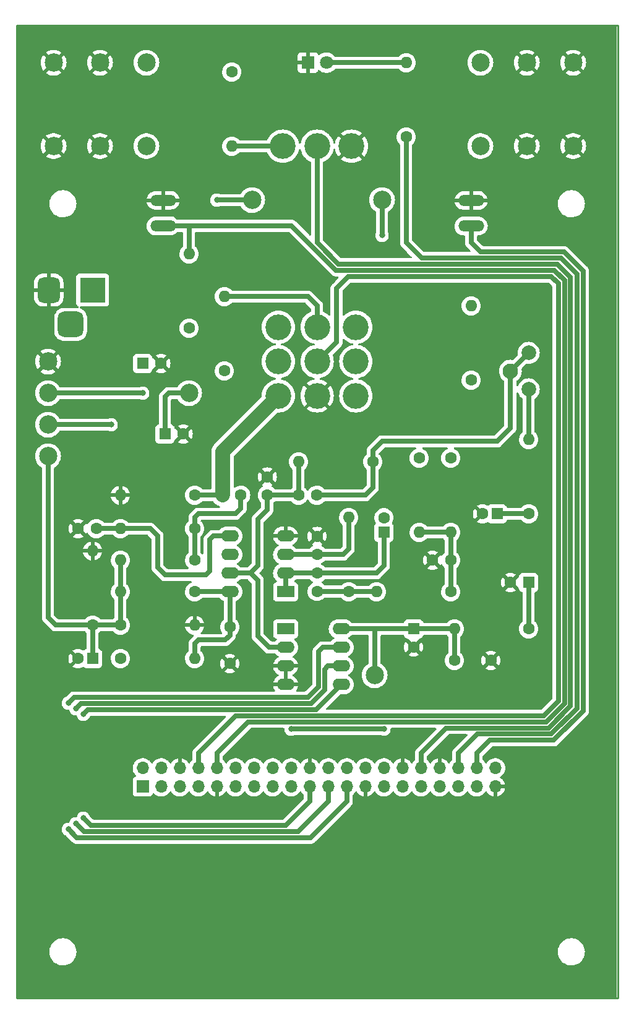
<source format=gtl>
G04 #@! TF.GenerationSoftware,KiCad,Pcbnew,7.0.7-7.0.7~ubuntu20.04.1*
G04 #@! TF.CreationDate,2023-09-11T23:38:31+02:00*
G04 #@! TF.ProjectId,noise-toy,6e6f6973-652d-4746-9f79-2e6b69636164,rev?*
G04 #@! TF.SameCoordinates,Original*
G04 #@! TF.FileFunction,Copper,L1,Top*
G04 #@! TF.FilePolarity,Positive*
%FSLAX46Y46*%
G04 Gerber Fmt 4.6, Leading zero omitted, Abs format (unit mm)*
G04 Created by KiCad (PCBNEW 7.0.7-7.0.7~ubuntu20.04.1) date 2023-09-11 23:38:31*
%MOMM*%
%LPD*%
G01*
G04 APERTURE LIST*
G04 Aperture macros list*
%AMRoundRect*
0 Rectangle with rounded corners*
0 $1 Rounding radius*
0 $2 $3 $4 $5 $6 $7 $8 $9 X,Y pos of 4 corners*
0 Add a 4 corners polygon primitive as box body*
4,1,4,$2,$3,$4,$5,$6,$7,$8,$9,$2,$3,0*
0 Add four circle primitives for the rounded corners*
1,1,$1+$1,$2,$3*
1,1,$1+$1,$4,$5*
1,1,$1+$1,$6,$7*
1,1,$1+$1,$8,$9*
0 Add four rect primitives between the rounded corners*
20,1,$1+$1,$2,$3,$4,$5,0*
20,1,$1+$1,$4,$5,$6,$7,0*
20,1,$1+$1,$6,$7,$8,$9,0*
20,1,$1+$1,$8,$9,$2,$3,0*%
G04 Aperture macros list end*
G04 #@! TA.AperFunction,ComponentPad*
%ADD10R,1.800000X1.800000*%
G04 #@! TD*
G04 #@! TA.AperFunction,ComponentPad*
%ADD11C,1.800000*%
G04 #@! TD*
G04 #@! TA.AperFunction,ComponentPad*
%ADD12C,2.500000*%
G04 #@! TD*
G04 #@! TA.AperFunction,ComponentPad*
%ADD13R,1.700000X1.700000*%
G04 #@! TD*
G04 #@! TA.AperFunction,ComponentPad*
%ADD14O,1.700000X1.700000*%
G04 #@! TD*
G04 #@! TA.AperFunction,ComponentPad*
%ADD15C,1.600000*%
G04 #@! TD*
G04 #@! TA.AperFunction,ComponentPad*
%ADD16O,1.600000X1.600000*%
G04 #@! TD*
G04 #@! TA.AperFunction,ComponentPad*
%ADD17C,2.000000*%
G04 #@! TD*
G04 #@! TA.AperFunction,ComponentPad*
%ADD18C,2.100000*%
G04 #@! TD*
G04 #@! TA.AperFunction,ComponentPad*
%ADD19C,3.524000*%
G04 #@! TD*
G04 #@! TA.AperFunction,ComponentPad*
%ADD20O,3.524000X1.524000*%
G04 #@! TD*
G04 #@! TA.AperFunction,ComponentPad*
%ADD21R,2.400000X1.600000*%
G04 #@! TD*
G04 #@! TA.AperFunction,ComponentPad*
%ADD22O,2.400000X1.600000*%
G04 #@! TD*
G04 #@! TA.AperFunction,ComponentPad*
%ADD23R,1.600000X1.600000*%
G04 #@! TD*
G04 #@! TA.AperFunction,ComponentPad*
%ADD24R,3.500000X3.500000*%
G04 #@! TD*
G04 #@! TA.AperFunction,ComponentPad*
%ADD25RoundRect,0.750000X-0.750000X-1.000000X0.750000X-1.000000X0.750000X1.000000X-0.750000X1.000000X0*%
G04 #@! TD*
G04 #@! TA.AperFunction,ComponentPad*
%ADD26RoundRect,0.875000X-0.875000X-0.875000X0.875000X-0.875000X0.875000X0.875000X-0.875000X0.875000X0*%
G04 #@! TD*
G04 #@! TA.AperFunction,SMDPad,CuDef*
%ADD27C,2.500000*%
G04 #@! TD*
G04 #@! TA.AperFunction,ViaPad*
%ADD28C,0.800000*%
G04 #@! TD*
G04 #@! TA.AperFunction,Conductor*
%ADD29C,0.635000*%
G04 #@! TD*
G04 #@! TA.AperFunction,Conductor*
%ADD30C,2.032000*%
G04 #@! TD*
G04 #@! TA.AperFunction,Profile*
%ADD31C,0.250000*%
G04 #@! TD*
G04 APERTURE END LIST*
D10*
X133858000Y-37084000D03*
D11*
X136398000Y-37084000D03*
D12*
X111760000Y-48484000D03*
X111760000Y-37084000D03*
X105410000Y-48484000D03*
X105410000Y-37084000D03*
X99060000Y-48484000D03*
X99060000Y-37084000D03*
X157480000Y-37084000D03*
X157480000Y-48484000D03*
X163830000Y-37084000D03*
X163830000Y-48484000D03*
X170180000Y-37084000D03*
X170180000Y-48484000D03*
D13*
X111252000Y-136144000D03*
D14*
X111252000Y-133604000D03*
X113792000Y-136144000D03*
X113792000Y-133604000D03*
X116332000Y-136144000D03*
X116332000Y-133604000D03*
X118872000Y-136144000D03*
X118872000Y-133604000D03*
X121412000Y-136144000D03*
X121412000Y-133604000D03*
X123952000Y-136144000D03*
X123952000Y-133604000D03*
X126492000Y-136144000D03*
X126492000Y-133604000D03*
X129032000Y-136144000D03*
X129032000Y-133604000D03*
X131572000Y-136144000D03*
X131572000Y-133604000D03*
X134112000Y-136144000D03*
X134112000Y-133604000D03*
X136652000Y-136144000D03*
X136652000Y-133604000D03*
X139192000Y-136144000D03*
X139192000Y-133604000D03*
X141732000Y-136144000D03*
X141732000Y-133604000D03*
X144272000Y-136144000D03*
X144272000Y-133604000D03*
X146812000Y-136144000D03*
X146812000Y-133604000D03*
X149352000Y-136144000D03*
X149352000Y-133604000D03*
X151892000Y-136144000D03*
X151892000Y-133604000D03*
X154432000Y-136144000D03*
X154432000Y-133604000D03*
X156972000Y-136144000D03*
X156972000Y-133604000D03*
X159512000Y-136144000D03*
X159512000Y-133604000D03*
D15*
X118364000Y-96266000D03*
D16*
X108204000Y-96266000D03*
D15*
X118364000Y-105156000D03*
D16*
X108204000Y-105156000D03*
D15*
X118364000Y-100838000D03*
D16*
X108204000Y-100838000D03*
D15*
X164084000Y-98806000D03*
D16*
X164084000Y-88646000D03*
D15*
X142748000Y-91694000D03*
D16*
X132588000Y-91694000D03*
D15*
X117602000Y-73406000D03*
D16*
X117602000Y-63246000D03*
D15*
X149098000Y-91186000D03*
D16*
X149098000Y-101346000D03*
D15*
X153416000Y-91186000D03*
D16*
X153416000Y-101346000D03*
D15*
X156210000Y-80518000D03*
D16*
X156210000Y-70358000D03*
D15*
X153416000Y-109474000D03*
D16*
X143256000Y-109474000D03*
D15*
X139446000Y-109474000D03*
D16*
X139446000Y-99314000D03*
D15*
X118364000Y-109474000D03*
D16*
X108204000Y-109474000D03*
D15*
X108204000Y-118618000D03*
D16*
X118364000Y-118618000D03*
D15*
X164084000Y-114554000D03*
D16*
X153924000Y-114554000D03*
D15*
X147320000Y-47244000D03*
D16*
X147320000Y-37084000D03*
D15*
X123444000Y-38354000D03*
D16*
X123444000Y-48514000D03*
D15*
X122428000Y-79248000D03*
D16*
X122428000Y-69088000D03*
D17*
X164084000Y-81788000D03*
D18*
X161584000Y-79288000D03*
D17*
X164084000Y-76788000D03*
D19*
X140428000Y-82678000D03*
X140428000Y-77978000D03*
X140428000Y-73278000D03*
X135128000Y-82678000D03*
X135128000Y-77978000D03*
X135128000Y-73278000D03*
X129828000Y-82678000D03*
X129828000Y-77978000D03*
X129828000Y-73278000D03*
D20*
X114046000Y-59408000D03*
X114046000Y-55908000D03*
X156210000Y-59436000D03*
X156210000Y-55936000D03*
D19*
X130428000Y-48514000D03*
X135128000Y-48514000D03*
X139828000Y-48514000D03*
D21*
X130810000Y-109474000D03*
D22*
X130810000Y-106934000D03*
X130810000Y-104394000D03*
X130810000Y-101854000D03*
X123190000Y-101854000D03*
X123190000Y-104394000D03*
X123190000Y-106934000D03*
X123190000Y-109474000D03*
D21*
X130810000Y-114554000D03*
D22*
X130810000Y-117094000D03*
X130810000Y-119634000D03*
X130810000Y-122174000D03*
X138430000Y-122174000D03*
X138430000Y-119634000D03*
X138430000Y-117094000D03*
X138430000Y-114554000D03*
D15*
X122174000Y-96266000D03*
X124674000Y-96266000D03*
X104902000Y-100838000D03*
X102402000Y-100838000D03*
D23*
X159766000Y-98806000D03*
D15*
X157766000Y-98806000D03*
X128310000Y-96266000D03*
X128310000Y-93766000D03*
X132588000Y-96266000D03*
X135088000Y-96266000D03*
X153416000Y-105156000D03*
X150916000Y-105156000D03*
X135128000Y-104394000D03*
X135128000Y-101894000D03*
X135128000Y-106934000D03*
X135128000Y-109434000D03*
D23*
X144272000Y-101346000D03*
D15*
X144272000Y-99346000D03*
D23*
X111252000Y-78232000D03*
D15*
X113752000Y-78232000D03*
D23*
X114300000Y-87884000D03*
D15*
X116800000Y-87884000D03*
D23*
X164084000Y-108204000D03*
D15*
X161584000Y-108204000D03*
D23*
X148336000Y-114554000D03*
D15*
X148336000Y-117054000D03*
D23*
X104394000Y-118618000D03*
D15*
X102394000Y-118618000D03*
X104394000Y-114046000D03*
D16*
X104394000Y-103886000D03*
D15*
X108204000Y-114046000D03*
D16*
X118364000Y-114046000D03*
D15*
X123190000Y-114300000D03*
X123190000Y-119300000D03*
X153924000Y-118872000D03*
X158924000Y-118872000D03*
D24*
X104394000Y-68198000D03*
D25*
X98394000Y-68198000D03*
D26*
X101394000Y-72898000D03*
D27*
X98298000Y-77978000D03*
X98298000Y-90932000D03*
X117602000Y-82296000D03*
X143002000Y-120904000D03*
X144018000Y-55880000D03*
X126238000Y-55880000D03*
X98298000Y-82296000D03*
X98298000Y-86614000D03*
D28*
X166878000Y-133858000D03*
X166878000Y-134874000D03*
X152400000Y-130302000D03*
X144526000Y-130302000D03*
X153416000Y-130302000D03*
X166878000Y-132842000D03*
X142494000Y-130302000D03*
X143510000Y-130302000D03*
X121412000Y-55880000D03*
X144018000Y-60706000D03*
X106934000Y-86614000D03*
X111252000Y-82296000D03*
X144272000Y-128270000D03*
X131572000Y-128270000D03*
X103124000Y-126238000D03*
X103124000Y-140462000D03*
X102108000Y-125476000D03*
X102108000Y-141224000D03*
X101092000Y-124714000D03*
X101092000Y-141986000D03*
D29*
X136398000Y-37084000D02*
X147320000Y-37084000D01*
X121412000Y-55880000D02*
X121412000Y-55880000D01*
X126238000Y-55880000D02*
X121412000Y-55880000D01*
X144018000Y-60706000D02*
X144018000Y-60706000D01*
X144018000Y-55880000D02*
X144018000Y-60706000D01*
X106934000Y-86614000D02*
X106934000Y-86614000D01*
X164084000Y-108204000D02*
X164084000Y-114554000D01*
X98298000Y-86614000D02*
X106934000Y-86614000D01*
X111252000Y-82296000D02*
X111252000Y-82296000D01*
X100065766Y-82296000D02*
X111252000Y-82296000D01*
X98298000Y-82296000D02*
X100065766Y-82296000D01*
X137795000Y-75311000D02*
X135128000Y-77978000D01*
X137795000Y-67945000D02*
X137795000Y-75311000D01*
X168148000Y-124460000D02*
X168148000Y-67310000D01*
X118872000Y-131572000D02*
X123990040Y-126453960D01*
X139407960Y-66332040D02*
X137795000Y-67945000D01*
X166154040Y-126453960D02*
X168148000Y-124460000D01*
X168148000Y-67310000D02*
X167170040Y-66332040D01*
X167170040Y-66332040D02*
X139407960Y-66332040D01*
X118872000Y-133604000D02*
X118872000Y-131572000D01*
X123990040Y-126453960D02*
X166154040Y-126453960D01*
X167605030Y-65497030D02*
X137722147Y-65497029D01*
X137722147Y-65497029D02*
X131633118Y-59408000D01*
X166499912Y-127288970D02*
X168983010Y-124805872D01*
X168983010Y-66875010D02*
X167605030Y-65497030D01*
X117574000Y-59408000D02*
X117602000Y-59436000D01*
X168983010Y-124805872D02*
X168983010Y-66875010D01*
X121412000Y-131572000D02*
X125695030Y-127288970D01*
X121412000Y-133604000D02*
X121412000Y-131572000D01*
X117574000Y-59408000D02*
X114046000Y-59408000D01*
X125695030Y-127288970D02*
X166499912Y-127288970D01*
X131633118Y-59408000D02*
X117574000Y-59408000D01*
X117602000Y-59436000D02*
X117602000Y-63246000D01*
X144272000Y-128270000D02*
X144272000Y-128270000D01*
X131572000Y-128270000D02*
X144272000Y-128270000D01*
X103124000Y-126238000D02*
X103124000Y-126238000D01*
X103124000Y-140462000D02*
X103124000Y-140462000D01*
X103743050Y-125618950D02*
X103124000Y-126238000D01*
X122174000Y-141478000D02*
X107442000Y-141478000D01*
X134112000Y-136144000D02*
X134112000Y-138176000D01*
X134985050Y-125618950D02*
X138430000Y-122174000D01*
X134112000Y-138176000D02*
X132588000Y-139700000D01*
X104140000Y-141478000D02*
X103124000Y-140462000D01*
X130810000Y-141478000D02*
X122174000Y-141478000D01*
X107442000Y-141478000D02*
X104140000Y-141478000D01*
X131064000Y-141224000D02*
X130810000Y-141478000D01*
X132588000Y-139700000D02*
X131064000Y-141224000D01*
X108823050Y-125618950D02*
X103743050Y-125618950D01*
X107442000Y-141478000D02*
X104394000Y-141478000D01*
X108823050Y-125618950D02*
X134985050Y-125618950D01*
X102108000Y-125476000D02*
X102108000Y-125476000D01*
X102108000Y-141224000D02*
X102108000Y-141224000D01*
X134296060Y-124783940D02*
X136144000Y-122936000D01*
X136652000Y-138176000D02*
X134292990Y-140535010D01*
X136652000Y-136144000D02*
X136652000Y-138176000D01*
X136595000Y-119634000D02*
X138430000Y-119634000D01*
X136144000Y-120085000D02*
X136595000Y-119634000D01*
X136144000Y-122936000D02*
X136144000Y-120085000D01*
X122174000Y-142313010D02*
X103197010Y-142313010D01*
X134292990Y-140535010D02*
X133096000Y-141732000D01*
X133096000Y-141732000D02*
X132514990Y-142313010D01*
X131155872Y-142313010D02*
X122174000Y-142313010D01*
X132514990Y-142313010D02*
X131155872Y-142313010D01*
X108477178Y-124783940D02*
X134296060Y-124783940D01*
X108477178Y-124783940D02*
X102800060Y-124783940D01*
X103197010Y-142313010D02*
X102108000Y-141224000D01*
X102800060Y-124783940D02*
X102108000Y-125476000D01*
X101092000Y-124714000D02*
X101092000Y-124714000D01*
X101092000Y-141986000D02*
X101092000Y-141986000D01*
X122174000Y-143148020D02*
X103993980Y-143148020D01*
X135997980Y-141370020D02*
X135128000Y-142240000D01*
X131501744Y-143148020D02*
X122174000Y-143148020D01*
X101857070Y-123948930D02*
X101092000Y-124714000D01*
X135890000Y-117094000D02*
X138430000Y-117094000D01*
X134219980Y-143148020D02*
X131501744Y-143148020D01*
X103993980Y-143148020D02*
X102254020Y-143148020D01*
X133861070Y-123948930D02*
X135308990Y-122501010D01*
X139192000Y-136144000D02*
X139192000Y-138176000D01*
X108131306Y-123948930D02*
X133861070Y-123948930D01*
X139192000Y-138176000D02*
X135997980Y-141370020D01*
X102254020Y-143148020D02*
X101092000Y-141986000D01*
X135128000Y-142240000D02*
X134219980Y-143148020D01*
X108131306Y-123948930D02*
X101857070Y-123948930D01*
X135308990Y-117675010D02*
X135890000Y-117094000D01*
X135308990Y-122501010D02*
X135308990Y-117675010D01*
X130810000Y-114554000D02*
X131210000Y-114554000D01*
X149352000Y-133604000D02*
X149352000Y-131572000D01*
X138068020Y-64662020D02*
X135128000Y-61722000D01*
X168040020Y-64662020D02*
X138068020Y-64662020D01*
X169818020Y-66440020D02*
X168040020Y-64662020D01*
X152800020Y-128123980D02*
X166845785Y-128123979D01*
X169818020Y-125151744D02*
X169818020Y-66440020D01*
X166845785Y-128123979D02*
X169818020Y-125151744D01*
X135128000Y-61722000D02*
X135128000Y-48514000D01*
X149352000Y-131572000D02*
X152800020Y-128123980D01*
X167191658Y-128958988D02*
X170688000Y-125462646D01*
X157045010Y-128958990D02*
X166175657Y-128958989D01*
X149425010Y-63827010D02*
X147320000Y-61722000D01*
X154432000Y-131572000D02*
X157045010Y-128958990D01*
X147320000Y-61722000D02*
X147320000Y-47244000D01*
X154432000Y-133604000D02*
X154432000Y-131572000D01*
X170688000Y-125462646D02*
X170688000Y-66040000D01*
X170688000Y-66040000D02*
X168475010Y-63827010D01*
X168475010Y-63827010D02*
X149425010Y-63827010D01*
X166175657Y-128958989D02*
X167191658Y-128958988D01*
X171523010Y-125808518D02*
X171523010Y-65605010D01*
X157480000Y-62992000D02*
X156210000Y-61722000D01*
X171523010Y-65605010D02*
X168910000Y-62992000D01*
X158750000Y-129794000D02*
X167537528Y-129794000D01*
X168910000Y-62992000D02*
X157480000Y-62992000D01*
X167537528Y-129794000D02*
X171523010Y-125808518D01*
X156972000Y-131572000D02*
X158750000Y-129794000D01*
X156972000Y-133604000D02*
X156972000Y-131572000D01*
X156210000Y-61722000D02*
X156210000Y-59436000D01*
D30*
X129828000Y-82678000D02*
X122174000Y-90332000D01*
D29*
X118364000Y-96266000D02*
X122174000Y-96266000D01*
D30*
X122174000Y-90332000D02*
X122174000Y-96266000D01*
D29*
X99314000Y-114046000D02*
X98298000Y-113030000D01*
X104394000Y-114046000D02*
X99314000Y-114046000D01*
X98298000Y-113030000D02*
X98298000Y-90932000D01*
X104394000Y-118618000D02*
X104394000Y-114046000D01*
X108204000Y-109474000D02*
X108204000Y-114046000D01*
X108204000Y-105156000D02*
X108204000Y-109474000D01*
X108204000Y-114046000D02*
X104394000Y-114046000D01*
X118364000Y-100838000D02*
X118364000Y-99314000D01*
X123952000Y-98806000D02*
X124674000Y-98084000D01*
X118872000Y-98806000D02*
X123952000Y-98806000D01*
X124674000Y-98084000D02*
X124674000Y-96266000D01*
X124714000Y-96306000D02*
X124674000Y-96266000D01*
X118364000Y-99314000D02*
X118872000Y-98806000D01*
X118364000Y-100838000D02*
X118364000Y-105156000D01*
X119888000Y-107188000D02*
X120396000Y-106680000D01*
X120904000Y-101854000D02*
X123190000Y-101854000D01*
X120396000Y-106680000D02*
X120396000Y-102362000D01*
X112268000Y-100838000D02*
X113284000Y-101854000D01*
X113284000Y-101854000D02*
X113284000Y-106172000D01*
X114300000Y-107188000D02*
X119888000Y-107188000D01*
X113284000Y-106172000D02*
X114300000Y-107188000D01*
X120396000Y-102362000D02*
X120904000Y-101854000D01*
X104902000Y-100838000D02*
X108204000Y-100838000D01*
X108204000Y-100838000D02*
X112268000Y-100838000D01*
X164084000Y-81788000D02*
X164084000Y-83202213D01*
X164084000Y-83202213D02*
X164084000Y-88646000D01*
X159766000Y-98806000D02*
X164084000Y-98806000D01*
X127000000Y-115570000D02*
X128524000Y-117094000D01*
X127000000Y-107950000D02*
X127000000Y-115570000D01*
X127000000Y-105918000D02*
X127000000Y-99568000D01*
X123190000Y-106934000D02*
X125984000Y-106934000D01*
X128310000Y-98258000D02*
X128310000Y-96266000D01*
X128524000Y-117094000D02*
X130810000Y-117094000D01*
X132588000Y-91694000D02*
X132588000Y-96266000D01*
X125984000Y-106934000D02*
X127000000Y-107950000D01*
X128310000Y-96266000D02*
X132588000Y-96266000D01*
X125984000Y-106934000D02*
X127000000Y-105918000D01*
X127000000Y-99568000D02*
X128310000Y-98258000D01*
X159766000Y-88900000D02*
X161584000Y-87082000D01*
X144018000Y-88900000D02*
X159766000Y-88900000D01*
X142748000Y-90170000D02*
X144018000Y-88900000D01*
X135088000Y-96266000D02*
X141732000Y-96266000D01*
X141732000Y-96266000D02*
X142748000Y-95250000D01*
X161584000Y-79288000D02*
X164084000Y-76788000D01*
X142748000Y-95250000D02*
X142748000Y-91694000D01*
X142748000Y-91694000D02*
X142748000Y-90170000D01*
X161584000Y-87082000D02*
X161584000Y-79288000D01*
X149098000Y-101346000D02*
X153416000Y-101346000D01*
X153416000Y-105156000D02*
X153416000Y-101346000D01*
X153416000Y-105156000D02*
X153416000Y-109474000D01*
X135128000Y-109434000D02*
X139406000Y-109434000D01*
X139406000Y-109434000D02*
X139446000Y-109474000D01*
X139446000Y-109474000D02*
X143256000Y-109474000D01*
X138684000Y-104394000D02*
X139446000Y-103632000D01*
X135128000Y-104394000D02*
X138684000Y-104394000D01*
X139446000Y-103632000D02*
X139446000Y-99314000D01*
X130810000Y-104394000D02*
X135128000Y-104394000D01*
X118364000Y-109474000D02*
X123190000Y-109474000D01*
X122543370Y-116078000D02*
X123190000Y-115431370D01*
X118364000Y-118618000D02*
X118364000Y-116586000D01*
X123190000Y-115431370D02*
X123190000Y-114300000D01*
X114300000Y-82804000D02*
X114808000Y-82296000D01*
X114808000Y-82296000D02*
X117602000Y-82296000D01*
X114300000Y-87884000D02*
X114300000Y-82804000D01*
X123190000Y-109474000D02*
X123190000Y-114300000D01*
X118364000Y-116586000D02*
X118872000Y-116078000D01*
X118872000Y-116078000D02*
X122543370Y-116078000D01*
X153924000Y-114554000D02*
X153924000Y-118872000D01*
X148336000Y-114554000D02*
X153924000Y-114554000D01*
X143002000Y-114554000D02*
X138430000Y-114554000D01*
X148336000Y-114554000D02*
X143002000Y-114554000D01*
X143002000Y-114554000D02*
X143002000Y-120904000D01*
X123444000Y-48514000D02*
X130428000Y-48514000D01*
X133858000Y-69088000D02*
X135128000Y-70358000D01*
X122428000Y-69088000D02*
X133858000Y-69088000D01*
X135128000Y-70358000D02*
X135128000Y-73278000D01*
X135128000Y-106934000D02*
X143256000Y-106934000D01*
X143256000Y-106934000D02*
X144272000Y-105918000D01*
X130810000Y-106934000D02*
X130810000Y-109474000D01*
X144272000Y-105918000D02*
X144272000Y-101346000D01*
X135128000Y-106934000D02*
X130810000Y-106934000D01*
G04 #@! TA.AperFunction,Conductor*
G36*
X130602974Y-128134972D02*
G01*
X130649467Y-128188628D01*
X130660163Y-128254140D01*
X130658496Y-128269999D01*
X130678457Y-128459927D01*
X130708526Y-128552470D01*
X130737473Y-128641556D01*
X130737476Y-128641561D01*
X130832958Y-128806941D01*
X130832965Y-128806951D01*
X130960744Y-128948864D01*
X130960747Y-128948866D01*
X131115248Y-129061118D01*
X131289712Y-129138794D01*
X131476513Y-129178500D01*
X131667487Y-129178500D01*
X131854288Y-129138794D01*
X131925938Y-129106893D01*
X131977188Y-129096000D01*
X143866812Y-129096000D01*
X143918061Y-129106893D01*
X143989712Y-129138794D01*
X144176513Y-129178500D01*
X144367487Y-129178500D01*
X144554288Y-129138794D01*
X144728752Y-129061118D01*
X144883253Y-128948866D01*
X145011040Y-128806944D01*
X145106527Y-128641556D01*
X145165542Y-128459928D01*
X145185504Y-128270000D01*
X145183837Y-128254139D01*
X145196610Y-128184301D01*
X145245112Y-128132455D01*
X145309147Y-128114970D01*
X151336700Y-128114970D01*
X151404821Y-128134972D01*
X151451314Y-128188628D01*
X151461418Y-128258902D01*
X151431924Y-128323482D01*
X151425810Y-128330049D01*
X149217504Y-130538354D01*
X148793494Y-130962364D01*
X148789732Y-130965832D01*
X148748791Y-131000609D01*
X148748790Y-131000610D01*
X148701194Y-131063222D01*
X148651919Y-131124524D01*
X148649450Y-131128386D01*
X148642423Y-131139715D01*
X148640061Y-131143641D01*
X148607035Y-131215025D01*
X148572092Y-131285484D01*
X148570539Y-131289710D01*
X148566059Y-131302435D01*
X148564622Y-131306701D01*
X148547716Y-131383506D01*
X148528733Y-131459837D01*
X148528116Y-131464371D01*
X148526502Y-131477544D01*
X148526000Y-131482167D01*
X148526000Y-131560799D01*
X148523869Y-131639437D01*
X148524250Y-131644111D01*
X148526000Y-131662513D01*
X148526000Y-132463811D01*
X148505998Y-132531932D01*
X148477393Y-132563240D01*
X148428764Y-132601091D01*
X148428760Y-132601094D01*
X148276279Y-132766729D01*
X148187183Y-132903101D01*
X148133179Y-132949189D01*
X148062831Y-132958764D01*
X147998474Y-132928786D01*
X147976217Y-132903100D01*
X147887327Y-132767044D01*
X147734902Y-132601465D01*
X147557301Y-132463232D01*
X147557300Y-132463231D01*
X147359371Y-132356117D01*
X147359369Y-132356116D01*
X147146512Y-132283043D01*
X147146501Y-132283040D01*
X147066000Y-132269606D01*
X147066000Y-132989966D01*
X147045998Y-133058087D01*
X146992342Y-133104580D01*
X146922069Y-133114683D01*
X146922068Y-133114683D01*
X146847768Y-133104000D01*
X146847763Y-133104000D01*
X146776237Y-133104000D01*
X146776231Y-133104000D01*
X146701932Y-133114683D01*
X146631658Y-133104580D01*
X146578002Y-133058087D01*
X146558000Y-132989966D01*
X146558000Y-132269607D01*
X146557999Y-132269606D01*
X146477498Y-132283040D01*
X146477487Y-132283043D01*
X146264630Y-132356116D01*
X146264628Y-132356117D01*
X146066699Y-132463231D01*
X146066698Y-132463232D01*
X145889097Y-132601465D01*
X145736670Y-132767045D01*
X145647780Y-132903101D01*
X145593776Y-132949189D01*
X145523428Y-132958764D01*
X145459071Y-132928786D01*
X145436816Y-132903101D01*
X145397884Y-132843511D01*
X145347724Y-132766734D01*
X145347720Y-132766729D01*
X145231570Y-132640559D01*
X145195240Y-132601094D01*
X145195239Y-132601093D01*
X145195237Y-132601091D01*
X145098000Y-132525408D01*
X145017576Y-132462811D01*
X144819574Y-132355658D01*
X144819572Y-132355657D01*
X144819571Y-132355656D01*
X144606639Y-132282557D01*
X144606630Y-132282555D01*
X144529029Y-132269606D01*
X144384569Y-132245500D01*
X144159431Y-132245500D01*
X144014971Y-132269606D01*
X143937369Y-132282555D01*
X143937360Y-132282557D01*
X143724428Y-132355656D01*
X143724426Y-132355658D01*
X143526426Y-132462810D01*
X143526424Y-132462811D01*
X143348762Y-132601091D01*
X143196279Y-132766729D01*
X143107483Y-132902643D01*
X143053479Y-132948731D01*
X142983131Y-132958306D01*
X142918774Y-132928329D01*
X142896517Y-132902643D01*
X142807720Y-132766729D01*
X142691570Y-132640558D01*
X142655240Y-132601094D01*
X142655239Y-132601093D01*
X142655237Y-132601091D01*
X142558000Y-132525408D01*
X142477576Y-132462811D01*
X142279574Y-132355658D01*
X142279572Y-132355657D01*
X142279571Y-132355656D01*
X142066639Y-132282557D01*
X142066630Y-132282555D01*
X141989029Y-132269606D01*
X141844569Y-132245500D01*
X141619431Y-132245500D01*
X141474971Y-132269606D01*
X141397369Y-132282555D01*
X141397360Y-132282557D01*
X141184428Y-132355656D01*
X141184426Y-132355658D01*
X140986426Y-132462810D01*
X140986424Y-132462811D01*
X140808762Y-132601091D01*
X140656279Y-132766729D01*
X140567483Y-132902643D01*
X140513479Y-132948731D01*
X140443131Y-132958306D01*
X140378774Y-132928329D01*
X140356517Y-132902643D01*
X140267720Y-132766729D01*
X140151570Y-132640558D01*
X140115240Y-132601094D01*
X140115239Y-132601093D01*
X140115237Y-132601091D01*
X140018000Y-132525408D01*
X139937576Y-132462811D01*
X139739574Y-132355658D01*
X139739572Y-132355657D01*
X139739571Y-132355656D01*
X139526639Y-132282557D01*
X139526630Y-132282555D01*
X139449029Y-132269606D01*
X139304569Y-132245500D01*
X139079431Y-132245500D01*
X138934971Y-132269606D01*
X138857369Y-132282555D01*
X138857360Y-132282557D01*
X138644428Y-132355656D01*
X138644426Y-132355658D01*
X138446426Y-132462810D01*
X138446424Y-132462811D01*
X138268762Y-132601091D01*
X138116279Y-132766729D01*
X138027483Y-132902643D01*
X137973479Y-132948731D01*
X137903131Y-132958306D01*
X137838774Y-132928329D01*
X137816517Y-132902643D01*
X137727720Y-132766729D01*
X137611570Y-132640558D01*
X137575240Y-132601094D01*
X137575239Y-132601093D01*
X137575237Y-132601091D01*
X137478000Y-132525408D01*
X137397576Y-132462811D01*
X137199574Y-132355658D01*
X137199572Y-132355657D01*
X137199571Y-132355656D01*
X136986639Y-132282557D01*
X136986630Y-132282555D01*
X136909029Y-132269606D01*
X136764569Y-132245500D01*
X136539431Y-132245500D01*
X136394971Y-132269606D01*
X136317369Y-132282555D01*
X136317360Y-132282557D01*
X136104428Y-132355656D01*
X136104426Y-132355658D01*
X135906426Y-132462810D01*
X135906424Y-132462811D01*
X135728762Y-132601091D01*
X135576279Y-132766729D01*
X135487183Y-132903101D01*
X135433179Y-132949189D01*
X135362831Y-132958764D01*
X135298474Y-132928786D01*
X135276217Y-132903100D01*
X135187327Y-132767044D01*
X135034902Y-132601465D01*
X134857301Y-132463232D01*
X134857300Y-132463231D01*
X134659371Y-132356117D01*
X134659369Y-132356116D01*
X134446512Y-132283043D01*
X134446501Y-132283040D01*
X134366000Y-132269606D01*
X134366000Y-132989966D01*
X134345998Y-133058087D01*
X134292342Y-133104580D01*
X134222069Y-133114683D01*
X134222068Y-133114683D01*
X134147768Y-133104000D01*
X134147763Y-133104000D01*
X134076237Y-133104000D01*
X134076231Y-133104000D01*
X134001932Y-133114683D01*
X133931658Y-133104580D01*
X133878002Y-133058087D01*
X133858000Y-132989966D01*
X133857999Y-132269606D01*
X133777498Y-132283040D01*
X133777487Y-132283043D01*
X133564630Y-132356116D01*
X133564628Y-132356117D01*
X133366699Y-132463231D01*
X133366698Y-132463232D01*
X133189097Y-132601465D01*
X133036670Y-132767045D01*
X132947780Y-132903101D01*
X132893776Y-132949189D01*
X132823428Y-132958764D01*
X132759071Y-132928786D01*
X132736816Y-132903101D01*
X132697884Y-132843511D01*
X132647724Y-132766734D01*
X132647720Y-132766729D01*
X132531570Y-132640559D01*
X132495240Y-132601094D01*
X132495239Y-132601093D01*
X132495237Y-132601091D01*
X132398000Y-132525408D01*
X132317576Y-132462811D01*
X132119574Y-132355658D01*
X132119572Y-132355657D01*
X132119571Y-132355656D01*
X131906639Y-132282557D01*
X131906630Y-132282555D01*
X131829029Y-132269606D01*
X131684569Y-132245500D01*
X131459431Y-132245500D01*
X131314971Y-132269606D01*
X131237369Y-132282555D01*
X131237360Y-132282557D01*
X131024428Y-132355656D01*
X131024426Y-132355658D01*
X130826426Y-132462810D01*
X130826424Y-132462811D01*
X130648762Y-132601091D01*
X130496279Y-132766729D01*
X130407483Y-132902643D01*
X130353479Y-132948731D01*
X130283131Y-132958306D01*
X130218774Y-132928329D01*
X130196517Y-132902643D01*
X130107720Y-132766729D01*
X129991570Y-132640559D01*
X129955240Y-132601094D01*
X129955239Y-132601093D01*
X129955237Y-132601091D01*
X129858000Y-132525408D01*
X129777576Y-132462811D01*
X129579574Y-132355658D01*
X129579572Y-132355657D01*
X129579571Y-132355656D01*
X129366639Y-132282557D01*
X129366630Y-132282555D01*
X129289029Y-132269606D01*
X129144569Y-132245500D01*
X128919431Y-132245500D01*
X128774971Y-132269606D01*
X128697369Y-132282555D01*
X128697360Y-132282557D01*
X128484428Y-132355656D01*
X128484426Y-132355658D01*
X128286426Y-132462810D01*
X128286424Y-132462811D01*
X128108762Y-132601091D01*
X127956279Y-132766729D01*
X127867483Y-132902643D01*
X127813479Y-132948731D01*
X127743131Y-132958306D01*
X127678774Y-132928329D01*
X127656517Y-132902643D01*
X127567720Y-132766729D01*
X127451570Y-132640559D01*
X127415240Y-132601094D01*
X127415239Y-132601093D01*
X127415237Y-132601091D01*
X127318000Y-132525408D01*
X127237576Y-132462811D01*
X127039574Y-132355658D01*
X127039572Y-132355657D01*
X127039571Y-132355656D01*
X126826639Y-132282557D01*
X126826630Y-132282555D01*
X126749029Y-132269606D01*
X126604569Y-132245500D01*
X126379431Y-132245500D01*
X126234971Y-132269606D01*
X126157369Y-132282555D01*
X126157360Y-132282557D01*
X125944428Y-132355656D01*
X125944426Y-132355658D01*
X125746426Y-132462810D01*
X125746424Y-132462811D01*
X125568762Y-132601091D01*
X125416279Y-132766729D01*
X125416279Y-132766730D01*
X125327482Y-132902643D01*
X125273478Y-132948731D01*
X125203130Y-132958306D01*
X125138773Y-132928328D01*
X125116516Y-132902642D01*
X125027724Y-132766734D01*
X125027720Y-132766729D01*
X124911570Y-132640559D01*
X124875240Y-132601094D01*
X124875239Y-132601093D01*
X124875237Y-132601091D01*
X124778000Y-132525408D01*
X124697576Y-132462811D01*
X124499574Y-132355658D01*
X124499572Y-132355657D01*
X124499571Y-132355656D01*
X124286639Y-132282557D01*
X124286630Y-132282555D01*
X124209029Y-132269606D01*
X124064569Y-132245500D01*
X123839431Y-132245500D01*
X123694971Y-132269606D01*
X123617369Y-132282555D01*
X123617360Y-132282557D01*
X123404428Y-132355656D01*
X123404426Y-132355658D01*
X123206426Y-132462810D01*
X123206424Y-132462811D01*
X123028762Y-132601091D01*
X122876279Y-132766729D01*
X122787483Y-132902643D01*
X122733479Y-132948731D01*
X122663131Y-132958306D01*
X122598774Y-132928329D01*
X122576517Y-132902643D01*
X122487720Y-132766729D01*
X122421791Y-132695112D01*
X122335240Y-132601094D01*
X122286607Y-132563241D01*
X122245138Y-132505617D01*
X122238000Y-132463811D01*
X122238000Y-131966330D01*
X122258002Y-131898209D01*
X122274905Y-131877235D01*
X126000266Y-128151875D01*
X126062578Y-128117849D01*
X126089361Y-128114970D01*
X130534853Y-128114970D01*
X130602974Y-128134972D01*
G37*
G04 #@! TD.AperFunction*
G04 #@! TA.AperFunction,Conductor*
G36*
X155649810Y-128969981D02*
G01*
X155696303Y-129023637D01*
X155706407Y-129093911D01*
X155676913Y-129158491D01*
X155670784Y-129165074D01*
X153873494Y-130962364D01*
X153869732Y-130965832D01*
X153828791Y-131000609D01*
X153828790Y-131000610D01*
X153781194Y-131063222D01*
X153731919Y-131124524D01*
X153729450Y-131128386D01*
X153722423Y-131139715D01*
X153720061Y-131143641D01*
X153687035Y-131215025D01*
X153652092Y-131285484D01*
X153650539Y-131289710D01*
X153646059Y-131302435D01*
X153644622Y-131306701D01*
X153627716Y-131383506D01*
X153608733Y-131459837D01*
X153608116Y-131464371D01*
X153606502Y-131477544D01*
X153606000Y-131482167D01*
X153606000Y-131560799D01*
X153603869Y-131639437D01*
X153604250Y-131644111D01*
X153606000Y-131662513D01*
X153606000Y-132463811D01*
X153585998Y-132531932D01*
X153557393Y-132563240D01*
X153508764Y-132601091D01*
X153508760Y-132601094D01*
X153356279Y-132766729D01*
X153267183Y-132903101D01*
X153213179Y-132949189D01*
X153142831Y-132958764D01*
X153078474Y-132928786D01*
X153056217Y-132903100D01*
X152967327Y-132767044D01*
X152814902Y-132601465D01*
X152637301Y-132463232D01*
X152637300Y-132463231D01*
X152439371Y-132356117D01*
X152439369Y-132356116D01*
X152226512Y-132283043D01*
X152226501Y-132283040D01*
X152146000Y-132269606D01*
X152146000Y-132989966D01*
X152125998Y-133058087D01*
X152072342Y-133104580D01*
X152002069Y-133114683D01*
X152002068Y-133114683D01*
X151927768Y-133104000D01*
X151927763Y-133104000D01*
X151856237Y-133104000D01*
X151856231Y-133104000D01*
X151781932Y-133114683D01*
X151711658Y-133104580D01*
X151658002Y-133058087D01*
X151638000Y-132989966D01*
X151638000Y-132269606D01*
X151557498Y-132283040D01*
X151557487Y-132283043D01*
X151344630Y-132356116D01*
X151344628Y-132356117D01*
X151146699Y-132463231D01*
X151146698Y-132463232D01*
X150969097Y-132601465D01*
X150816670Y-132767045D01*
X150727780Y-132903101D01*
X150673776Y-132949189D01*
X150603428Y-132958764D01*
X150539071Y-132928786D01*
X150516816Y-132903101D01*
X150477884Y-132843511D01*
X150427724Y-132766734D01*
X150427720Y-132766729D01*
X150358679Y-132691732D01*
X150275240Y-132601094D01*
X150226605Y-132563239D01*
X150185137Y-132505618D01*
X150178000Y-132463816D01*
X150178000Y-131966329D01*
X150198002Y-131898208D01*
X150214900Y-131877239D01*
X153105255Y-128986883D01*
X153167567Y-128952858D01*
X153194350Y-128949979D01*
X155581689Y-128949979D01*
X155649810Y-128969981D01*
G37*
G04 #@! TD.AperFunction*
G04 #@! TA.AperFunction,Conductor*
G36*
X130701708Y-120021835D02*
G01*
X130739928Y-120027888D01*
X130778519Y-120034000D01*
X130778520Y-120034000D01*
X130841479Y-120034000D01*
X130841481Y-120034000D01*
X130918290Y-120021835D01*
X130988701Y-120030935D01*
X131043015Y-120076657D01*
X131063987Y-120144486D01*
X131064000Y-120146284D01*
X131064000Y-121661715D01*
X131043998Y-121729836D01*
X130990342Y-121776329D01*
X130920068Y-121786433D01*
X130918292Y-121786164D01*
X130841481Y-121774000D01*
X130778519Y-121774000D01*
X130778518Y-121774000D01*
X130701707Y-121786164D01*
X130631296Y-121777063D01*
X130576983Y-121731340D01*
X130556012Y-121663511D01*
X130555999Y-121661715D01*
X130556000Y-120982000D01*
X130555999Y-120146284D01*
X130576001Y-120078163D01*
X130629657Y-120031670D01*
X130699931Y-120021566D01*
X130701708Y-120021835D01*
G37*
G04 #@! TD.AperFunction*
G04 #@! TA.AperFunction,Conductor*
G36*
X176092621Y-32149502D02*
G01*
X176139114Y-32203158D01*
X176150500Y-32255500D01*
X176150500Y-164848500D01*
X176130498Y-164916621D01*
X176076842Y-164963114D01*
X176024500Y-164974500D01*
X94231500Y-164974500D01*
X94163379Y-164954498D01*
X94116886Y-164900842D01*
X94105500Y-164848500D01*
X94105500Y-158817765D01*
X98475788Y-158817765D01*
X98505412Y-159087014D01*
X98573928Y-159349090D01*
X98679869Y-159598389D01*
X98679870Y-159598390D01*
X98820982Y-159829610D01*
X98994255Y-160037820D01*
X99195998Y-160218582D01*
X99421910Y-160368044D01*
X99667176Y-160483020D01*
X99926569Y-160561060D01*
X99926572Y-160561060D01*
X99926574Y-160561061D01*
X100194557Y-160600500D01*
X100194561Y-160600500D01*
X100397633Y-160600500D01*
X100432363Y-160597957D01*
X100600156Y-160585677D01*
X100600160Y-160585676D01*
X100600161Y-160585676D01*
X100710665Y-160561060D01*
X100864553Y-160526780D01*
X101117558Y-160430014D01*
X101353777Y-160297441D01*
X101568177Y-160131888D01*
X101756186Y-159936881D01*
X101913799Y-159716579D01*
X102037656Y-159475675D01*
X102125118Y-159219305D01*
X102174319Y-158952933D01*
X102179259Y-158817765D01*
X168071788Y-158817765D01*
X168101412Y-159087014D01*
X168169928Y-159349090D01*
X168275869Y-159598389D01*
X168275870Y-159598390D01*
X168416982Y-159829610D01*
X168590255Y-160037820D01*
X168791998Y-160218582D01*
X169017910Y-160368044D01*
X169263176Y-160483020D01*
X169522569Y-160561060D01*
X169522572Y-160561060D01*
X169522574Y-160561061D01*
X169790557Y-160600500D01*
X169790561Y-160600500D01*
X169993633Y-160600500D01*
X170028363Y-160597957D01*
X170196156Y-160585677D01*
X170196160Y-160585676D01*
X170196161Y-160585676D01*
X170306665Y-160561060D01*
X170460553Y-160526780D01*
X170713558Y-160430014D01*
X170949777Y-160297441D01*
X171164177Y-160131888D01*
X171352186Y-159936881D01*
X171509799Y-159716579D01*
X171633656Y-159475675D01*
X171721118Y-159219305D01*
X171770319Y-158952933D01*
X171780212Y-158682235D01*
X171765338Y-158547058D01*
X171750587Y-158412985D01*
X171682071Y-158150909D01*
X171576130Y-157901610D01*
X171576129Y-157901609D01*
X171435018Y-157670390D01*
X171261745Y-157462180D01*
X171261741Y-157462177D01*
X171261740Y-157462175D01*
X171060012Y-157281427D01*
X171060002Y-157281418D01*
X170834090Y-157131956D01*
X170588824Y-157016980D01*
X170431392Y-156969615D01*
X170329425Y-156938938D01*
X170061442Y-156899500D01*
X170061439Y-156899500D01*
X169858369Y-156899500D01*
X169858367Y-156899500D01*
X169655839Y-156914323D01*
X169655838Y-156914323D01*
X169391456Y-156973217D01*
X169391441Y-156973222D01*
X169138441Y-157069986D01*
X168902229Y-157202555D01*
X168902225Y-157202557D01*
X168687818Y-157368116D01*
X168499815Y-157563117D01*
X168499810Y-157563123D01*
X168342203Y-157783417D01*
X168342196Y-157783427D01*
X168218343Y-158024324D01*
X168218342Y-158024327D01*
X168130883Y-158280689D01*
X168130880Y-158280702D01*
X168081681Y-158547058D01*
X168081680Y-158547069D01*
X168071788Y-158817765D01*
X102179259Y-158817765D01*
X102184212Y-158682235D01*
X102169338Y-158547058D01*
X102154587Y-158412985D01*
X102086071Y-158150909D01*
X101980130Y-157901610D01*
X101839018Y-157670390D01*
X101665745Y-157462180D01*
X101665741Y-157462177D01*
X101665740Y-157462175D01*
X101464012Y-157281427D01*
X101464002Y-157281418D01*
X101238090Y-157131956D01*
X100992824Y-157016980D01*
X100835392Y-156969615D01*
X100733425Y-156938938D01*
X100465442Y-156899500D01*
X100465439Y-156899500D01*
X100262369Y-156899500D01*
X100262367Y-156899500D01*
X100059839Y-156914323D01*
X100059838Y-156914323D01*
X99795456Y-156973217D01*
X99795441Y-156973222D01*
X99542441Y-157069986D01*
X99306229Y-157202555D01*
X99306225Y-157202557D01*
X99091818Y-157368116D01*
X98903815Y-157563117D01*
X98903810Y-157563123D01*
X98746203Y-157783417D01*
X98746196Y-157783427D01*
X98622343Y-158024324D01*
X98622342Y-158024327D01*
X98534883Y-158280689D01*
X98534880Y-158280702D01*
X98485681Y-158547058D01*
X98485680Y-158547069D01*
X98475788Y-158817765D01*
X94105500Y-158817765D01*
X94105500Y-141985999D01*
X100178496Y-141985999D01*
X100198457Y-142175927D01*
X100228526Y-142268470D01*
X100257473Y-142357556D01*
X100257476Y-142357561D01*
X100352958Y-142522941D01*
X100352965Y-142522951D01*
X100480744Y-142664864D01*
X100480747Y-142664866D01*
X100635248Y-142777118D01*
X100757627Y-142831604D01*
X100795474Y-142857615D01*
X101644382Y-143706522D01*
X101647852Y-143710286D01*
X101682630Y-143751230D01*
X101745255Y-143798835D01*
X101806536Y-143848095D01*
X101810514Y-143850638D01*
X101821578Y-143857500D01*
X101825654Y-143859953D01*
X101825661Y-143859958D01*
X101897038Y-143892980D01*
X101967497Y-143927925D01*
X101967498Y-143927925D01*
X101967502Y-143927927D01*
X101971980Y-143929572D01*
X101984162Y-143933860D01*
X101988719Y-143935396D01*
X101988722Y-143935398D01*
X101988724Y-143935398D01*
X101988726Y-143935399D01*
X101996927Y-143937204D01*
X102065521Y-143952302D01*
X102141852Y-143971285D01*
X102141859Y-143971285D01*
X102146571Y-143971928D01*
X102159411Y-143973500D01*
X102164182Y-143974018D01*
X102164187Y-143974020D01*
X102164192Y-143974020D01*
X102242840Y-143974020D01*
X102321452Y-143976149D01*
X102321452Y-143976148D01*
X102321454Y-143976149D01*
X102326177Y-143975764D01*
X102344527Y-143974020D01*
X103904147Y-143974020D01*
X122084167Y-143974020D01*
X131411911Y-143974020D01*
X134183836Y-143974020D01*
X134188944Y-143974227D01*
X134212539Y-143976149D01*
X134242475Y-143978587D01*
X134242476Y-143978586D01*
X134242479Y-143978587D01*
X134320422Y-143967967D01*
X134398593Y-143959466D01*
X134398595Y-143959465D01*
X134403358Y-143958417D01*
X134415800Y-143955501D01*
X134420494Y-143954332D01*
X134420501Y-143954332D01*
X134494328Y-143927208D01*
X134568854Y-143902098D01*
X134568860Y-143902094D01*
X134573254Y-143900061D01*
X134584847Y-143894506D01*
X134589139Y-143892377D01*
X134589140Y-143892375D01*
X134589146Y-143892374D01*
X134655402Y-143850023D01*
X134722802Y-143809471D01*
X134722806Y-143809467D01*
X134726598Y-143806584D01*
X134736763Y-143798638D01*
X134740524Y-143795615D01*
X134740529Y-143795612D01*
X134796144Y-143739996D01*
X134853238Y-143685914D01*
X134853240Y-143685909D01*
X134856337Y-143682265D01*
X134868045Y-143668094D01*
X135743741Y-142792400D01*
X135743741Y-142792399D01*
X136508153Y-142027985D01*
X136508163Y-142027978D01*
X136943734Y-141592407D01*
X139750531Y-138785608D01*
X139754272Y-138782161D01*
X139795202Y-138747396D01*
X139795202Y-138747395D01*
X139795209Y-138747390D01*
X139842805Y-138684777D01*
X139892077Y-138623481D01*
X139892079Y-138623475D01*
X139894697Y-138619380D01*
X139901430Y-138608526D01*
X139903939Y-138604357D01*
X139936960Y-138532981D01*
X139970357Y-138465644D01*
X139971905Y-138462523D01*
X139971907Y-138462513D01*
X139973593Y-138457926D01*
X139977812Y-138445942D01*
X139979371Y-138441311D01*
X139979378Y-138441298D01*
X139996282Y-138364498D01*
X140015265Y-138288168D01*
X140015265Y-138288165D01*
X140015910Y-138283431D01*
X140017474Y-138270662D01*
X140018000Y-138265830D01*
X140018000Y-138187179D01*
X140020129Y-138108565D01*
X140019744Y-138103842D01*
X140018000Y-138085493D01*
X140018000Y-137284188D01*
X140038002Y-137216067D01*
X140066610Y-137184756D01*
X140115240Y-137146906D01*
X140267722Y-136981268D01*
X140267927Y-136980955D01*
X140356517Y-136845357D01*
X140356816Y-136844898D01*
X140410819Y-136798810D01*
X140481167Y-136789235D01*
X140545524Y-136819212D01*
X140567782Y-136844898D01*
X140656674Y-136980958D01*
X140809097Y-137146534D01*
X140986698Y-137284767D01*
X140986699Y-137284768D01*
X141184628Y-137391882D01*
X141184630Y-137391883D01*
X141397483Y-137464955D01*
X141397492Y-137464957D01*
X141478000Y-137478391D01*
X141478000Y-136758033D01*
X141498002Y-136689912D01*
X141551658Y-136643419D01*
X141621926Y-136633315D01*
X141696237Y-136644000D01*
X141767763Y-136644000D01*
X141842069Y-136633316D01*
X141912341Y-136643419D01*
X141965997Y-136689911D01*
X141986000Y-136758031D01*
X141986000Y-137478391D01*
X142066507Y-137464957D01*
X142066516Y-137464955D01*
X142279369Y-137391883D01*
X142279371Y-137391882D01*
X142477300Y-137284768D01*
X142477301Y-137284767D01*
X142654902Y-137146534D01*
X142807327Y-136980955D01*
X142896217Y-136844899D01*
X142950220Y-136798810D01*
X143020568Y-136789235D01*
X143084925Y-136819212D01*
X143107183Y-136844898D01*
X143196279Y-136981270D01*
X143348762Y-137146908D01*
X143397389Y-137184756D01*
X143526424Y-137285189D01*
X143724426Y-137392342D01*
X143724427Y-137392342D01*
X143724428Y-137392343D01*
X143836227Y-137430723D01*
X143937365Y-137465444D01*
X144159431Y-137502500D01*
X144159435Y-137502500D01*
X144384565Y-137502500D01*
X144384569Y-137502500D01*
X144606635Y-137465444D01*
X144819574Y-137392342D01*
X145017576Y-137285189D01*
X145195240Y-137146906D01*
X145347722Y-136981268D01*
X145347927Y-136980955D01*
X145353115Y-136973012D01*
X145436518Y-136845354D01*
X145490520Y-136799268D01*
X145560868Y-136789692D01*
X145625225Y-136819669D01*
X145647480Y-136845353D01*
X145680607Y-136896058D01*
X145736275Y-136981265D01*
X145736279Y-136981270D01*
X145888762Y-137146908D01*
X145937389Y-137184756D01*
X146066424Y-137285189D01*
X146264426Y-137392342D01*
X146264427Y-137392342D01*
X146264428Y-137392343D01*
X146376227Y-137430723D01*
X146477365Y-137465444D01*
X146699431Y-137502500D01*
X146699435Y-137502500D01*
X146924565Y-137502500D01*
X146924569Y-137502500D01*
X147146635Y-137465444D01*
X147359574Y-137392342D01*
X147557576Y-137285189D01*
X147735240Y-137146906D01*
X147887722Y-136981268D01*
X147887927Y-136980955D01*
X147893115Y-136973012D01*
X147976518Y-136845354D01*
X148030520Y-136799268D01*
X148100868Y-136789692D01*
X148165225Y-136819669D01*
X148187480Y-136845353D01*
X148220607Y-136896058D01*
X148276275Y-136981265D01*
X148276279Y-136981270D01*
X148428762Y-137146908D01*
X148477389Y-137184756D01*
X148606424Y-137285189D01*
X148804426Y-137392342D01*
X148804427Y-137392342D01*
X148804428Y-137392343D01*
X148916227Y-137430723D01*
X149017365Y-137465444D01*
X149239431Y-137502500D01*
X149239435Y-137502500D01*
X149464565Y-137502500D01*
X149464569Y-137502500D01*
X149686635Y-137465444D01*
X149899574Y-137392342D01*
X150097576Y-137285189D01*
X150275240Y-137146906D01*
X150427722Y-136981268D01*
X150427927Y-136980955D01*
X150433115Y-136973012D01*
X150516518Y-136845354D01*
X150570520Y-136799268D01*
X150640868Y-136789692D01*
X150705225Y-136819669D01*
X150727480Y-136845353D01*
X150760607Y-136896058D01*
X150816275Y-136981265D01*
X150816279Y-136981270D01*
X150968762Y-137146908D01*
X151017389Y-137184756D01*
X151146424Y-137285189D01*
X151344426Y-137392342D01*
X151344427Y-137392342D01*
X151344428Y-137392343D01*
X151456227Y-137430723D01*
X151557365Y-137465444D01*
X151779431Y-137502500D01*
X151779435Y-137502500D01*
X152004565Y-137502500D01*
X152004569Y-137502500D01*
X152226635Y-137465444D01*
X152439574Y-137392342D01*
X152637576Y-137285189D01*
X152815240Y-137146906D01*
X152967722Y-136981268D01*
X152967927Y-136980955D01*
X152973115Y-136973012D01*
X153056518Y-136845354D01*
X153110520Y-136799268D01*
X153180868Y-136789692D01*
X153245225Y-136819669D01*
X153267480Y-136845353D01*
X153300607Y-136896058D01*
X153356275Y-136981265D01*
X153356279Y-136981270D01*
X153508762Y-137146908D01*
X153557389Y-137184756D01*
X153686424Y-137285189D01*
X153884426Y-137392342D01*
X153884427Y-137392342D01*
X153884428Y-137392343D01*
X153996227Y-137430723D01*
X154097365Y-137465444D01*
X154319431Y-137502500D01*
X154319435Y-137502500D01*
X154544565Y-137502500D01*
X154544569Y-137502500D01*
X154766635Y-137465444D01*
X154979574Y-137392342D01*
X155177576Y-137285189D01*
X155355240Y-137146906D01*
X155507722Y-136981268D01*
X155507927Y-136980955D01*
X155513115Y-136973012D01*
X155596518Y-136845354D01*
X155650520Y-136799268D01*
X155720868Y-136789692D01*
X155785225Y-136819669D01*
X155807480Y-136845353D01*
X155840607Y-136896058D01*
X155896275Y-136981265D01*
X155896279Y-136981270D01*
X156048762Y-137146908D01*
X156097389Y-137184756D01*
X156226424Y-137285189D01*
X156424426Y-137392342D01*
X156424427Y-137392342D01*
X156424428Y-137392343D01*
X156536227Y-137430723D01*
X156637365Y-137465444D01*
X156859431Y-137502500D01*
X156859435Y-137502500D01*
X157084565Y-137502500D01*
X157084569Y-137502500D01*
X157306635Y-137465444D01*
X157519574Y-137392342D01*
X157717576Y-137285189D01*
X157895240Y-137146906D01*
X158047722Y-136981268D01*
X158047927Y-136980955D01*
X158136517Y-136845357D01*
X158136816Y-136844898D01*
X158190819Y-136798810D01*
X158261167Y-136789235D01*
X158325524Y-136819212D01*
X158347782Y-136844898D01*
X158436674Y-136980958D01*
X158589097Y-137146534D01*
X158766698Y-137284767D01*
X158766699Y-137284768D01*
X158964628Y-137391882D01*
X158964630Y-137391883D01*
X159177483Y-137464955D01*
X159177492Y-137464957D01*
X159258000Y-137478391D01*
X159258000Y-136758033D01*
X159278002Y-136689912D01*
X159331658Y-136643419D01*
X159401926Y-136633315D01*
X159476237Y-136644000D01*
X159547763Y-136644000D01*
X159622069Y-136633316D01*
X159692341Y-136643419D01*
X159745997Y-136689911D01*
X159766000Y-136758031D01*
X159766000Y-137478391D01*
X159846507Y-137464957D01*
X159846516Y-137464955D01*
X160059369Y-137391883D01*
X160059371Y-137391882D01*
X160257300Y-137284768D01*
X160257301Y-137284767D01*
X160434902Y-137146534D01*
X160587325Y-136980958D01*
X160710419Y-136792548D01*
X160800820Y-136586456D01*
X160800823Y-136586449D01*
X160848544Y-136398000D01*
X160126844Y-136398000D01*
X160058723Y-136377998D01*
X160012230Y-136324342D01*
X160002126Y-136254068D01*
X160005947Y-136236504D01*
X160012000Y-136215888D01*
X160012000Y-136072111D01*
X160005947Y-136051496D01*
X160005948Y-135980500D01*
X160044333Y-135920774D01*
X160108914Y-135891282D01*
X160126844Y-135890000D01*
X160848544Y-135890000D01*
X160848544Y-135889999D01*
X160800823Y-135701550D01*
X160800820Y-135701543D01*
X160710419Y-135495451D01*
X160587325Y-135307041D01*
X160434902Y-135141465D01*
X160257301Y-135003232D01*
X160257300Y-135003231D01*
X160223791Y-134985097D01*
X160173401Y-134935083D01*
X160158050Y-134865766D01*
X160182612Y-134799153D01*
X160223790Y-134763472D01*
X160257576Y-134745189D01*
X160435240Y-134606906D01*
X160587722Y-134441268D01*
X160587927Y-134440955D01*
X160594441Y-134430983D01*
X160710860Y-134252791D01*
X160801296Y-134046616D01*
X160856564Y-133828368D01*
X160875156Y-133604000D01*
X160856564Y-133379632D01*
X160801296Y-133161384D01*
X160710860Y-132955209D01*
X160693597Y-132928786D01*
X160587724Y-132766734D01*
X160587720Y-132766729D01*
X160471570Y-132640559D01*
X160435240Y-132601094D01*
X160435239Y-132601093D01*
X160435237Y-132601091D01*
X160338000Y-132525408D01*
X160257576Y-132462811D01*
X160059574Y-132355658D01*
X160059572Y-132355657D01*
X160059571Y-132355656D01*
X159846639Y-132282557D01*
X159846630Y-132282555D01*
X159769029Y-132269606D01*
X159624569Y-132245500D01*
X159399431Y-132245500D01*
X159254971Y-132269606D01*
X159177369Y-132282555D01*
X159177360Y-132282557D01*
X158964428Y-132355656D01*
X158964426Y-132355658D01*
X158766426Y-132462810D01*
X158766424Y-132462811D01*
X158588762Y-132601091D01*
X158436279Y-132766729D01*
X158347483Y-132902643D01*
X158293479Y-132948731D01*
X158223131Y-132958306D01*
X158158774Y-132928329D01*
X158136517Y-132902643D01*
X158047720Y-132766729D01*
X157981791Y-132695112D01*
X157895240Y-132601094D01*
X157846607Y-132563241D01*
X157805138Y-132505617D01*
X157798000Y-132463811D01*
X157798000Y-131966330D01*
X157818002Y-131898209D01*
X157834905Y-131877235D01*
X159055235Y-130656905D01*
X159117547Y-130622879D01*
X159144330Y-130620000D01*
X167501384Y-130620000D01*
X167506492Y-130620207D01*
X167532066Y-130622290D01*
X167560023Y-130624567D01*
X167560024Y-130624566D01*
X167560027Y-130624567D01*
X167637970Y-130613947D01*
X167716141Y-130605446D01*
X167716143Y-130605445D01*
X167720906Y-130604397D01*
X167733348Y-130601481D01*
X167738042Y-130600312D01*
X167738049Y-130600312D01*
X167811876Y-130573188D01*
X167886402Y-130548078D01*
X167886408Y-130548074D01*
X167890802Y-130546041D01*
X167902395Y-130540486D01*
X167906687Y-130538357D01*
X167906688Y-130538355D01*
X167906694Y-130538354D01*
X167972950Y-130496003D01*
X168040350Y-130455451D01*
X168040354Y-130455447D01*
X168044146Y-130452564D01*
X168054311Y-130444618D01*
X168058072Y-130441595D01*
X168058077Y-130441592D01*
X168113692Y-130385976D01*
X168170786Y-130331894D01*
X168170788Y-130331889D01*
X168173843Y-130328294D01*
X168185596Y-130314071D01*
X172081534Y-126418132D01*
X172085275Y-126414685D01*
X172126212Y-126379914D01*
X172126212Y-126379913D01*
X172126219Y-126379908D01*
X172173822Y-126317286D01*
X172223088Y-126255998D01*
X172223092Y-126255989D01*
X172225721Y-126251877D01*
X172232399Y-126241111D01*
X172234941Y-126236885D01*
X172234948Y-126236877D01*
X172267971Y-126165497D01*
X172302915Y-126095040D01*
X172302916Y-126095034D01*
X172302918Y-126095031D01*
X172304551Y-126090585D01*
X172308867Y-126078329D01*
X172310387Y-126073819D01*
X172323787Y-126012944D01*
X172327290Y-125997027D01*
X172346276Y-125920685D01*
X172346920Y-125915959D01*
X172348478Y-125903235D01*
X172349010Y-125898348D01*
X172349010Y-125819733D01*
X172351140Y-125741082D01*
X172350761Y-125736431D01*
X172349010Y-125718004D01*
X172349010Y-65641152D01*
X172349218Y-65636036D01*
X172353577Y-65582512D01*
X172342957Y-65504564D01*
X172334456Y-65426398D01*
X172333413Y-65421660D01*
X172330499Y-65409223D01*
X172329323Y-65404497D01*
X172329322Y-65404489D01*
X172302198Y-65330661D01*
X172277088Y-65256136D01*
X172277085Y-65256131D01*
X172275097Y-65251833D01*
X172269479Y-65240108D01*
X172267365Y-65235847D01*
X172267364Y-65235844D01*
X172225013Y-65169587D01*
X172184461Y-65102188D01*
X172181604Y-65098429D01*
X172173577Y-65088162D01*
X172170599Y-65084457D01*
X172114986Y-65028845D01*
X172060902Y-64971750D01*
X172057319Y-64968707D01*
X172043079Y-64956938D01*
X169519631Y-62433490D01*
X169516161Y-62429726D01*
X169481394Y-62388796D01*
X169481390Y-62388791D01*
X169418777Y-62341194D01*
X169365245Y-62298164D01*
X169357484Y-62291925D01*
X169353483Y-62289368D01*
X169342363Y-62282471D01*
X169338359Y-62280062D01*
X169266974Y-62247035D01*
X169196527Y-62212097D01*
X169192156Y-62210491D01*
X169179653Y-62206089D01*
X169175298Y-62204621D01*
X169112349Y-62190765D01*
X169098494Y-62187716D01*
X169073051Y-62181388D01*
X169022170Y-62168735D01*
X169017623Y-62168115D01*
X169004442Y-62166500D01*
X168999835Y-62166000D01*
X168999833Y-62166000D01*
X168921200Y-62166000D01*
X168842564Y-62163869D01*
X168837885Y-62164250D01*
X168819487Y-62166000D01*
X157874331Y-62166000D01*
X157806210Y-62145998D01*
X157785236Y-62129095D01*
X157072905Y-61416764D01*
X157038879Y-61354452D01*
X157036000Y-61327669D01*
X157036000Y-60832500D01*
X157056002Y-60764379D01*
X157109658Y-60717886D01*
X157162000Y-60706500D01*
X157267048Y-60706500D01*
X157267054Y-60706500D01*
X157437773Y-60691135D01*
X157658226Y-60630294D01*
X157864272Y-60531067D01*
X158049290Y-60396644D01*
X158207332Y-60231345D01*
X158333318Y-60040483D01*
X158423201Y-59830193D01*
X158474090Y-59607233D01*
X158484351Y-59378769D01*
X158453652Y-59152145D01*
X158382982Y-58934644D01*
X158274611Y-58733257D01*
X158274610Y-58733255D01*
X158188572Y-58625367D01*
X158132022Y-58554456D01*
X158132020Y-58554454D01*
X157959800Y-58403990D01*
X157763484Y-58286696D01*
X157763473Y-58286691D01*
X157549366Y-58206334D01*
X157324350Y-58165500D01*
X157324347Y-58165500D01*
X155152946Y-58165500D01*
X155119054Y-58168550D01*
X154982226Y-58180864D01*
X154982224Y-58180865D01*
X154761782Y-58241703D01*
X154761768Y-58241708D01*
X154555734Y-58340929D01*
X154555727Y-58340933D01*
X154370709Y-58475356D01*
X154370708Y-58475357D01*
X154212669Y-58640652D01*
X154086684Y-58831512D01*
X154086680Y-58831520D01*
X153996799Y-59041806D01*
X153996798Y-59041808D01*
X153945910Y-59264765D01*
X153945910Y-59264767D01*
X153936907Y-59465231D01*
X153935649Y-59493231D01*
X153962556Y-59691859D01*
X153966349Y-59719859D01*
X154037017Y-59937355D01*
X154145385Y-60138737D01*
X154145389Y-60138744D01*
X154287979Y-60317545D01*
X154460199Y-60468009D01*
X154656515Y-60585303D01*
X154656520Y-60585305D01*
X154656523Y-60585307D01*
X154656527Y-60585308D01*
X154656526Y-60585308D01*
X154870633Y-60665665D01*
X155095650Y-60706500D01*
X155095653Y-60706500D01*
X155258000Y-60706500D01*
X155326121Y-60726502D01*
X155372614Y-60780158D01*
X155384000Y-60832500D01*
X155384000Y-61685856D01*
X155383792Y-61690972D01*
X155379432Y-61744495D01*
X155379432Y-61744497D01*
X155390052Y-61822442D01*
X155398552Y-61900604D01*
X155399585Y-61905294D01*
X155402542Y-61917915D01*
X155403689Y-61922528D01*
X155430811Y-61996347D01*
X155455921Y-62070871D01*
X155457876Y-62075098D01*
X155463610Y-62087064D01*
X155465640Y-62091156D01*
X155465645Y-62091164D01*
X155465646Y-62091166D01*
X155507996Y-62157422D01*
X155531264Y-62196094D01*
X155548550Y-62224824D01*
X155551404Y-62228578D01*
X155559432Y-62238846D01*
X155562405Y-62242545D01*
X155562408Y-62242549D01*
X155562410Y-62242551D01*
X155562415Y-62242557D01*
X155618023Y-62298164D01*
X155672109Y-62355261D01*
X155675715Y-62358324D01*
X155689931Y-62370072D01*
X156105774Y-62785915D01*
X156139800Y-62848227D01*
X156134735Y-62919042D01*
X156092188Y-62975878D01*
X156025668Y-63000689D01*
X156016679Y-63001010D01*
X149819340Y-63001010D01*
X149751219Y-62981008D01*
X149730245Y-62964105D01*
X148182905Y-61416764D01*
X148148879Y-61354452D01*
X148146000Y-61327669D01*
X148146000Y-56190000D01*
X153962808Y-56190000D01*
X153966837Y-56219747D01*
X154037482Y-56437164D01*
X154145806Y-56638464D01*
X154145806Y-56638465D01*
X154288336Y-56817193D01*
X154460494Y-56967603D01*
X154656733Y-57084851D01*
X154656744Y-57084856D01*
X154870767Y-57165181D01*
X155095694Y-57206000D01*
X155956000Y-57206000D01*
X155956000Y-56412000D01*
X155976002Y-56343879D01*
X156029658Y-56297386D01*
X156082000Y-56286000D01*
X156338000Y-56286000D01*
X156406121Y-56306002D01*
X156452614Y-56359658D01*
X156464000Y-56412000D01*
X156464000Y-57206000D01*
X157267026Y-57206000D01*
X157267028Y-57205999D01*
X157437684Y-57190641D01*
X157437686Y-57190640D01*
X157658041Y-57129826D01*
X157658055Y-57129821D01*
X157864008Y-57030639D01*
X157864015Y-57030635D01*
X158048959Y-56896265D01*
X158048960Y-56896264D01*
X158206939Y-56731031D01*
X158332873Y-56540250D01*
X158332879Y-56540238D01*
X158368985Y-56455765D01*
X168071788Y-56455765D01*
X168101412Y-56725014D01*
X168169928Y-56987090D01*
X168275869Y-57236389D01*
X168320923Y-57310211D01*
X168416982Y-57467610D01*
X168590255Y-57675820D01*
X168791998Y-57856582D01*
X169017910Y-58006044D01*
X169263176Y-58121020D01*
X169522569Y-58199060D01*
X169522572Y-58199060D01*
X169522574Y-58199061D01*
X169790557Y-58238500D01*
X169790561Y-58238500D01*
X169993633Y-58238500D01*
X170028363Y-58235957D01*
X170196156Y-58223677D01*
X170196160Y-58223676D01*
X170196161Y-58223676D01*
X170388345Y-58180865D01*
X170460553Y-58164780D01*
X170713558Y-58068014D01*
X170949777Y-57935441D01*
X171164177Y-57769888D01*
X171352186Y-57574881D01*
X171509799Y-57354579D01*
X171633656Y-57113675D01*
X171721118Y-56857305D01*
X171755508Y-56671118D01*
X171770318Y-56590941D01*
X171770319Y-56590930D01*
X171772171Y-56540250D01*
X171780212Y-56320235D01*
X171762830Y-56162257D01*
X171750587Y-56050985D01*
X171691750Y-55825932D01*
X171682072Y-55788912D01*
X171640069Y-55690072D01*
X171576130Y-55539610D01*
X171560477Y-55513962D01*
X171435018Y-55308390D01*
X171261745Y-55100180D01*
X171261741Y-55100177D01*
X171261740Y-55100175D01*
X171060012Y-54919427D01*
X171060002Y-54919418D01*
X170834090Y-54769956D01*
X170588824Y-54654980D01*
X170431392Y-54607615D01*
X170329425Y-54576938D01*
X170061442Y-54537500D01*
X170061439Y-54537500D01*
X169858369Y-54537500D01*
X169858367Y-54537500D01*
X169655839Y-54552323D01*
X169655838Y-54552323D01*
X169391456Y-54611217D01*
X169391441Y-54611222D01*
X169138441Y-54707986D01*
X168902229Y-54840555D01*
X168902225Y-54840557D01*
X168687818Y-55006116D01*
X168499815Y-55201117D01*
X168499810Y-55201123D01*
X168342203Y-55421417D01*
X168342196Y-55421427D01*
X168218343Y-55662324D01*
X168218342Y-55662327D01*
X168130883Y-55918689D01*
X168130880Y-55918702D01*
X168081681Y-56185058D01*
X168081680Y-56185069D01*
X168071788Y-56455765D01*
X158368985Y-56455765D01*
X158422724Y-56330037D01*
X158454686Y-56190000D01*
X157473604Y-56190000D01*
X157405483Y-56169998D01*
X157358990Y-56116342D01*
X157348886Y-56046068D01*
X157351459Y-56033071D01*
X157353979Y-56023114D01*
X157353982Y-56023108D01*
X157363628Y-55906698D01*
X157346467Y-55838929D01*
X157349134Y-55767985D01*
X157389734Y-55709743D01*
X157455378Y-55682697D01*
X157468611Y-55682000D01*
X158457191Y-55682000D01*
X158453162Y-55652252D01*
X158382517Y-55434835D01*
X158274193Y-55233535D01*
X158274193Y-55233534D01*
X158131663Y-55054806D01*
X157959505Y-54904396D01*
X157763266Y-54787148D01*
X157763255Y-54787143D01*
X157549232Y-54706818D01*
X157324306Y-54666000D01*
X156464000Y-54666000D01*
X156464000Y-55460000D01*
X156443998Y-55528121D01*
X156390342Y-55574614D01*
X156338000Y-55586000D01*
X156082000Y-55586000D01*
X156013879Y-55565998D01*
X155967386Y-55512342D01*
X155956000Y-55460000D01*
X155956000Y-54666000D01*
X155152971Y-54666000D01*
X154982315Y-54681358D01*
X154982313Y-54681359D01*
X154761958Y-54742173D01*
X154761944Y-54742178D01*
X154555991Y-54841360D01*
X154555984Y-54841364D01*
X154371040Y-54975734D01*
X154371039Y-54975735D01*
X154213060Y-55140968D01*
X154087126Y-55331749D01*
X154087120Y-55331761D01*
X153997275Y-55541962D01*
X153965313Y-55681999D01*
X153965314Y-55682000D01*
X154946396Y-55682000D01*
X155014517Y-55702002D01*
X155061010Y-55755658D01*
X155071114Y-55825932D01*
X155068541Y-55838929D01*
X155066019Y-55848888D01*
X155066018Y-55848890D01*
X155066018Y-55848892D01*
X155056372Y-55965302D01*
X155071010Y-56023108D01*
X155073533Y-56033069D01*
X155070866Y-56104015D01*
X155030266Y-56162257D01*
X154964622Y-56189303D01*
X154951389Y-56190000D01*
X153962808Y-56190000D01*
X148146000Y-56190000D01*
X148146000Y-48484000D01*
X155716569Y-48484000D01*
X155736265Y-48746826D01*
X155736266Y-48746830D01*
X155794911Y-49003775D01*
X155891202Y-49249120D01*
X155891205Y-49249128D01*
X156022982Y-49477372D01*
X156022984Y-49477375D01*
X156022985Y-49477376D01*
X156187314Y-49683438D01*
X156380519Y-49862706D01*
X156380525Y-49862710D01*
X156598275Y-50011170D01*
X156598279Y-50011172D01*
X156598285Y-50011176D01*
X156835746Y-50125532D01*
X156835749Y-50125532D01*
X156835754Y-50125535D01*
X157087589Y-50203215D01*
X157087591Y-50203215D01*
X157087600Y-50203218D01*
X157348219Y-50242500D01*
X157348223Y-50242500D01*
X157611777Y-50242500D01*
X157611781Y-50242500D01*
X157872400Y-50203218D01*
X157872410Y-50203215D01*
X158124245Y-50125535D01*
X158124247Y-50125534D01*
X158124254Y-50125532D01*
X158361716Y-50011176D01*
X158362356Y-50010740D01*
X158526014Y-49899159D01*
X158579481Y-49862706D01*
X158772686Y-49683438D01*
X158937015Y-49477376D01*
X159030927Y-49314715D01*
X159068794Y-49249128D01*
X159068796Y-49249124D01*
X159165087Y-49003780D01*
X159223735Y-48746826D01*
X159243431Y-48484000D01*
X162067070Y-48484000D01*
X162086760Y-48746754D01*
X162145392Y-49003634D01*
X162145393Y-49003636D01*
X162241651Y-49248900D01*
X162241653Y-49248904D01*
X162373397Y-49477092D01*
X162373400Y-49477097D01*
X162419670Y-49535117D01*
X162419671Y-49535117D01*
X163144520Y-48810267D01*
X163206833Y-48776242D01*
X163277648Y-48781306D01*
X163333577Y-48822656D01*
X163402075Y-48911925D01*
X163477610Y-48969885D01*
X163491339Y-48980419D01*
X163533207Y-49037757D01*
X163537429Y-49108628D01*
X163503731Y-49169477D01*
X162778437Y-49894770D01*
X162948532Y-50010739D01*
X162948532Y-50010740D01*
X163185923Y-50125062D01*
X163437704Y-50202728D01*
X163437712Y-50202729D01*
X163698260Y-50242000D01*
X163961740Y-50242000D01*
X164222287Y-50202729D01*
X164222295Y-50202728D01*
X164474076Y-50125062D01*
X164711467Y-50010740D01*
X164881560Y-49894770D01*
X164156268Y-49169479D01*
X164122243Y-49107166D01*
X164127307Y-49036351D01*
X164168660Y-48980420D01*
X164257925Y-48911925D01*
X164270884Y-48895037D01*
X164326421Y-48822658D01*
X164383758Y-48780792D01*
X164454629Y-48776570D01*
X164515479Y-48810268D01*
X165240327Y-49535117D01*
X165286603Y-49477090D01*
X165418346Y-49248904D01*
X165418348Y-49248900D01*
X165514606Y-49003636D01*
X165514607Y-49003634D01*
X165573239Y-48746754D01*
X165592929Y-48484000D01*
X168417070Y-48484000D01*
X168436760Y-48746754D01*
X168495392Y-49003634D01*
X168495393Y-49003636D01*
X168591651Y-49248900D01*
X168591653Y-49248904D01*
X168723397Y-49477092D01*
X168723400Y-49477097D01*
X168769670Y-49535117D01*
X168769671Y-49535117D01*
X169494520Y-48810267D01*
X169556833Y-48776242D01*
X169627648Y-48781306D01*
X169683577Y-48822656D01*
X169752075Y-48911925D01*
X169827610Y-48969885D01*
X169841339Y-48980419D01*
X169883207Y-49037757D01*
X169887429Y-49108628D01*
X169853731Y-49169477D01*
X169128437Y-49894770D01*
X169298532Y-50010739D01*
X169298532Y-50010740D01*
X169535923Y-50125062D01*
X169787704Y-50202728D01*
X169787712Y-50202729D01*
X170048260Y-50242000D01*
X170311740Y-50242000D01*
X170572287Y-50202729D01*
X170572295Y-50202728D01*
X170824076Y-50125062D01*
X171061467Y-50010740D01*
X171231560Y-49894770D01*
X170506268Y-49169479D01*
X170472243Y-49107166D01*
X170477307Y-49036351D01*
X170518660Y-48980420D01*
X170607925Y-48911925D01*
X170620884Y-48895037D01*
X170676421Y-48822658D01*
X170733758Y-48780792D01*
X170804629Y-48776570D01*
X170865479Y-48810268D01*
X171590327Y-49535117D01*
X171636603Y-49477090D01*
X171768346Y-49248904D01*
X171768348Y-49248900D01*
X171864606Y-49003636D01*
X171864607Y-49003634D01*
X171923239Y-48746754D01*
X171942929Y-48484000D01*
X171923239Y-48221245D01*
X171864607Y-47964365D01*
X171864606Y-47964363D01*
X171768348Y-47719099D01*
X171768346Y-47719095D01*
X171636605Y-47490913D01*
X171636600Y-47490905D01*
X171590328Y-47432881D01*
X171590326Y-47432881D01*
X170865477Y-48157731D01*
X170803165Y-48191757D01*
X170732350Y-48186692D01*
X170676419Y-48145339D01*
X170666923Y-48132964D01*
X170629072Y-48083634D01*
X170607926Y-48056076D01*
X170607925Y-48056075D01*
X170518656Y-47987577D01*
X170476791Y-47930241D01*
X170472569Y-47859370D01*
X170506267Y-47798520D01*
X171231560Y-47073228D01*
X171061467Y-46957259D01*
X170824076Y-46842937D01*
X170572295Y-46765271D01*
X170572287Y-46765270D01*
X170311740Y-46726000D01*
X170048260Y-46726000D01*
X169787712Y-46765270D01*
X169787704Y-46765271D01*
X169535923Y-46842937D01*
X169298532Y-46957259D01*
X169298525Y-46957263D01*
X169128438Y-47073227D01*
X169128438Y-47073228D01*
X169853731Y-47798520D01*
X169887756Y-47860833D01*
X169882692Y-47931648D01*
X169841341Y-47987578D01*
X169752075Y-48056075D01*
X169683578Y-48145341D01*
X169626240Y-48187208D01*
X169555369Y-48191429D01*
X169494520Y-48157731D01*
X168769670Y-47432881D01*
X168723400Y-47490904D01*
X168723397Y-47490907D01*
X168591653Y-47719095D01*
X168591651Y-47719099D01*
X168495393Y-47964363D01*
X168495392Y-47964365D01*
X168436760Y-48221245D01*
X168417070Y-48484000D01*
X165592929Y-48484000D01*
X165573239Y-48221245D01*
X165514607Y-47964365D01*
X165514606Y-47964363D01*
X165418348Y-47719099D01*
X165418346Y-47719095D01*
X165286605Y-47490913D01*
X165286600Y-47490905D01*
X165240328Y-47432881D01*
X165240326Y-47432881D01*
X164515477Y-48157731D01*
X164453165Y-48191757D01*
X164382350Y-48186692D01*
X164326419Y-48145339D01*
X164316923Y-48132964D01*
X164279072Y-48083634D01*
X164257926Y-48056076D01*
X164257925Y-48056075D01*
X164168656Y-47987577D01*
X164126791Y-47930241D01*
X164122569Y-47859370D01*
X164156267Y-47798520D01*
X164881560Y-47073228D01*
X164711467Y-46957259D01*
X164474076Y-46842937D01*
X164222295Y-46765271D01*
X164222287Y-46765270D01*
X163961740Y-46726000D01*
X163698260Y-46726000D01*
X163437712Y-46765270D01*
X163437704Y-46765271D01*
X163185923Y-46842937D01*
X162948532Y-46957259D01*
X162948525Y-46957263D01*
X162778438Y-47073227D01*
X162778438Y-47073228D01*
X163503731Y-47798520D01*
X163537756Y-47860833D01*
X163532692Y-47931648D01*
X163491341Y-47987578D01*
X163402075Y-48056075D01*
X163333578Y-48145341D01*
X163276240Y-48187208D01*
X163205369Y-48191429D01*
X163144520Y-48157731D01*
X162419670Y-47432881D01*
X162373400Y-47490904D01*
X162373397Y-47490907D01*
X162241653Y-47719095D01*
X162241651Y-47719099D01*
X162145393Y-47964363D01*
X162145392Y-47964365D01*
X162086760Y-48221245D01*
X162067070Y-48484000D01*
X159243431Y-48484000D01*
X159223735Y-48221174D01*
X159165087Y-47964220D01*
X159068796Y-47718876D01*
X159068795Y-47718875D01*
X159068794Y-47718871D01*
X158937017Y-47490627D01*
X158922231Y-47472086D01*
X158772686Y-47284562D01*
X158579481Y-47105294D01*
X158579474Y-47105289D01*
X158361725Y-46956829D01*
X158361718Y-46956825D01*
X158124257Y-46842469D01*
X158124245Y-46842464D01*
X157872410Y-46764784D01*
X157872402Y-46764782D01*
X157872400Y-46764782D01*
X157611781Y-46725500D01*
X157348219Y-46725500D01*
X157087600Y-46764782D01*
X157087598Y-46764782D01*
X157087589Y-46764784D01*
X156835754Y-46842464D01*
X156835742Y-46842469D01*
X156598283Y-46956825D01*
X156598275Y-46956829D01*
X156380525Y-47105289D01*
X156380520Y-47105293D01*
X156187315Y-47284561D01*
X156022982Y-47490627D01*
X155891205Y-47718871D01*
X155891202Y-47718879D01*
X155794911Y-47964224D01*
X155743054Y-48191429D01*
X155736265Y-48221174D01*
X155716569Y-48484000D01*
X148146000Y-48484000D01*
X148146000Y-48320688D01*
X148166002Y-48252567D01*
X148182905Y-48231593D01*
X148251485Y-48163013D01*
X148326198Y-48088300D01*
X148457523Y-47900749D01*
X148554284Y-47693243D01*
X148613543Y-47472087D01*
X148633498Y-47244000D01*
X148613543Y-47015913D01*
X148554284Y-46794757D01*
X148457523Y-46587251D01*
X148326198Y-46399700D01*
X148164300Y-46237802D01*
X147976749Y-46106477D01*
X147976748Y-46106476D01*
X147769246Y-46009717D01*
X147769240Y-46009715D01*
X147675771Y-45984670D01*
X147548087Y-45950457D01*
X147320000Y-45930502D01*
X147091913Y-45950457D01*
X146870759Y-46009715D01*
X146870753Y-46009717D01*
X146663250Y-46106477D01*
X146475703Y-46237799D01*
X146475697Y-46237804D01*
X146313804Y-46399697D01*
X146313799Y-46399703D01*
X146182477Y-46587250D01*
X146085717Y-46794753D01*
X146085715Y-46794759D01*
X146072806Y-46842937D01*
X146026457Y-47015913D01*
X146006502Y-47244000D01*
X146026457Y-47472087D01*
X146056281Y-47583392D01*
X146085715Y-47693240D01*
X146085717Y-47693246D01*
X146182477Y-47900749D01*
X146313799Y-48088296D01*
X146313804Y-48088302D01*
X146457095Y-48231593D01*
X146491121Y-48293905D01*
X146494000Y-48320688D01*
X146494000Y-61685856D01*
X146493792Y-61690972D01*
X146489432Y-61744495D01*
X146489432Y-61744497D01*
X146500052Y-61822442D01*
X146508552Y-61900604D01*
X146509585Y-61905294D01*
X146512542Y-61917915D01*
X146513689Y-61922528D01*
X146540811Y-61996347D01*
X146565921Y-62070871D01*
X146567876Y-62075098D01*
X146573610Y-62087064D01*
X146575640Y-62091156D01*
X146575645Y-62091164D01*
X146575646Y-62091166D01*
X146617996Y-62157422D01*
X146641264Y-62196094D01*
X146658550Y-62224824D01*
X146661404Y-62228578D01*
X146669432Y-62238846D01*
X146672405Y-62242545D01*
X146672408Y-62242549D01*
X146672410Y-62242551D01*
X146672415Y-62242557D01*
X146728023Y-62298164D01*
X146782109Y-62355261D01*
X146785715Y-62358324D01*
X146799931Y-62370072D01*
X147447772Y-63017913D01*
X148050785Y-63620925D01*
X148084810Y-63683237D01*
X148079746Y-63754052D01*
X148037199Y-63810888D01*
X147970679Y-63835699D01*
X147961690Y-63836020D01*
X138462351Y-63836020D01*
X138394230Y-63816018D01*
X138373256Y-63799115D01*
X135990905Y-61416764D01*
X135956879Y-61354452D01*
X135954000Y-61327669D01*
X135954000Y-55880000D01*
X142254569Y-55880000D01*
X142274265Y-56142826D01*
X142274266Y-56142830D01*
X142332911Y-56399775D01*
X142429202Y-56645120D01*
X142429205Y-56645128D01*
X142560982Y-56873372D01*
X142560984Y-56873374D01*
X142560985Y-56873376D01*
X142725314Y-57079438D01*
X142918519Y-57258706D01*
X143136285Y-57407176D01*
X143136287Y-57407177D01*
X143136978Y-57407648D01*
X143181995Y-57462548D01*
X143192000Y-57511754D01*
X143192000Y-60288509D01*
X143183699Y-60327574D01*
X143185513Y-60328164D01*
X143124457Y-60516071D01*
X143111678Y-60637665D01*
X143104496Y-60706000D01*
X143104549Y-60706500D01*
X143124457Y-60895927D01*
X143128621Y-60908741D01*
X143183473Y-61077556D01*
X143183476Y-61077561D01*
X143278958Y-61242941D01*
X143278965Y-61242951D01*
X143406744Y-61384864D01*
X143406747Y-61384866D01*
X143561248Y-61497118D01*
X143735712Y-61574794D01*
X143922513Y-61614500D01*
X144113487Y-61614500D01*
X144300288Y-61574794D01*
X144474752Y-61497118D01*
X144629253Y-61384866D01*
X144629255Y-61384864D01*
X144757034Y-61242951D01*
X144757035Y-61242949D01*
X144757040Y-61242944D01*
X144852527Y-61077556D01*
X144911542Y-60895928D01*
X144931504Y-60706000D01*
X144911542Y-60516072D01*
X144911542Y-60516071D01*
X144850487Y-60328164D01*
X144852300Y-60327574D01*
X144844000Y-60288509D01*
X144844000Y-57511755D01*
X144864002Y-57443634D01*
X144899022Y-57407649D01*
X144899725Y-57407170D01*
X145117481Y-57258706D01*
X145310686Y-57079438D01*
X145475015Y-56873376D01*
X145571649Y-56706000D01*
X145606794Y-56645128D01*
X145606796Y-56645124D01*
X145703087Y-56399780D01*
X145761735Y-56142826D01*
X145781431Y-55880000D01*
X145761735Y-55617174D01*
X145703087Y-55360220D01*
X145606796Y-55114876D01*
X145606795Y-55114875D01*
X145606794Y-55114871D01*
X145475017Y-54886627D01*
X145475016Y-54886625D01*
X145475015Y-54886624D01*
X145310686Y-54680562D01*
X145117481Y-54501294D01*
X145117474Y-54501289D01*
X144899725Y-54352829D01*
X144899718Y-54352825D01*
X144662257Y-54238469D01*
X144662245Y-54238464D01*
X144410410Y-54160784D01*
X144410402Y-54160782D01*
X144410400Y-54160782D01*
X144149781Y-54121500D01*
X143886219Y-54121500D01*
X143625600Y-54160782D01*
X143625598Y-54160782D01*
X143625589Y-54160784D01*
X143373754Y-54238464D01*
X143373742Y-54238469D01*
X143136283Y-54352825D01*
X143136275Y-54352829D01*
X142918525Y-54501289D01*
X142918520Y-54501293D01*
X142918519Y-54501294D01*
X142725314Y-54680562D01*
X142704376Y-54706818D01*
X142560982Y-54886627D01*
X142429205Y-55114871D01*
X142429202Y-55114879D01*
X142332911Y-55360224D01*
X142283979Y-55574614D01*
X142274265Y-55617174D01*
X142261395Y-55788909D01*
X142254667Y-55878698D01*
X142254569Y-55880000D01*
X135954000Y-55880000D01*
X135954000Y-50716588D01*
X135974002Y-50648467D01*
X136024270Y-50603582D01*
X136265686Y-50484530D01*
X136513159Y-50319174D01*
X136736931Y-50122931D01*
X136933174Y-49899159D01*
X137098530Y-49651686D01*
X137230170Y-49384747D01*
X137325841Y-49102910D01*
X137354676Y-48957942D01*
X137387582Y-48895037D01*
X137449277Y-48859904D01*
X137520172Y-48863704D01*
X137577758Y-48905229D01*
X137601833Y-48957945D01*
X137630643Y-49102778D01*
X137630644Y-49102783D01*
X137726292Y-49384551D01*
X137726296Y-49384561D01*
X137857902Y-49651433D01*
X138023219Y-49898848D01*
X138023223Y-49898853D01*
X138051588Y-49931199D01*
X138051590Y-49931199D01*
X139012905Y-48969885D01*
X139075217Y-48935859D01*
X139146032Y-48940924D01*
X139202868Y-48983471D01*
X139227679Y-49049991D01*
X139228000Y-49058980D01*
X139228000Y-49103325D01*
X139243443Y-49220629D01*
X139243444Y-49220631D01*
X139280681Y-49310530D01*
X139288270Y-49381118D01*
X139256491Y-49444605D01*
X139253367Y-49447841D01*
X138410799Y-50290408D01*
X138410799Y-50290410D01*
X138443142Y-50318774D01*
X138443146Y-50318777D01*
X138690566Y-50484097D01*
X138957438Y-50615703D01*
X138957448Y-50615707D01*
X139239216Y-50711355D01*
X139239224Y-50711357D01*
X139531056Y-50769406D01*
X139531074Y-50769409D01*
X139827997Y-50788871D01*
X139828003Y-50788871D01*
X140124925Y-50769409D01*
X140124943Y-50769406D01*
X140416775Y-50711357D01*
X140416783Y-50711355D01*
X140698551Y-50615707D01*
X140698561Y-50615703D01*
X140965433Y-50484097D01*
X141212852Y-50318779D01*
X141245199Y-50290410D01*
X141245199Y-50290409D01*
X140402632Y-49447843D01*
X140368607Y-49385530D01*
X140373671Y-49314715D01*
X140375286Y-49310608D01*
X140412556Y-49220631D01*
X140428000Y-49103323D01*
X140428000Y-49058980D01*
X140448002Y-48990859D01*
X140501658Y-48944366D01*
X140571932Y-48934262D01*
X140636512Y-48963756D01*
X140643095Y-48969885D01*
X141604408Y-49931199D01*
X141604410Y-49931199D01*
X141632779Y-49898852D01*
X141798097Y-49651433D01*
X141929703Y-49384561D01*
X141929707Y-49384551D01*
X142025355Y-49102783D01*
X142025357Y-49102775D01*
X142083406Y-48810943D01*
X142083409Y-48810925D01*
X142102871Y-48514003D01*
X142102871Y-48513996D01*
X142083409Y-48217074D01*
X142083406Y-48217056D01*
X142025357Y-47925224D01*
X142025355Y-47925216D01*
X141929707Y-47643448D01*
X141929703Y-47643438D01*
X141798097Y-47376567D01*
X141632777Y-47129146D01*
X141632774Y-47129142D01*
X141604410Y-47096799D01*
X141604408Y-47096799D01*
X140643095Y-48058114D01*
X140580783Y-48092139D01*
X140509968Y-48087075D01*
X140453132Y-48044528D01*
X140428321Y-47978008D01*
X140428000Y-47969019D01*
X140428000Y-47924684D01*
X140428000Y-47924677D01*
X140412556Y-47807369D01*
X140375317Y-47717467D01*
X140367729Y-47646879D01*
X140399508Y-47583392D01*
X140402632Y-47580155D01*
X141245199Y-46737589D01*
X141245199Y-46737588D01*
X141212853Y-46709223D01*
X141212848Y-46709219D01*
X140965433Y-46543902D01*
X140698561Y-46412296D01*
X140698551Y-46412292D01*
X140416783Y-46316644D01*
X140416775Y-46316642D01*
X140124943Y-46258593D01*
X140124925Y-46258590D01*
X139828003Y-46239129D01*
X139827997Y-46239129D01*
X139531074Y-46258590D01*
X139531056Y-46258593D01*
X139239224Y-46316642D01*
X139239216Y-46316644D01*
X138957448Y-46412292D01*
X138957438Y-46412296D01*
X138690567Y-46543902D01*
X138443154Y-46709216D01*
X138443142Y-46709226D01*
X138410799Y-46737589D01*
X139253367Y-47580157D01*
X139287393Y-47642469D01*
X139282328Y-47713284D01*
X139280681Y-47717469D01*
X139243444Y-47807368D01*
X139228000Y-47924674D01*
X139228000Y-47969020D01*
X139207998Y-48037141D01*
X139154342Y-48083634D01*
X139084068Y-48093738D01*
X139019488Y-48064244D01*
X139012905Y-48058115D01*
X138051589Y-47096799D01*
X138023226Y-47129142D01*
X138023216Y-47129154D01*
X137857902Y-47376567D01*
X137726296Y-47643438D01*
X137726292Y-47643448D01*
X137630644Y-47925216D01*
X137630642Y-47925221D01*
X137601833Y-48070054D01*
X137568925Y-48132964D01*
X137507230Y-48168095D01*
X137436335Y-48164294D01*
X137378749Y-48122769D01*
X137354676Y-48070056D01*
X137325841Y-47925090D01*
X137230170Y-47643253D01*
X137098530Y-47376314D01*
X136933174Y-47128841D01*
X136782704Y-46957263D01*
X136736931Y-46905068D01*
X136576967Y-46764784D01*
X136513159Y-46708826D01*
X136331207Y-46587250D01*
X136265683Y-46543468D01*
X135998753Y-46411833D01*
X135998747Y-46411830D01*
X135716910Y-46316159D01*
X135716905Y-46316158D01*
X135425009Y-46258096D01*
X135424991Y-46258093D01*
X135128003Y-46238628D01*
X135127997Y-46238628D01*
X134831008Y-46258093D01*
X134830990Y-46258096D01*
X134539094Y-46316158D01*
X134539086Y-46316160D01*
X134292987Y-46399700D01*
X134257253Y-46411830D01*
X134257250Y-46411831D01*
X134257246Y-46411833D01*
X133990316Y-46543468D01*
X133742844Y-46708823D01*
X133519068Y-46905068D01*
X133322823Y-47128844D01*
X133157468Y-47376316D01*
X133025833Y-47643246D01*
X133025829Y-47643256D01*
X132930297Y-47924684D01*
X132930159Y-47925090D01*
X132917729Y-47987579D01*
X132901579Y-48068772D01*
X132868671Y-48131681D01*
X132806976Y-48166813D01*
X132736081Y-48163013D01*
X132678495Y-48121487D01*
X132654421Y-48068772D01*
X132651895Y-48056075D01*
X132625841Y-47925090D01*
X132530170Y-47643253D01*
X132398530Y-47376314D01*
X132233174Y-47128841D01*
X132082704Y-46957263D01*
X132036931Y-46905068D01*
X131876967Y-46764784D01*
X131813159Y-46708826D01*
X131631207Y-46587250D01*
X131565683Y-46543468D01*
X131298753Y-46411833D01*
X131298747Y-46411830D01*
X131016910Y-46316159D01*
X131016905Y-46316158D01*
X130725009Y-46258096D01*
X130724991Y-46258093D01*
X130428003Y-46238628D01*
X130427997Y-46238628D01*
X130131008Y-46258093D01*
X130130990Y-46258096D01*
X129839094Y-46316158D01*
X129839086Y-46316160D01*
X129592987Y-46399700D01*
X129557253Y-46411830D01*
X129557250Y-46411831D01*
X129557246Y-46411833D01*
X129290316Y-46543468D01*
X129042844Y-46708823D01*
X128819068Y-46905068D01*
X128622823Y-47128844D01*
X128457468Y-47376316D01*
X128338418Y-47617728D01*
X128290350Y-47669977D01*
X128225412Y-47688000D01*
X124520689Y-47688000D01*
X124452568Y-47667998D01*
X124431594Y-47651096D01*
X124360653Y-47580155D01*
X124288300Y-47507802D01*
X124263767Y-47490624D01*
X124100749Y-47376477D01*
X123893246Y-47279717D01*
X123893240Y-47279715D01*
X123759950Y-47244000D01*
X123672087Y-47220457D01*
X123444000Y-47200502D01*
X123215913Y-47220457D01*
X122994759Y-47279715D01*
X122994753Y-47279717D01*
X122787250Y-47376477D01*
X122599703Y-47507799D01*
X122599697Y-47507804D01*
X122437804Y-47669697D01*
X122437799Y-47669703D01*
X122306477Y-47857250D01*
X122209717Y-48064753D01*
X122209715Y-48064759D01*
X122183388Y-48163013D01*
X122150457Y-48285913D01*
X122130502Y-48514000D01*
X122150457Y-48742087D01*
X122168726Y-48810267D01*
X122209715Y-48963240D01*
X122209717Y-48963246D01*
X122306477Y-49170749D01*
X122404351Y-49310528D01*
X122437802Y-49358300D01*
X122599700Y-49520198D01*
X122787251Y-49651523D01*
X122994757Y-49748284D01*
X123215913Y-49807543D01*
X123444000Y-49827498D01*
X123672087Y-49807543D01*
X123893243Y-49748284D01*
X124100749Y-49651523D01*
X124288300Y-49520198D01*
X124431594Y-49376903D01*
X124493906Y-49342879D01*
X124520689Y-49340000D01*
X128225412Y-49340000D01*
X128293533Y-49360002D01*
X128338417Y-49410270D01*
X128392626Y-49520195D01*
X128457468Y-49651683D01*
X128622621Y-49898853D01*
X128622826Y-49899159D01*
X128688924Y-49974529D01*
X128819068Y-50122931D01*
X128949212Y-50237064D01*
X129042841Y-50319174D01*
X129290314Y-50484530D01*
X129557253Y-50616170D01*
X129839090Y-50711841D01*
X130131004Y-50769906D01*
X130300715Y-50781029D01*
X130427997Y-50789372D01*
X130428000Y-50789372D01*
X130428003Y-50789372D01*
X130539373Y-50782072D01*
X130724996Y-50769906D01*
X131016910Y-50711841D01*
X131298747Y-50616170D01*
X131565686Y-50484530D01*
X131813159Y-50319174D01*
X132036931Y-50122931D01*
X132233174Y-49899159D01*
X132398530Y-49651686D01*
X132530170Y-49384747D01*
X132625841Y-49102910D01*
X132654420Y-48959228D01*
X132687329Y-48896318D01*
X132749024Y-48861186D01*
X132819918Y-48864986D01*
X132877504Y-48906512D01*
X132901579Y-48959228D01*
X132930159Y-49102910D01*
X133025830Y-49384747D01*
X133025833Y-49384753D01*
X133157468Y-49651683D01*
X133322621Y-49898853D01*
X133322826Y-49899159D01*
X133388924Y-49974529D01*
X133519068Y-50122931D01*
X133649212Y-50237064D01*
X133742841Y-50319174D01*
X133990314Y-50484530D01*
X134231729Y-50603582D01*
X134283977Y-50651650D01*
X134302000Y-50716588D01*
X134302000Y-60604551D01*
X134281998Y-60672672D01*
X134228342Y-60719165D01*
X134158068Y-60729269D01*
X134093488Y-60699775D01*
X134086905Y-60693646D01*
X132242749Y-58849490D01*
X132239279Y-58845726D01*
X132204512Y-58804796D01*
X132204508Y-58804791D01*
X132141895Y-58757194D01*
X132101353Y-58724606D01*
X132080602Y-58707925D01*
X132076601Y-58705368D01*
X132065481Y-58698471D01*
X132061477Y-58696062D01*
X131990092Y-58663035D01*
X131919645Y-58628097D01*
X131915274Y-58626491D01*
X131902771Y-58622089D01*
X131898416Y-58620621D01*
X131835467Y-58606765D01*
X131821612Y-58603716D01*
X131796170Y-58597389D01*
X131745288Y-58584735D01*
X131740741Y-58584115D01*
X131727560Y-58582500D01*
X131722953Y-58582000D01*
X131722951Y-58582000D01*
X131644318Y-58582000D01*
X131565682Y-58579869D01*
X131561003Y-58580250D01*
X131542605Y-58582000D01*
X117585200Y-58582000D01*
X117506564Y-58579869D01*
X117501885Y-58580250D01*
X117483487Y-58582000D01*
X116072996Y-58582000D01*
X116004875Y-58561998D01*
X115974486Y-58534561D01*
X115968023Y-58526457D01*
X115795800Y-58375990D01*
X115599484Y-58258696D01*
X115599473Y-58258691D01*
X115385366Y-58178334D01*
X115160350Y-58137500D01*
X115160347Y-58137500D01*
X112988946Y-58137500D01*
X112955054Y-58140550D01*
X112818226Y-58152864D01*
X112818224Y-58152865D01*
X112597782Y-58213703D01*
X112597768Y-58213708D01*
X112391734Y-58312929D01*
X112391727Y-58312933D01*
X112206709Y-58447356D01*
X112206708Y-58447357D01*
X112048669Y-58612652D01*
X111922684Y-58803512D01*
X111922680Y-58803520D01*
X111832799Y-59013806D01*
X111832798Y-59013808D01*
X111781910Y-59236765D01*
X111781910Y-59236767D01*
X111780653Y-59264765D01*
X111771649Y-59465231D01*
X111802348Y-59691855D01*
X111802349Y-59691859D01*
X111873017Y-59909355D01*
X111981385Y-60110737D01*
X111981389Y-60110744D01*
X112123979Y-60289545D01*
X112296199Y-60440009D01*
X112492515Y-60557303D01*
X112492520Y-60557305D01*
X112492523Y-60557307D01*
X112492527Y-60557308D01*
X112492526Y-60557308D01*
X112706633Y-60637665D01*
X112931650Y-60678500D01*
X112931653Y-60678500D01*
X115103048Y-60678500D01*
X115103054Y-60678500D01*
X115273773Y-60663135D01*
X115494226Y-60602294D01*
X115700272Y-60503067D01*
X115885290Y-60368644D01*
X115976805Y-60272926D01*
X116038339Y-60237511D01*
X116067878Y-60234000D01*
X116650000Y-60234000D01*
X116718121Y-60254002D01*
X116764614Y-60307658D01*
X116776000Y-60360000D01*
X116776000Y-62169311D01*
X116755998Y-62237432D01*
X116739096Y-62258406D01*
X116595799Y-62401703D01*
X116464477Y-62589250D01*
X116367717Y-62796753D01*
X116367715Y-62796759D01*
X116322875Y-62964105D01*
X116308457Y-63017913D01*
X116288502Y-63246000D01*
X116308457Y-63474087D01*
X116367716Y-63695243D01*
X116464477Y-63902749D01*
X116595802Y-64090300D01*
X116757700Y-64252198D01*
X116945251Y-64383523D01*
X117152757Y-64480284D01*
X117373913Y-64539543D01*
X117602000Y-64559498D01*
X117830087Y-64539543D01*
X118051243Y-64480284D01*
X118258749Y-64383523D01*
X118446300Y-64252198D01*
X118608198Y-64090300D01*
X118739523Y-63902749D01*
X118836284Y-63695243D01*
X118895543Y-63474087D01*
X118915498Y-63246000D01*
X118895543Y-63017913D01*
X118836284Y-62796757D01*
X118739523Y-62589251D01*
X118608198Y-62401700D01*
X118464904Y-62258406D01*
X118430879Y-62196094D01*
X118428000Y-62169311D01*
X118428000Y-60360000D01*
X118448002Y-60291879D01*
X118501658Y-60245386D01*
X118554000Y-60234000D01*
X131238787Y-60234000D01*
X131306908Y-60254002D01*
X131327882Y-60270904D01*
X137112525Y-66055548D01*
X137115984Y-66059300D01*
X137150757Y-66100238D01*
X137213369Y-66147834D01*
X137274666Y-66197106D01*
X137274667Y-66197106D01*
X137274669Y-66197108D01*
X137278641Y-66199647D01*
X137289705Y-66206509D01*
X137293781Y-66208962D01*
X137293788Y-66208967D01*
X137365165Y-66241989D01*
X137435624Y-66276934D01*
X137435625Y-66276934D01*
X137435629Y-66276936D01*
X137440107Y-66278581D01*
X137452289Y-66282869D01*
X137456846Y-66284405D01*
X137456849Y-66284407D01*
X137456851Y-66284407D01*
X137456853Y-66284408D01*
X137465054Y-66286213D01*
X137533648Y-66301311D01*
X137609979Y-66320294D01*
X137609986Y-66320294D01*
X137614698Y-66320937D01*
X137627538Y-66322509D01*
X137632309Y-66323027D01*
X137632314Y-66323029D01*
X137632319Y-66323029D01*
X137710967Y-66323029D01*
X137789579Y-66325158D01*
X137789579Y-66325157D01*
X137789583Y-66325158D01*
X137794306Y-66324773D01*
X137812654Y-66323029D01*
X137944639Y-66323029D01*
X138012760Y-66343031D01*
X138059253Y-66396687D01*
X138069357Y-66466961D01*
X138039863Y-66531541D01*
X138033747Y-66538110D01*
X137571452Y-67000406D01*
X137236494Y-67335364D01*
X137232732Y-67338832D01*
X137191791Y-67373609D01*
X137191790Y-67373610D01*
X137144194Y-67436222D01*
X137094919Y-67497524D01*
X137092450Y-67501386D01*
X137085423Y-67512715D01*
X137083061Y-67516641D01*
X137050035Y-67588025D01*
X137015092Y-67658484D01*
X137013539Y-67662710D01*
X137009059Y-67675435D01*
X137007622Y-67679701D01*
X136990716Y-67756506D01*
X136971733Y-67832837D01*
X136971116Y-67837371D01*
X136969502Y-67850544D01*
X136969000Y-67855167D01*
X136969000Y-67933799D01*
X136966869Y-68012437D01*
X136967250Y-68017111D01*
X136969000Y-68035513D01*
X136969000Y-71598918D01*
X136948998Y-71667039D01*
X136895342Y-71713532D01*
X136825068Y-71723636D01*
X136760488Y-71694142D01*
X136748271Y-71681998D01*
X136736933Y-71669070D01*
X136539040Y-71495523D01*
X136513159Y-71472826D01*
X136513155Y-71472823D01*
X136265683Y-71307467D01*
X136024272Y-71188417D01*
X135972023Y-71140349D01*
X135954000Y-71075411D01*
X135954000Y-70394142D01*
X135954208Y-70389026D01*
X135954818Y-70381543D01*
X135958567Y-70335500D01*
X135947947Y-70257554D01*
X135939446Y-70179387D01*
X135939445Y-70179385D01*
X135938403Y-70174650D01*
X135935489Y-70162213D01*
X135934313Y-70157487D01*
X135934312Y-70157479D01*
X135907188Y-70083651D01*
X135882078Y-70009126D01*
X135882075Y-70009121D01*
X135880087Y-70004823D01*
X135874469Y-69993098D01*
X135872355Y-69988837D01*
X135872354Y-69988834D01*
X135830003Y-69922577D01*
X135826575Y-69916879D01*
X135789452Y-69855179D01*
X135786594Y-69851419D01*
X135778567Y-69841152D01*
X135775589Y-69837447D01*
X135719976Y-69781835D01*
X135665892Y-69724740D01*
X135662309Y-69721697D01*
X135648069Y-69709928D01*
X134467631Y-68529490D01*
X134464161Y-68525726D01*
X134429394Y-68484796D01*
X134429390Y-68484791D01*
X134366777Y-68437194D01*
X134313192Y-68394121D01*
X134305484Y-68387925D01*
X134301483Y-68385368D01*
X134290363Y-68378471D01*
X134286359Y-68376062D01*
X134214974Y-68343035D01*
X134144527Y-68308097D01*
X134140156Y-68306491D01*
X134127653Y-68302089D01*
X134123298Y-68300621D01*
X134060349Y-68286765D01*
X134046494Y-68283716D01*
X134021051Y-68277388D01*
X133970170Y-68264735D01*
X133965623Y-68264115D01*
X133952442Y-68262500D01*
X133947835Y-68262000D01*
X133947833Y-68262000D01*
X133869200Y-68262000D01*
X133790564Y-68259869D01*
X133785885Y-68260250D01*
X133767487Y-68262000D01*
X123504689Y-68262000D01*
X123436568Y-68241998D01*
X123415594Y-68225096D01*
X123415593Y-68225096D01*
X123272300Y-68081802D01*
X123189083Y-68023533D01*
X123084749Y-67950477D01*
X122877246Y-67853717D01*
X122877240Y-67853715D01*
X122783771Y-67828670D01*
X122656087Y-67794457D01*
X122428000Y-67774502D01*
X122199913Y-67794457D01*
X121978759Y-67853715D01*
X121978753Y-67853717D01*
X121771250Y-67950477D01*
X121583703Y-68081799D01*
X121583697Y-68081804D01*
X121421804Y-68243697D01*
X121421799Y-68243703D01*
X121290477Y-68431250D01*
X121193717Y-68638753D01*
X121193716Y-68638757D01*
X121134457Y-68859913D01*
X121114502Y-69088000D01*
X121134457Y-69316087D01*
X121155761Y-69395593D01*
X121193715Y-69537240D01*
X121193717Y-69537246D01*
X121290477Y-69744749D01*
X121325599Y-69794909D01*
X121421802Y-69932300D01*
X121583700Y-70094198D01*
X121771251Y-70225523D01*
X121978757Y-70322284D01*
X122199913Y-70381543D01*
X122428000Y-70401498D01*
X122656087Y-70381543D01*
X122877243Y-70322284D01*
X123084749Y-70225523D01*
X123272300Y-70094198D01*
X123415593Y-69950904D01*
X123477906Y-69916879D01*
X123504689Y-69914000D01*
X133463669Y-69914000D01*
X133531790Y-69934002D01*
X133552764Y-69950905D01*
X134265094Y-70663235D01*
X134299120Y-70725547D01*
X134301999Y-70752330D01*
X134302000Y-71075411D01*
X134281998Y-71143531D01*
X134231728Y-71188417D01*
X133990316Y-71307467D01*
X133742844Y-71472823D01*
X133519068Y-71669068D01*
X133322823Y-71892844D01*
X133157468Y-72140316D01*
X133025833Y-72407246D01*
X133025829Y-72407256D01*
X132930160Y-72689086D01*
X132930158Y-72689094D01*
X132872096Y-72980990D01*
X132872093Y-72981008D01*
X132852628Y-73277996D01*
X132852628Y-73278003D01*
X132872093Y-73574991D01*
X132872096Y-73575009D01*
X132927838Y-73855240D01*
X132930159Y-73866910D01*
X133025830Y-74148747D01*
X133025833Y-74148753D01*
X133157468Y-74415683D01*
X133286999Y-74609541D01*
X133322826Y-74663159D01*
X133354733Y-74699542D01*
X133519068Y-74886931D01*
X133560421Y-74923196D01*
X133742841Y-75083174D01*
X133990314Y-75248530D01*
X134257253Y-75380170D01*
X134539090Y-75475841D01*
X134680037Y-75503877D01*
X134682772Y-75504421D01*
X134745681Y-75537329D01*
X134780813Y-75599024D01*
X134777013Y-75669919D01*
X134735487Y-75727505D01*
X134682771Y-75751579D01*
X134539090Y-75780159D01*
X134539088Y-75780159D01*
X134539086Y-75780160D01*
X134373221Y-75836464D01*
X134257253Y-75875830D01*
X134257250Y-75875831D01*
X134257246Y-75875833D01*
X133990316Y-76007468D01*
X133742844Y-76172823D01*
X133519068Y-76369068D01*
X133322823Y-76592844D01*
X133157468Y-76840316D01*
X133025833Y-77107246D01*
X133025829Y-77107256D01*
X132930160Y-77389086D01*
X132930158Y-77389094D01*
X132872096Y-77680990D01*
X132872093Y-77681008D01*
X132852628Y-77977996D01*
X132852628Y-77978003D01*
X132872093Y-78274991D01*
X132872096Y-78275009D01*
X132928713Y-78559639D01*
X132930159Y-78566910D01*
X133025830Y-78848747D01*
X133025833Y-78848753D01*
X133157468Y-79115683D01*
X133293386Y-79319100D01*
X133322826Y-79363159D01*
X133350979Y-79395261D01*
X133519068Y-79586931D01*
X133618010Y-79673700D01*
X133742841Y-79783174D01*
X133990314Y-79948530D01*
X134257253Y-80080170D01*
X134539090Y-80175841D01*
X134684055Y-80204676D01*
X134746963Y-80237582D01*
X134782095Y-80299277D01*
X134778295Y-80370172D01*
X134736770Y-80427758D01*
X134684054Y-80451833D01*
X134539221Y-80480642D01*
X134539216Y-80480644D01*
X134257448Y-80576292D01*
X134257438Y-80576296D01*
X133990567Y-80707902D01*
X133743154Y-80873216D01*
X133743142Y-80873226D01*
X133710799Y-80901589D01*
X134672115Y-81862905D01*
X134706141Y-81925217D01*
X134701076Y-81996032D01*
X134658529Y-82052868D01*
X134592009Y-82077679D01*
X134583020Y-82078000D01*
X134538674Y-82078000D01*
X134421368Y-82093444D01*
X134331469Y-82130681D01*
X134260879Y-82138270D01*
X134197393Y-82106490D01*
X134194157Y-82103367D01*
X133351589Y-81260799D01*
X133323226Y-81293142D01*
X133323216Y-81293154D01*
X133157902Y-81540567D01*
X133026296Y-81807438D01*
X133026292Y-81807448D01*
X132930644Y-82089216D01*
X132930642Y-82089224D01*
X132872593Y-82381056D01*
X132872590Y-82381074D01*
X132853129Y-82677996D01*
X132853129Y-82678003D01*
X132872590Y-82974925D01*
X132872593Y-82974943D01*
X132930642Y-83266775D01*
X132930644Y-83266783D01*
X133026292Y-83548551D01*
X133026296Y-83548561D01*
X133157902Y-83815433D01*
X133323219Y-84062848D01*
X133323223Y-84062853D01*
X133351588Y-84095199D01*
X133351589Y-84095199D01*
X134194155Y-83252632D01*
X134256468Y-83218607D01*
X134327283Y-83223671D01*
X134331448Y-83225309D01*
X134421369Y-83262556D01*
X134538677Y-83278000D01*
X134538684Y-83278000D01*
X134583020Y-83278000D01*
X134651141Y-83298002D01*
X134697634Y-83351658D01*
X134707738Y-83421932D01*
X134678244Y-83486512D01*
X134672115Y-83493096D01*
X133710799Y-84454409D01*
X133710799Y-84454410D01*
X133743142Y-84482774D01*
X133743146Y-84482777D01*
X133990566Y-84648097D01*
X134257438Y-84779703D01*
X134257448Y-84779707D01*
X134539216Y-84875355D01*
X134539224Y-84875357D01*
X134831056Y-84933406D01*
X134831074Y-84933409D01*
X135127997Y-84952871D01*
X135128003Y-84952871D01*
X135424925Y-84933409D01*
X135424943Y-84933406D01*
X135716775Y-84875357D01*
X135716783Y-84875355D01*
X135998551Y-84779707D01*
X135998561Y-84779703D01*
X136265433Y-84648097D01*
X136512852Y-84482779D01*
X136545199Y-84454410D01*
X136545199Y-84454408D01*
X135583885Y-83493095D01*
X135549860Y-83430783D01*
X135554924Y-83359968D01*
X135597471Y-83303132D01*
X135663991Y-83278321D01*
X135672980Y-83278000D01*
X135717316Y-83278000D01*
X135717323Y-83278000D01*
X135834631Y-83262556D01*
X135924533Y-83225317D01*
X135995118Y-83217729D01*
X136058605Y-83249508D01*
X136061843Y-83252632D01*
X136904409Y-84095199D01*
X136904410Y-84095199D01*
X136932779Y-84062852D01*
X137098097Y-83815433D01*
X137229703Y-83548561D01*
X137229707Y-83548551D01*
X137325355Y-83266783D01*
X137325357Y-83266775D01*
X137383406Y-82974943D01*
X137383409Y-82974925D01*
X137402871Y-82678003D01*
X137402871Y-82677996D01*
X137383409Y-82381074D01*
X137383406Y-82381056D01*
X137325357Y-82089224D01*
X137325355Y-82089216D01*
X137229707Y-81807448D01*
X137229703Y-81807438D01*
X137098097Y-81540567D01*
X136932777Y-81293146D01*
X136932774Y-81293142D01*
X136904410Y-81260799D01*
X136904408Y-81260799D01*
X136061841Y-82103367D01*
X135999529Y-82137393D01*
X135928714Y-82132328D01*
X135924560Y-82130693D01*
X135834631Y-82093444D01*
X135834629Y-82093443D01*
X135717325Y-82078000D01*
X135717323Y-82078000D01*
X135672980Y-82078000D01*
X135604859Y-82057998D01*
X135558366Y-82004342D01*
X135548262Y-81934068D01*
X135577756Y-81869488D01*
X135583885Y-81862905D01*
X136545199Y-80901590D01*
X136545199Y-80901588D01*
X136512853Y-80873223D01*
X136512848Y-80873219D01*
X136265433Y-80707902D01*
X135998561Y-80576296D01*
X135998551Y-80576292D01*
X135716783Y-80480644D01*
X135716778Y-80480643D01*
X135571945Y-80451833D01*
X135509035Y-80418925D01*
X135473904Y-80357230D01*
X135477704Y-80286335D01*
X135519230Y-80228749D01*
X135571942Y-80204676D01*
X135716910Y-80175841D01*
X135998747Y-80080170D01*
X136265686Y-79948530D01*
X136513159Y-79783174D01*
X136736931Y-79586931D01*
X136933174Y-79363159D01*
X137098530Y-79115686D01*
X137230170Y-78848747D01*
X137325841Y-78566910D01*
X137383906Y-78274996D01*
X137400407Y-78023245D01*
X137403372Y-77978003D01*
X137403372Y-77977996D01*
X137388627Y-77753036D01*
X137383906Y-77681004D01*
X137325841Y-77389090D01*
X137325035Y-77386717D01*
X137239317Y-77134199D01*
X137236361Y-77063264D01*
X137269533Y-77004605D01*
X138353524Y-75920614D01*
X138357265Y-75917167D01*
X138398202Y-75882396D01*
X138398202Y-75882395D01*
X138398209Y-75882390D01*
X138445812Y-75819768D01*
X138495078Y-75758480D01*
X138495082Y-75758471D01*
X138497711Y-75754359D01*
X138504389Y-75743593D01*
X138506931Y-75739367D01*
X138506938Y-75739359D01*
X138539961Y-75667979D01*
X138574905Y-75597522D01*
X138574906Y-75597516D01*
X138574908Y-75597513D01*
X138576541Y-75593067D01*
X138580857Y-75580811D01*
X138582377Y-75576301D01*
X138585124Y-75563824D01*
X138599280Y-75499509D01*
X138618266Y-75423167D01*
X138618910Y-75418441D01*
X138620468Y-75405717D01*
X138621000Y-75400830D01*
X138621000Y-75322215D01*
X138622283Y-75274835D01*
X138623130Y-75243567D01*
X138623129Y-75243566D01*
X138623130Y-75243564D01*
X138622751Y-75238913D01*
X138621000Y-75220486D01*
X138621000Y-74991317D01*
X138641002Y-74923196D01*
X138694658Y-74876703D01*
X138764932Y-74866599D01*
X138829512Y-74896093D01*
X138830077Y-74896585D01*
X138841527Y-74906626D01*
X139042841Y-75083174D01*
X139290314Y-75248530D01*
X139557253Y-75380170D01*
X139839090Y-75475841D01*
X139980037Y-75503877D01*
X139982772Y-75504421D01*
X140045681Y-75537329D01*
X140080813Y-75599024D01*
X140077013Y-75669919D01*
X140035487Y-75727505D01*
X139982771Y-75751579D01*
X139839090Y-75780159D01*
X139839088Y-75780159D01*
X139839086Y-75780160D01*
X139673221Y-75836464D01*
X139557253Y-75875830D01*
X139557250Y-75875831D01*
X139557246Y-75875833D01*
X139290316Y-76007468D01*
X139042844Y-76172823D01*
X138819068Y-76369068D01*
X138622823Y-76592844D01*
X138457468Y-76840316D01*
X138325833Y-77107246D01*
X138325829Y-77107256D01*
X138230160Y-77389086D01*
X138230158Y-77389094D01*
X138172096Y-77680990D01*
X138172093Y-77681008D01*
X138152628Y-77977996D01*
X138152628Y-77978003D01*
X138172093Y-78274991D01*
X138172096Y-78275009D01*
X138228713Y-78559639D01*
X138230159Y-78566910D01*
X138325830Y-78848747D01*
X138325833Y-78848753D01*
X138457468Y-79115683D01*
X138593386Y-79319100D01*
X138622826Y-79363159D01*
X138650979Y-79395261D01*
X138819068Y-79586931D01*
X138918010Y-79673700D01*
X139042841Y-79783174D01*
X139290314Y-79948530D01*
X139557253Y-80080170D01*
X139839090Y-80175841D01*
X139980037Y-80203877D01*
X139982772Y-80204421D01*
X140045681Y-80237329D01*
X140080813Y-80299024D01*
X140077013Y-80369919D01*
X140035487Y-80427505D01*
X139982771Y-80451579D01*
X139839090Y-80480159D01*
X139839088Y-80480159D01*
X139839086Y-80480160D01*
X139571014Y-80571158D01*
X139557253Y-80575830D01*
X139557250Y-80575831D01*
X139557246Y-80575833D01*
X139290316Y-80707468D01*
X139042844Y-80872823D01*
X138819068Y-81069068D01*
X138622823Y-81292844D01*
X138457468Y-81540316D01*
X138325833Y-81807246D01*
X138325829Y-81807256D01*
X138230160Y-82089086D01*
X138230158Y-82089094D01*
X138172096Y-82380990D01*
X138172093Y-82381008D01*
X138152628Y-82677996D01*
X138152628Y-82678003D01*
X138172093Y-82974991D01*
X138172096Y-82975009D01*
X138213866Y-83185001D01*
X138230159Y-83266910D01*
X138325830Y-83548747D01*
X138325833Y-83548753D01*
X138457468Y-83815683D01*
X138622621Y-84062853D01*
X138622826Y-84063159D01*
X138688924Y-84138529D01*
X138819068Y-84286931D01*
X138949212Y-84401064D01*
X139042841Y-84483174D01*
X139290314Y-84648530D01*
X139557253Y-84780170D01*
X139839090Y-84875841D01*
X140131004Y-84933906D01*
X140300715Y-84945029D01*
X140427997Y-84953372D01*
X140428000Y-84953372D01*
X140428003Y-84953372D01*
X140540064Y-84946027D01*
X140724996Y-84933906D01*
X141016910Y-84875841D01*
X141298747Y-84780170D01*
X141565686Y-84648530D01*
X141813159Y-84483174D01*
X142036931Y-84286931D01*
X142233174Y-84063159D01*
X142398530Y-83815686D01*
X142530170Y-83548747D01*
X142625841Y-83266910D01*
X142683906Y-82974996D01*
X142702465Y-82691837D01*
X142703372Y-82678003D01*
X142703372Y-82677996D01*
X142688233Y-82447025D01*
X142683906Y-82381004D01*
X142625841Y-82089090D01*
X142530170Y-81807253D01*
X142398530Y-81540314D01*
X142233174Y-81292841D01*
X142129610Y-81174749D01*
X142036931Y-81069068D01*
X141845957Y-80901589D01*
X141813159Y-80872826D01*
X141657516Y-80768829D01*
X141565683Y-80707468D01*
X141318295Y-80585470D01*
X141298747Y-80575830D01*
X141128386Y-80518000D01*
X154896502Y-80518000D01*
X154916457Y-80746087D01*
X154922550Y-80768825D01*
X154975715Y-80967240D01*
X154975717Y-80967246D01*
X155072477Y-81174749D01*
X155161765Y-81302266D01*
X155203802Y-81362300D01*
X155365700Y-81524198D01*
X155553251Y-81655523D01*
X155760757Y-81752284D01*
X155981913Y-81811543D01*
X156210000Y-81831498D01*
X156438087Y-81811543D01*
X156659243Y-81752284D01*
X156866749Y-81655523D01*
X157054300Y-81524198D01*
X157216198Y-81362300D01*
X157347523Y-81174749D01*
X157444284Y-80967243D01*
X157503543Y-80746087D01*
X157523498Y-80518000D01*
X157503543Y-80289913D01*
X157444284Y-80068757D01*
X157347523Y-79861251D01*
X157216198Y-79673700D01*
X157054300Y-79511802D01*
X157044214Y-79504740D01*
X156866749Y-79380477D01*
X156659246Y-79283717D01*
X156659240Y-79283715D01*
X156525950Y-79248000D01*
X156438087Y-79224457D01*
X156210000Y-79204502D01*
X155981913Y-79224457D01*
X155760759Y-79283715D01*
X155760753Y-79283717D01*
X155553250Y-79380477D01*
X155365703Y-79511799D01*
X155365697Y-79511804D01*
X155203804Y-79673697D01*
X155203799Y-79673703D01*
X155072477Y-79861250D01*
X154975717Y-80068753D01*
X154975715Y-80068759D01*
X154938701Y-80206896D01*
X154916457Y-80289913D01*
X154896502Y-80518000D01*
X141128386Y-80518000D01*
X141016910Y-80480159D01*
X140873228Y-80451579D01*
X140810318Y-80418671D01*
X140775186Y-80356976D01*
X140778986Y-80286082D01*
X140820512Y-80228496D01*
X140873228Y-80204421D01*
X140876511Y-80203767D01*
X141016910Y-80175841D01*
X141298747Y-80080170D01*
X141565686Y-79948530D01*
X141813159Y-79783174D01*
X142036931Y-79586931D01*
X142233174Y-79363159D01*
X142398530Y-79115686D01*
X142530170Y-78848747D01*
X142625841Y-78566910D01*
X142683906Y-78274996D01*
X142700407Y-78023245D01*
X142703372Y-77978003D01*
X142703372Y-77977996D01*
X142688627Y-77753036D01*
X142683906Y-77681004D01*
X142625841Y-77389090D01*
X142530170Y-77107253D01*
X142398530Y-76840314D01*
X142233174Y-76592841D01*
X142151064Y-76499212D01*
X142036931Y-76369068D01*
X141888529Y-76238924D01*
X141813159Y-76172826D01*
X141565686Y-76007470D01*
X141565685Y-76007469D01*
X141565683Y-76007468D01*
X141318295Y-75885470D01*
X141298747Y-75875830D01*
X141016910Y-75780159D01*
X140873228Y-75751579D01*
X140810318Y-75718671D01*
X140775186Y-75656976D01*
X140778986Y-75586082D01*
X140820512Y-75528496D01*
X140873228Y-75504421D01*
X140897922Y-75499509D01*
X141016910Y-75475841D01*
X141298747Y-75380170D01*
X141565686Y-75248530D01*
X141813159Y-75083174D01*
X142036931Y-74886931D01*
X142233174Y-74663159D01*
X142398530Y-74415686D01*
X142530170Y-74148747D01*
X142625841Y-73866910D01*
X142683906Y-73574996D01*
X142703372Y-73278000D01*
X142683906Y-72981004D01*
X142625841Y-72689090D01*
X142530170Y-72407253D01*
X142398530Y-72140314D01*
X142233174Y-71892841D01*
X142151064Y-71799212D01*
X142036931Y-71669068D01*
X141839040Y-71495523D01*
X141813159Y-71472826D01*
X141740606Y-71424348D01*
X141565683Y-71307468D01*
X141298753Y-71175833D01*
X141298747Y-71175830D01*
X141016910Y-71080159D01*
X140993040Y-71075411D01*
X140725009Y-71022096D01*
X140724991Y-71022093D01*
X140428003Y-71002628D01*
X140427997Y-71002628D01*
X140131008Y-71022093D01*
X140130990Y-71022096D01*
X139839094Y-71080158D01*
X139839086Y-71080160D01*
X139602001Y-71160640D01*
X139557253Y-71175830D01*
X139557250Y-71175831D01*
X139557246Y-71175833D01*
X139290316Y-71307468D01*
X139042844Y-71472823D01*
X138830077Y-71659414D01*
X138765673Y-71689291D01*
X138695340Y-71679605D01*
X138641409Y-71633432D01*
X138621002Y-71565431D01*
X138621000Y-71564682D01*
X138621000Y-70358000D01*
X154896502Y-70358000D01*
X154916457Y-70586087D01*
X154928640Y-70631555D01*
X154975715Y-70807240D01*
X154975717Y-70807246D01*
X155072477Y-71014749D01*
X155185269Y-71175833D01*
X155203802Y-71202300D01*
X155365700Y-71364198D01*
X155553251Y-71495523D01*
X155760757Y-71592284D01*
X155981913Y-71651543D01*
X156210000Y-71671498D01*
X156438087Y-71651543D01*
X156659243Y-71592284D01*
X156866749Y-71495523D01*
X157054300Y-71364198D01*
X157216198Y-71202300D01*
X157347523Y-71014749D01*
X157444284Y-70807243D01*
X157503543Y-70586087D01*
X157523498Y-70358000D01*
X157503543Y-70129913D01*
X157444284Y-69908757D01*
X157347523Y-69701251D01*
X157216198Y-69513700D01*
X157054300Y-69351802D01*
X157003292Y-69316086D01*
X156866749Y-69220477D01*
X156659246Y-69123717D01*
X156659240Y-69123715D01*
X156525950Y-69088000D01*
X156438087Y-69064457D01*
X156210000Y-69044502D01*
X155981913Y-69064457D01*
X155760759Y-69123715D01*
X155760753Y-69123717D01*
X155553250Y-69220477D01*
X155365703Y-69351799D01*
X155365697Y-69351804D01*
X155203804Y-69513697D01*
X155203799Y-69513703D01*
X155072477Y-69701250D01*
X154975717Y-69908753D01*
X154975715Y-69908759D01*
X154916457Y-70129913D01*
X154912129Y-70179388D01*
X154896502Y-70358000D01*
X138621000Y-70358000D01*
X138621000Y-68339331D01*
X138641002Y-68271210D01*
X138657905Y-68250236D01*
X139713196Y-67194945D01*
X139775508Y-67160919D01*
X139802291Y-67158040D01*
X166775709Y-67158040D01*
X166843830Y-67178042D01*
X166864804Y-67194945D01*
X167285095Y-67615236D01*
X167319121Y-67677548D01*
X167322000Y-67704331D01*
X167322000Y-124065668D01*
X167301998Y-124133789D01*
X167285095Y-124154763D01*
X165848804Y-125591055D01*
X165786492Y-125625080D01*
X165759709Y-125627960D01*
X136448371Y-125627960D01*
X136380250Y-125607958D01*
X136333757Y-125554302D01*
X136323653Y-125484028D01*
X136353147Y-125419448D01*
X136359276Y-125412865D01*
X138252736Y-123519405D01*
X138315048Y-123485379D01*
X138341831Y-123482500D01*
X138887126Y-123482500D01*
X138887127Y-123482500D01*
X139058087Y-123467543D01*
X139279243Y-123408284D01*
X139486749Y-123311523D01*
X139674300Y-123180198D01*
X139836198Y-123018300D01*
X139967523Y-122830749D01*
X140064284Y-122623243D01*
X140123543Y-122402087D01*
X140143498Y-122174000D01*
X140123543Y-121945913D01*
X140064284Y-121724757D01*
X139967523Y-121517251D01*
X139836198Y-121329700D01*
X139674300Y-121167802D01*
X139486749Y-121036477D01*
X139447543Y-121018195D01*
X139394258Y-120971279D01*
X139374796Y-120903002D01*
X139395337Y-120835042D01*
X139447543Y-120789805D01*
X139449997Y-120788660D01*
X139486749Y-120771523D01*
X139674300Y-120640198D01*
X139836198Y-120478300D01*
X139967523Y-120290749D01*
X140064284Y-120083243D01*
X140123543Y-119862087D01*
X140143498Y-119634000D01*
X140123543Y-119405913D01*
X140064284Y-119184757D01*
X139967523Y-118977251D01*
X139836198Y-118789700D01*
X139674300Y-118627802D01*
X139674296Y-118627799D01*
X139486747Y-118496475D01*
X139447541Y-118478193D01*
X139394256Y-118431276D01*
X139374796Y-118362998D01*
X139395338Y-118295039D01*
X139447542Y-118249805D01*
X139486749Y-118231523D01*
X139674300Y-118100198D01*
X139836198Y-117938300D01*
X139967523Y-117750749D01*
X140064284Y-117543243D01*
X140123543Y-117322087D01*
X140143498Y-117094000D01*
X140123543Y-116865913D01*
X140064284Y-116644757D01*
X139967523Y-116437251D01*
X139836198Y-116249700D01*
X139674300Y-116087802D01*
X139674296Y-116087799D01*
X139486747Y-115956475D01*
X139447541Y-115938193D01*
X139394256Y-115891276D01*
X139374796Y-115822998D01*
X139395338Y-115755039D01*
X139447542Y-115709805D01*
X139486749Y-115691523D01*
X139674300Y-115560198D01*
X139817593Y-115416904D01*
X139879906Y-115382879D01*
X139906689Y-115380000D01*
X142050000Y-115380000D01*
X142118121Y-115400002D01*
X142164614Y-115453658D01*
X142176000Y-115506000D01*
X142176000Y-119272245D01*
X142155998Y-119340366D01*
X142120978Y-119376351D01*
X141902525Y-119525289D01*
X141902520Y-119525293D01*
X141900461Y-119527204D01*
X141709314Y-119704562D01*
X141699953Y-119716300D01*
X141544982Y-119910627D01*
X141413205Y-120138871D01*
X141413202Y-120138879D01*
X141316911Y-120384224D01*
X141264450Y-120614074D01*
X141258265Y-120641174D01*
X141238569Y-120904000D01*
X141258265Y-121166826D01*
X141258266Y-121166830D01*
X141316911Y-121423775D01*
X141413202Y-121669120D01*
X141413205Y-121669128D01*
X141544982Y-121897372D01*
X141544984Y-121897375D01*
X141544985Y-121897376D01*
X141709314Y-122103438D01*
X141902519Y-122282706D01*
X141902525Y-122282710D01*
X142120275Y-122431170D01*
X142120279Y-122431172D01*
X142120285Y-122431176D01*
X142357746Y-122545532D01*
X142357749Y-122545532D01*
X142357754Y-122545535D01*
X142609589Y-122623215D01*
X142609591Y-122623215D01*
X142609600Y-122623218D01*
X142870219Y-122662500D01*
X142870223Y-122662500D01*
X143133777Y-122662500D01*
X143133781Y-122662500D01*
X143394400Y-122623218D01*
X143394870Y-122623073D01*
X143646245Y-122545535D01*
X143646247Y-122545534D01*
X143646254Y-122545532D01*
X143883716Y-122431176D01*
X143888394Y-122427987D01*
X143926383Y-122402086D01*
X144101481Y-122282706D01*
X144294686Y-122103438D01*
X144459015Y-121897376D01*
X144558675Y-121724759D01*
X144590794Y-121669128D01*
X144590796Y-121669124D01*
X144687087Y-121423780D01*
X144745735Y-121166826D01*
X144765431Y-120904000D01*
X144745735Y-120641174D01*
X144687087Y-120384220D01*
X144590796Y-120138876D01*
X144590795Y-120138875D01*
X144590794Y-120138871D01*
X144459017Y-119910627D01*
X144459015Y-119910624D01*
X144294686Y-119704562D01*
X144101481Y-119525294D01*
X144099483Y-119523932D01*
X143883021Y-119376350D01*
X143838005Y-119321450D01*
X143828000Y-119272244D01*
X143828000Y-115506000D01*
X143848002Y-115437879D01*
X143901658Y-115391386D01*
X143954000Y-115380000D01*
X146915495Y-115380000D01*
X146983616Y-115400002D01*
X147030109Y-115453658D01*
X147033550Y-115461967D01*
X147085110Y-115600202D01*
X147085112Y-115600207D01*
X147172738Y-115717261D01*
X147289792Y-115804887D01*
X147289794Y-115804888D01*
X147289796Y-115804889D01*
X147338348Y-115822998D01*
X147426795Y-115855988D01*
X147426803Y-115855990D01*
X147490717Y-115862861D01*
X147490604Y-115863906D01*
X147553435Y-115886059D01*
X147597000Y-115942118D01*
X147599316Y-115958106D01*
X148153934Y-116512723D01*
X148187959Y-116575036D01*
X148182895Y-116645851D01*
X148140348Y-116702687D01*
X148122043Y-116714085D01*
X148097956Y-116726358D01*
X148097951Y-116726361D01*
X148008361Y-116815951D01*
X148008358Y-116815956D01*
X147996085Y-116840043D01*
X147947337Y-116891658D01*
X147878422Y-116908723D01*
X147811220Y-116885822D01*
X147794723Y-116871934D01*
X147248899Y-116326109D01*
X147198913Y-116397500D01*
X147102188Y-116604926D01*
X147102186Y-116604931D01*
X147042951Y-116825997D01*
X147023004Y-117054000D01*
X147042951Y-117282002D01*
X147102186Y-117503068D01*
X147102188Y-117503073D01*
X147198913Y-117710501D01*
X147248899Y-117781888D01*
X147794722Y-117236065D01*
X147857035Y-117202040D01*
X147927850Y-117207104D01*
X147984686Y-117249651D01*
X147996084Y-117267955D01*
X148008359Y-117292045D01*
X148008361Y-117292048D01*
X148097951Y-117381638D01*
X148097953Y-117381639D01*
X148097955Y-117381641D01*
X148122042Y-117393913D01*
X148173656Y-117442661D01*
X148190722Y-117511576D01*
X148167821Y-117578778D01*
X148153933Y-117595275D01*
X147608110Y-118141097D01*
X147608110Y-118141100D01*
X147679498Y-118191086D01*
X147886926Y-118287811D01*
X147886931Y-118287813D01*
X148107999Y-118347048D01*
X148107995Y-118347048D01*
X148336000Y-118366995D01*
X148564002Y-118347048D01*
X148785068Y-118287813D01*
X148785073Y-118287811D01*
X148992497Y-118191088D01*
X149063888Y-118141099D01*
X149063888Y-118141098D01*
X148518065Y-117595276D01*
X148484040Y-117532963D01*
X148489104Y-117462148D01*
X148531651Y-117405312D01*
X148549951Y-117393917D01*
X148574045Y-117381641D01*
X148663641Y-117292045D01*
X148675914Y-117267957D01*
X148724658Y-117216344D01*
X148793573Y-117199275D01*
X148860775Y-117222175D01*
X148877276Y-117236065D01*
X149423098Y-117781888D01*
X149423099Y-117781888D01*
X149473088Y-117710497D01*
X149569811Y-117503073D01*
X149569813Y-117503068D01*
X149629048Y-117282002D01*
X149648995Y-117054000D01*
X149629048Y-116825997D01*
X149569813Y-116604931D01*
X149569811Y-116604926D01*
X149473086Y-116397498D01*
X149423100Y-116326110D01*
X149423097Y-116326110D01*
X148877275Y-116871933D01*
X148814963Y-116905959D01*
X148744148Y-116900894D01*
X148687312Y-116858347D01*
X148675913Y-116840041D01*
X148663641Y-116815955D01*
X148663639Y-116815953D01*
X148663638Y-116815951D01*
X148574048Y-116726361D01*
X148574045Y-116726359D01*
X148549955Y-116714084D01*
X148498341Y-116665334D01*
X148481276Y-116596419D01*
X148504178Y-116529218D01*
X148518065Y-116512722D01*
X149075569Y-115955218D01*
X149080709Y-115929649D01*
X149130108Y-115878657D01*
X149181369Y-115863667D01*
X149181283Y-115862861D01*
X149245196Y-115855990D01*
X149245199Y-115855989D01*
X149245201Y-115855989D01*
X149382204Y-115804889D01*
X149404389Y-115788282D01*
X149499261Y-115717261D01*
X149586887Y-115600207D01*
X149586887Y-115600206D01*
X149586889Y-115600204D01*
X149629483Y-115486007D01*
X149638450Y-115461967D01*
X149680997Y-115405131D01*
X149747517Y-115380321D01*
X149756505Y-115380000D01*
X152847311Y-115380000D01*
X152915432Y-115400002D01*
X152936406Y-115416904D01*
X153061096Y-115541594D01*
X153095120Y-115603904D01*
X153098000Y-115630688D01*
X153098000Y-117795311D01*
X153077998Y-117863432D01*
X153061096Y-117884406D01*
X152917799Y-118027703D01*
X152786477Y-118215250D01*
X152689717Y-118422753D01*
X152689715Y-118422759D01*
X152657132Y-118544361D01*
X152630457Y-118643913D01*
X152610502Y-118872000D01*
X152630457Y-119100087D01*
X152653145Y-119184759D01*
X152689715Y-119321240D01*
X152689717Y-119321246D01*
X152786477Y-119528749D01*
X152909959Y-119705100D01*
X152917802Y-119716300D01*
X153079700Y-119878198D01*
X153267251Y-120009523D01*
X153474757Y-120106284D01*
X153695913Y-120165543D01*
X153924000Y-120185498D01*
X154152087Y-120165543D01*
X154373243Y-120106284D01*
X154580749Y-120009523D01*
X154768300Y-119878198D01*
X154930198Y-119716300D01*
X155061523Y-119528749D01*
X155158284Y-119321243D01*
X155217543Y-119100087D01*
X155237498Y-118872000D01*
X157611004Y-118872000D01*
X157630951Y-119100002D01*
X157690186Y-119321068D01*
X157690188Y-119321073D01*
X157786913Y-119528501D01*
X157836899Y-119599888D01*
X158382722Y-119054065D01*
X158445035Y-119020040D01*
X158515850Y-119025104D01*
X158572686Y-119067651D01*
X158584084Y-119085955D01*
X158596359Y-119110045D01*
X158596361Y-119110048D01*
X158685951Y-119199638D01*
X158685953Y-119199639D01*
X158685955Y-119199641D01*
X158710042Y-119211913D01*
X158761656Y-119260661D01*
X158778722Y-119329576D01*
X158755821Y-119396778D01*
X158741933Y-119413275D01*
X158196110Y-119959097D01*
X158196110Y-119959100D01*
X158267498Y-120009086D01*
X158474926Y-120105811D01*
X158474931Y-120105813D01*
X158695999Y-120165048D01*
X158695995Y-120165048D01*
X158924000Y-120184995D01*
X159152002Y-120165048D01*
X159373068Y-120105813D01*
X159373073Y-120105811D01*
X159580497Y-120009088D01*
X159651888Y-119959099D01*
X159651888Y-119959098D01*
X159106065Y-119413276D01*
X159072040Y-119350963D01*
X159077104Y-119280148D01*
X159119651Y-119223312D01*
X159137951Y-119211917D01*
X159162045Y-119199641D01*
X159251641Y-119110045D01*
X159263914Y-119085957D01*
X159312658Y-119034344D01*
X159381573Y-119017275D01*
X159448775Y-119040175D01*
X159465276Y-119054065D01*
X160011098Y-119599888D01*
X160011099Y-119599888D01*
X160061088Y-119528497D01*
X160157811Y-119321073D01*
X160157813Y-119321068D01*
X160217048Y-119100002D01*
X160236995Y-118871999D01*
X160217048Y-118643997D01*
X160157813Y-118422931D01*
X160157811Y-118422926D01*
X160061086Y-118215498D01*
X160011100Y-118144110D01*
X160011097Y-118144110D01*
X159465275Y-118689933D01*
X159402963Y-118723959D01*
X159332148Y-118718894D01*
X159275312Y-118676347D01*
X159263913Y-118658041D01*
X159251641Y-118633955D01*
X159251639Y-118633953D01*
X159251638Y-118633951D01*
X159162048Y-118544361D01*
X159162045Y-118544359D01*
X159137955Y-118532084D01*
X159086341Y-118483334D01*
X159069276Y-118414419D01*
X159092178Y-118347218D01*
X159106065Y-118330722D01*
X159651888Y-117784899D01*
X159651888Y-117784898D01*
X159580501Y-117734913D01*
X159373073Y-117638188D01*
X159373068Y-117638186D01*
X159152000Y-117578951D01*
X159152004Y-117578951D01*
X158924000Y-117559004D01*
X158695997Y-117578951D01*
X158474931Y-117638186D01*
X158474926Y-117638188D01*
X158267500Y-117734913D01*
X158196109Y-117784899D01*
X158741934Y-118330723D01*
X158775959Y-118393036D01*
X158770895Y-118463851D01*
X158728348Y-118520687D01*
X158710043Y-118532085D01*
X158685956Y-118544358D01*
X158685951Y-118544361D01*
X158596361Y-118633951D01*
X158596358Y-118633956D01*
X158584085Y-118658043D01*
X158535337Y-118709658D01*
X158466422Y-118726723D01*
X158399220Y-118703822D01*
X158382723Y-118689934D01*
X157836899Y-118144109D01*
X157786913Y-118215500D01*
X157690188Y-118422926D01*
X157690186Y-118422931D01*
X157630951Y-118643997D01*
X157611004Y-118872000D01*
X155237498Y-118872000D01*
X155217543Y-118643913D01*
X155158284Y-118422757D01*
X155061523Y-118215251D01*
X154930198Y-118027700D01*
X154786904Y-117884406D01*
X154752879Y-117822094D01*
X154750000Y-117795311D01*
X154750000Y-115630688D01*
X154770002Y-115562567D01*
X154786905Y-115541593D01*
X154842491Y-115486007D01*
X154930198Y-115398300D01*
X155061523Y-115210749D01*
X155158284Y-115003243D01*
X155217543Y-114782087D01*
X155237498Y-114554000D01*
X155217543Y-114325913D01*
X155158284Y-114104757D01*
X155061523Y-113897251D01*
X154930198Y-113709700D01*
X154768300Y-113547802D01*
X154764915Y-113545432D01*
X154580749Y-113416477D01*
X154373246Y-113319717D01*
X154373240Y-113319715D01*
X154228709Y-113280988D01*
X154152087Y-113260457D01*
X153924000Y-113240502D01*
X153695913Y-113260457D01*
X153474759Y-113319715D01*
X153474753Y-113319717D01*
X153267250Y-113416477D01*
X153079703Y-113547799D01*
X152936406Y-113691096D01*
X152874094Y-113725121D01*
X152847311Y-113728000D01*
X149756505Y-113728000D01*
X149688384Y-113707998D01*
X149641891Y-113654342D01*
X149638450Y-113646033D01*
X149601811Y-113547802D01*
X149586889Y-113507796D01*
X149586888Y-113507794D01*
X149586887Y-113507792D01*
X149499261Y-113390738D01*
X149382207Y-113303112D01*
X149382202Y-113303110D01*
X149245204Y-113252011D01*
X149245196Y-113252009D01*
X149184649Y-113245500D01*
X149184638Y-113245500D01*
X147487362Y-113245500D01*
X147487350Y-113245500D01*
X147426803Y-113252009D01*
X147426795Y-113252011D01*
X147289797Y-113303110D01*
X147289792Y-113303112D01*
X147172738Y-113390738D01*
X147085112Y-113507792D01*
X147085110Y-113507797D01*
X147033550Y-113646033D01*
X146991003Y-113702869D01*
X146924483Y-113727679D01*
X146915495Y-113728000D01*
X143079517Y-113728000D01*
X143059134Y-113726340D01*
X143046984Y-113724348D01*
X143046979Y-113724348D01*
X143032923Y-113725110D01*
X142981305Y-113727908D01*
X142977916Y-113728000D01*
X139906689Y-113728000D01*
X139838568Y-113707998D01*
X139817594Y-113691096D01*
X139769748Y-113643250D01*
X139674300Y-113547802D01*
X139670915Y-113545432D01*
X139486749Y-113416477D01*
X139279246Y-113319717D01*
X139279240Y-113319715D01*
X139134709Y-113280988D01*
X139058087Y-113260457D01*
X138887127Y-113245500D01*
X137972873Y-113245500D01*
X137898452Y-113252011D01*
X137801913Y-113260457D01*
X137580759Y-113319715D01*
X137580753Y-113319717D01*
X137373250Y-113416477D01*
X137185703Y-113547799D01*
X137185697Y-113547804D01*
X137023804Y-113709697D01*
X137023799Y-113709703D01*
X136892477Y-113897250D01*
X136795717Y-114104753D01*
X136795715Y-114104759D01*
X136743404Y-114299987D01*
X136736457Y-114325913D01*
X136716502Y-114554000D01*
X136736457Y-114782087D01*
X136759989Y-114869910D01*
X136795715Y-115003240D01*
X136795717Y-115003246D01*
X136892477Y-115210749D01*
X137004963Y-115371396D01*
X137023802Y-115398300D01*
X137185700Y-115560198D01*
X137185703Y-115560200D01*
X137373249Y-115691522D01*
X137373250Y-115691522D01*
X137373251Y-115691523D01*
X137412457Y-115709805D01*
X137465741Y-115756719D01*
X137485203Y-115824996D01*
X137464663Y-115892956D01*
X137412459Y-115938193D01*
X137373251Y-115956476D01*
X137185703Y-116087799D01*
X137042406Y-116231096D01*
X136980094Y-116265121D01*
X136953311Y-116268000D01*
X135926143Y-116268000D01*
X135921034Y-116267792D01*
X135910688Y-116266949D01*
X135867503Y-116263432D01*
X135867501Y-116263432D01*
X135789554Y-116274052D01*
X135711387Y-116282553D01*
X135706872Y-116283547D01*
X135693957Y-116286573D01*
X135689484Y-116287686D01*
X135615651Y-116314811D01*
X135541130Y-116339919D01*
X135536999Y-116341831D01*
X135524939Y-116347610D01*
X135520831Y-116349647D01*
X135473276Y-116380043D01*
X135454577Y-116391996D01*
X135427730Y-116408149D01*
X135387177Y-116432549D01*
X135383525Y-116435324D01*
X135373045Y-116443518D01*
X135369449Y-116446409D01*
X135313835Y-116502023D01*
X135256737Y-116556110D01*
X135253727Y-116559653D01*
X135241930Y-116573927D01*
X134750484Y-117065374D01*
X134746722Y-117068842D01*
X134705781Y-117103619D01*
X134705780Y-117103620D01*
X134658184Y-117166232D01*
X134608909Y-117227534D01*
X134606440Y-117231396D01*
X134599413Y-117242725D01*
X134597051Y-117246651D01*
X134564025Y-117318035D01*
X134529082Y-117388494D01*
X134527529Y-117392720D01*
X134523049Y-117405445D01*
X134521612Y-117409711D01*
X134504706Y-117486516D01*
X134485723Y-117562847D01*
X134485106Y-117567381D01*
X134483492Y-117580554D01*
X134482990Y-117585177D01*
X134482990Y-117663809D01*
X134480859Y-117742447D01*
X134481240Y-117747121D01*
X134482990Y-117765523D01*
X134482990Y-122106678D01*
X134462988Y-122174799D01*
X134446085Y-122195772D01*
X133555832Y-123086026D01*
X133493522Y-123120050D01*
X133466739Y-123122930D01*
X132384369Y-123122930D01*
X132316248Y-123102928D01*
X132269755Y-123049272D01*
X132259651Y-122978998D01*
X132281156Y-122924659D01*
X132347087Y-122830498D01*
X132443811Y-122623073D01*
X132443813Y-122623068D01*
X132496082Y-122428000D01*
X131322284Y-122428000D01*
X131254163Y-122407998D01*
X131207670Y-122354342D01*
X131197566Y-122284068D01*
X131197835Y-122282290D01*
X131198202Y-122279968D01*
X131214986Y-122174000D01*
X131197834Y-122065710D01*
X131206935Y-121995299D01*
X131252657Y-121940985D01*
X131320485Y-121920013D01*
X131322284Y-121920000D01*
X132496082Y-121920000D01*
X132443813Y-121724931D01*
X132443811Y-121724926D01*
X132347087Y-121517501D01*
X132215815Y-121330025D01*
X132215810Y-121330019D01*
X132053980Y-121168189D01*
X132053974Y-121168184D01*
X131866498Y-121036912D01*
X131826359Y-121018195D01*
X131773074Y-120971278D01*
X131753613Y-120903001D01*
X131774155Y-120835041D01*
X131826359Y-120789805D01*
X131866498Y-120771087D01*
X132053974Y-120639815D01*
X132053980Y-120639810D01*
X132215810Y-120477980D01*
X132215815Y-120477974D01*
X132347087Y-120290498D01*
X132443811Y-120083073D01*
X132443813Y-120083068D01*
X132496082Y-119888000D01*
X131322284Y-119888000D01*
X131254163Y-119867998D01*
X131207670Y-119814342D01*
X131197566Y-119744068D01*
X131197835Y-119742290D01*
X131203725Y-119705100D01*
X131214986Y-119634000D01*
X131197834Y-119525710D01*
X131206935Y-119455299D01*
X131252657Y-119400985D01*
X131320485Y-119380013D01*
X131322284Y-119380000D01*
X132496082Y-119380000D01*
X132443813Y-119184931D01*
X132443811Y-119184926D01*
X132347087Y-118977501D01*
X132215815Y-118790025D01*
X132215810Y-118790019D01*
X132053980Y-118628189D01*
X132053974Y-118628184D01*
X131866497Y-118496911D01*
X131826949Y-118478469D01*
X131773665Y-118431551D01*
X131754205Y-118363273D01*
X131774748Y-118295314D01*
X131826950Y-118250081D01*
X131866749Y-118231523D01*
X132054300Y-118100198D01*
X132216198Y-117938300D01*
X132347523Y-117750749D01*
X132444284Y-117543243D01*
X132503543Y-117322087D01*
X132523498Y-117094000D01*
X132503543Y-116865913D01*
X132444284Y-116644757D01*
X132347523Y-116437251D01*
X132216198Y-116249700D01*
X132054300Y-116087802D01*
X132054295Y-116087799D01*
X132054292Y-116087796D01*
X132050995Y-116085487D01*
X132006669Y-116030028D01*
X131999363Y-115959409D01*
X132031396Y-115896049D01*
X132092599Y-115860067D01*
X132109801Y-115856999D01*
X132119201Y-115855989D01*
X132256204Y-115804889D01*
X132278389Y-115788282D01*
X132373261Y-115717261D01*
X132460887Y-115600207D01*
X132460887Y-115600206D01*
X132460889Y-115600204D01*
X132511989Y-115463201D01*
X132514712Y-115437879D01*
X132518499Y-115402649D01*
X132518500Y-115402632D01*
X132518500Y-113705367D01*
X132518499Y-113705350D01*
X132511990Y-113644803D01*
X132511988Y-113644795D01*
X132475811Y-113547804D01*
X132460889Y-113507796D01*
X132460888Y-113507794D01*
X132460887Y-113507792D01*
X132373261Y-113390738D01*
X132256207Y-113303112D01*
X132256202Y-113303110D01*
X132119204Y-113252011D01*
X132119196Y-113252009D01*
X132058649Y-113245500D01*
X132058638Y-113245500D01*
X129561362Y-113245500D01*
X129561350Y-113245500D01*
X129500803Y-113252009D01*
X129500795Y-113252011D01*
X129363797Y-113303110D01*
X129363792Y-113303112D01*
X129246738Y-113390738D01*
X129159112Y-113507792D01*
X129159110Y-113507797D01*
X129108011Y-113644795D01*
X129108009Y-113644803D01*
X129101500Y-113705350D01*
X129101500Y-115402649D01*
X129108009Y-115463196D01*
X129108011Y-115463204D01*
X129159110Y-115600202D01*
X129159112Y-115600207D01*
X129246738Y-115717261D01*
X129363792Y-115804887D01*
X129363794Y-115804888D01*
X129363796Y-115804889D01*
X129500799Y-115855989D01*
X129510191Y-115856998D01*
X129575784Y-115884163D01*
X129616279Y-115942479D01*
X129618817Y-116013430D01*
X129582593Y-116074490D01*
X129569010Y-116085483D01*
X129565708Y-116087795D01*
X129565703Y-116087799D01*
X129422406Y-116231096D01*
X129360094Y-116265121D01*
X129333311Y-116268000D01*
X128918330Y-116268000D01*
X128850209Y-116247998D01*
X128829239Y-116231099D01*
X127862902Y-115264761D01*
X127828879Y-115202452D01*
X127826000Y-115175669D01*
X127826000Y-112635667D01*
X127826000Y-107986117D01*
X127826205Y-107981060D01*
X127830567Y-107927501D01*
X127819947Y-107849557D01*
X127811446Y-107771387D01*
X127811444Y-107771382D01*
X127810409Y-107766681D01*
X127807469Y-107754131D01*
X127806313Y-107749487D01*
X127806312Y-107749479D01*
X127779188Y-107675651D01*
X127754078Y-107601126D01*
X127754075Y-107601121D01*
X127752087Y-107596823D01*
X127746469Y-107585098D01*
X127744355Y-107580837D01*
X127744354Y-107580834D01*
X127702003Y-107514577D01*
X127670695Y-107462542D01*
X127661452Y-107447179D01*
X127658594Y-107443419D01*
X127650567Y-107433152D01*
X127647589Y-107429447D01*
X127591976Y-107373835D01*
X127537892Y-107316740D01*
X127534309Y-107313697D01*
X127520069Y-107301928D01*
X127241236Y-107023095D01*
X127207210Y-106960783D01*
X127209126Y-106934000D01*
X129096502Y-106934000D01*
X129113430Y-107127482D01*
X129116457Y-107162086D01*
X129175715Y-107383240D01*
X129175717Y-107383246D01*
X129272477Y-107590749D01*
X129403799Y-107778296D01*
X129403804Y-107778302D01*
X129565697Y-107940195D01*
X129565706Y-107940203D01*
X129569001Y-107942510D01*
X129613329Y-107997968D01*
X129620637Y-108068587D01*
X129588605Y-108131947D01*
X129527403Y-108167931D01*
X129510197Y-108171000D01*
X129500803Y-108172009D01*
X129500795Y-108172011D01*
X129363797Y-108223110D01*
X129363792Y-108223112D01*
X129246738Y-108310738D01*
X129159112Y-108427792D01*
X129159110Y-108427797D01*
X129108011Y-108564795D01*
X129108009Y-108564803D01*
X129101500Y-108625350D01*
X129101500Y-110322649D01*
X129108009Y-110383196D01*
X129108011Y-110383204D01*
X129159110Y-110520202D01*
X129159112Y-110520207D01*
X129246738Y-110637261D01*
X129363792Y-110724887D01*
X129363794Y-110724888D01*
X129363796Y-110724889D01*
X129422875Y-110746924D01*
X129500795Y-110775988D01*
X129500803Y-110775990D01*
X129561350Y-110782499D01*
X129561355Y-110782499D01*
X129561362Y-110782500D01*
X129561368Y-110782500D01*
X132058632Y-110782500D01*
X132058638Y-110782500D01*
X132058645Y-110782499D01*
X132058649Y-110782499D01*
X132119196Y-110775990D01*
X132119199Y-110775989D01*
X132119201Y-110775989D01*
X132256204Y-110724889D01*
X132270068Y-110714511D01*
X132373261Y-110637261D01*
X132460887Y-110520207D01*
X132460887Y-110520206D01*
X132460889Y-110520204D01*
X132511989Y-110383201D01*
X132516967Y-110336904D01*
X132518499Y-110322649D01*
X132518500Y-110322632D01*
X132518500Y-108625367D01*
X132518499Y-108625350D01*
X132511990Y-108564803D01*
X132511988Y-108564795D01*
X132475811Y-108467804D01*
X132460889Y-108427796D01*
X132460888Y-108427794D01*
X132460887Y-108427792D01*
X132373261Y-108310738D01*
X132256207Y-108223112D01*
X132256202Y-108223110D01*
X132119204Y-108172011D01*
X132119196Y-108172009D01*
X132109802Y-108171000D01*
X132044210Y-108143832D01*
X132003718Y-108085514D01*
X132001184Y-108014563D01*
X132037410Y-107953504D01*
X132051004Y-107942506D01*
X132051278Y-107942313D01*
X132054300Y-107940198D01*
X132197594Y-107796903D01*
X132259906Y-107762879D01*
X132286689Y-107760000D01*
X134051311Y-107760000D01*
X134119432Y-107780002D01*
X134140406Y-107796903D01*
X134283700Y-107940198D01*
X134283703Y-107940200D01*
X134471253Y-108071525D01*
X134476015Y-108074274D01*
X134474880Y-108076238D01*
X134520865Y-108116745D01*
X134540312Y-108185026D01*
X134519756Y-108252982D01*
X134474921Y-108291831D01*
X134476015Y-108293726D01*
X134471253Y-108296474D01*
X134283703Y-108427799D01*
X134283697Y-108427804D01*
X134121804Y-108589697D01*
X134121799Y-108589703D01*
X133990477Y-108777250D01*
X133893717Y-108984753D01*
X133893715Y-108984759D01*
X133859299Y-109113201D01*
X133834457Y-109205913D01*
X133814502Y-109434000D01*
X133830382Y-109615515D01*
X133834457Y-109662086D01*
X133893715Y-109883240D01*
X133893717Y-109883246D01*
X133990476Y-110090749D01*
X133990477Y-110090749D01*
X134121802Y-110278300D01*
X134283700Y-110440198D01*
X134471251Y-110571523D01*
X134678757Y-110668284D01*
X134899913Y-110727543D01*
X135128000Y-110747498D01*
X135356087Y-110727543D01*
X135577243Y-110668284D01*
X135784749Y-110571523D01*
X135972300Y-110440198D01*
X136115594Y-110296903D01*
X136177906Y-110262879D01*
X136204689Y-110260000D01*
X138333388Y-110260000D01*
X138401509Y-110280002D01*
X138436600Y-110313728D01*
X138439796Y-110318293D01*
X138439799Y-110318296D01*
X138439802Y-110318300D01*
X138601700Y-110480198D01*
X138789251Y-110611523D01*
X138996757Y-110708284D01*
X139217913Y-110767543D01*
X139446000Y-110787498D01*
X139674087Y-110767543D01*
X139895243Y-110708284D01*
X140102749Y-110611523D01*
X140290300Y-110480198D01*
X140433594Y-110336904D01*
X140495906Y-110302879D01*
X140522689Y-110300000D01*
X142179311Y-110300000D01*
X142247432Y-110320002D01*
X142268406Y-110336904D01*
X142411700Y-110480198D01*
X142599251Y-110611523D01*
X142806757Y-110708284D01*
X143027913Y-110767543D01*
X143256000Y-110787498D01*
X143484087Y-110767543D01*
X143705243Y-110708284D01*
X143912749Y-110611523D01*
X144100300Y-110480198D01*
X144262198Y-110318300D01*
X144393523Y-110130749D01*
X144490284Y-109923243D01*
X144549543Y-109702087D01*
X144569498Y-109474000D01*
X144549543Y-109245913D01*
X144490284Y-109024757D01*
X144393523Y-108817251D01*
X144262198Y-108629700D01*
X144100300Y-108467802D01*
X144096915Y-108465432D01*
X143912749Y-108336477D01*
X143705246Y-108239717D01*
X143705240Y-108239715D01*
X143611771Y-108214670D01*
X143484087Y-108180457D01*
X143256000Y-108160502D01*
X143027913Y-108180457D01*
X142806759Y-108239715D01*
X142806753Y-108239717D01*
X142599250Y-108336477D01*
X142411703Y-108467799D01*
X142268406Y-108611096D01*
X142206094Y-108645121D01*
X142179311Y-108648000D01*
X140522689Y-108648000D01*
X140454568Y-108627998D01*
X140433594Y-108611096D01*
X140366410Y-108543912D01*
X140290300Y-108467802D01*
X140286915Y-108465432D01*
X140102749Y-108336477D01*
X139895246Y-108239717D01*
X139895240Y-108239715D01*
X139801771Y-108214670D01*
X139674087Y-108180457D01*
X139446000Y-108160502D01*
X139445999Y-108160502D01*
X139217913Y-108180457D01*
X138996759Y-108239715D01*
X138996753Y-108239717D01*
X138789250Y-108336477D01*
X138601703Y-108467799D01*
X138601697Y-108467804D01*
X138498407Y-108571095D01*
X138436095Y-108605121D01*
X138409312Y-108608000D01*
X136204689Y-108608000D01*
X136136568Y-108587998D01*
X136115594Y-108571096D01*
X136076136Y-108531638D01*
X135972300Y-108427802D01*
X135972293Y-108427797D01*
X135784746Y-108296474D01*
X135779985Y-108293726D01*
X135781122Y-108291754D01*
X135735154Y-108251287D01*
X135715687Y-108183011D01*
X135736223Y-108115049D01*
X135781083Y-108076177D01*
X135779985Y-108074274D01*
X135784746Y-108071525D01*
X135803029Y-108058723D01*
X135972300Y-107940198D01*
X136115594Y-107796903D01*
X136177906Y-107762879D01*
X136204689Y-107760000D01*
X143219856Y-107760000D01*
X143224964Y-107760207D01*
X143250538Y-107762290D01*
X143278495Y-107764567D01*
X143278496Y-107764566D01*
X143278499Y-107764567D01*
X143356442Y-107753947D01*
X143434613Y-107745446D01*
X143434615Y-107745445D01*
X143439378Y-107744397D01*
X143451820Y-107741481D01*
X143456514Y-107740312D01*
X143456521Y-107740312D01*
X143530348Y-107713188D01*
X143604874Y-107688078D01*
X143604880Y-107688074D01*
X143609274Y-107686041D01*
X143620867Y-107680486D01*
X143625159Y-107678357D01*
X143625160Y-107678355D01*
X143625166Y-107678354D01*
X143691422Y-107636003D01*
X143758822Y-107595451D01*
X143758826Y-107595447D01*
X143762618Y-107592564D01*
X143772783Y-107584618D01*
X143776544Y-107581595D01*
X143776549Y-107581592D01*
X143832164Y-107525976D01*
X143889258Y-107471894D01*
X143889260Y-107471889D01*
X143892315Y-107468294D01*
X143904068Y-107454071D01*
X144830531Y-106527608D01*
X144834272Y-106524161D01*
X144838146Y-106520871D01*
X144875209Y-106489390D01*
X144922811Y-106426769D01*
X144972077Y-106365480D01*
X144972080Y-106365472D01*
X144974701Y-106361374D01*
X144981421Y-106350540D01*
X144983931Y-106346367D01*
X144983938Y-106346359D01*
X145016967Y-106274966D01*
X145051905Y-106204522D01*
X145051906Y-106204515D01*
X145053543Y-106200062D01*
X145057873Y-106187763D01*
X145059376Y-106183304D01*
X145059376Y-106183300D01*
X145059378Y-106183298D01*
X145076283Y-106106494D01*
X145095265Y-106030168D01*
X145095265Y-106030165D01*
X145095909Y-106025440D01*
X145097472Y-106012680D01*
X145097998Y-106007837D01*
X145098000Y-106007833D01*
X145098000Y-105929200D01*
X145100130Y-105850567D01*
X145100129Y-105850566D01*
X145100130Y-105850564D01*
X145099751Y-105845913D01*
X145098000Y-105827486D01*
X145098000Y-102766504D01*
X145118002Y-102698383D01*
X145171658Y-102651890D01*
X145179967Y-102648448D01*
X145181196Y-102647989D01*
X145181201Y-102647989D01*
X145318204Y-102596889D01*
X145435261Y-102509261D01*
X145490646Y-102435276D01*
X145522887Y-102392207D01*
X145522887Y-102392206D01*
X145522889Y-102392204D01*
X145573989Y-102255201D01*
X145574079Y-102254371D01*
X145580499Y-102194649D01*
X145580500Y-102194632D01*
X145580500Y-101346000D01*
X147784502Y-101346000D01*
X147804457Y-101574087D01*
X147832848Y-101680043D01*
X147863715Y-101795240D01*
X147863717Y-101795246D01*
X147960477Y-102002749D01*
X148080042Y-102173506D01*
X148091802Y-102190300D01*
X148253700Y-102352198D01*
X148441251Y-102483523D01*
X148648757Y-102580284D01*
X148869913Y-102639543D01*
X149098000Y-102659498D01*
X149326087Y-102639543D01*
X149547243Y-102580284D01*
X149754749Y-102483523D01*
X149942300Y-102352198D01*
X150085594Y-102208903D01*
X150147906Y-102174879D01*
X150174689Y-102172000D01*
X152339311Y-102172000D01*
X152407432Y-102192002D01*
X152428406Y-102208903D01*
X152553096Y-102333594D01*
X152587120Y-102395904D01*
X152590000Y-102422688D01*
X152590000Y-104079311D01*
X152569998Y-104147432D01*
X152553096Y-104168406D01*
X152409799Y-104311703D01*
X152278474Y-104499253D01*
X152275726Y-104504015D01*
X152273931Y-104502978D01*
X152232942Y-104549480D01*
X152164653Y-104568903D01*
X152096705Y-104548324D01*
X152057655Y-104503217D01*
X152055839Y-104504266D01*
X152053086Y-104499498D01*
X152003100Y-104428110D01*
X152003097Y-104428110D01*
X151457275Y-104973933D01*
X151394963Y-105007959D01*
X151324148Y-105002894D01*
X151267312Y-104960347D01*
X151255913Y-104942041D01*
X151243641Y-104917955D01*
X151243639Y-104917953D01*
X151243638Y-104917951D01*
X151154048Y-104828361D01*
X151154045Y-104828359D01*
X151129955Y-104816084D01*
X151078341Y-104767334D01*
X151061276Y-104698419D01*
X151084178Y-104631218D01*
X151098065Y-104614722D01*
X151643888Y-104068899D01*
X151643888Y-104068898D01*
X151572501Y-104018913D01*
X151365073Y-103922188D01*
X151365068Y-103922186D01*
X151144000Y-103862951D01*
X151144004Y-103862951D01*
X150916000Y-103843004D01*
X150687997Y-103862951D01*
X150466931Y-103922186D01*
X150466926Y-103922188D01*
X150259500Y-104018913D01*
X150188109Y-104068899D01*
X150733934Y-104614723D01*
X150767959Y-104677036D01*
X150762895Y-104747851D01*
X150720348Y-104804687D01*
X150702043Y-104816085D01*
X150677956Y-104828358D01*
X150677951Y-104828361D01*
X150588361Y-104917951D01*
X150588358Y-104917956D01*
X150576085Y-104942043D01*
X150527337Y-104993658D01*
X150458422Y-105010723D01*
X150391220Y-104987822D01*
X150374723Y-104973934D01*
X149828899Y-104428109D01*
X149778913Y-104499500D01*
X149682188Y-104706926D01*
X149682186Y-104706931D01*
X149622951Y-104927997D01*
X149603004Y-105156000D01*
X149622951Y-105384002D01*
X149682186Y-105605068D01*
X149682188Y-105605073D01*
X149778913Y-105812501D01*
X149828899Y-105883888D01*
X150374722Y-105338065D01*
X150437035Y-105304040D01*
X150507850Y-105309104D01*
X150564686Y-105351651D01*
X150576084Y-105369955D01*
X150588359Y-105394045D01*
X150588361Y-105394048D01*
X150677951Y-105483638D01*
X150677953Y-105483639D01*
X150677955Y-105483641D01*
X150702042Y-105495913D01*
X150753656Y-105544661D01*
X150770722Y-105613576D01*
X150747821Y-105680778D01*
X150733933Y-105697275D01*
X150188110Y-106243097D01*
X150188110Y-106243100D01*
X150259498Y-106293086D01*
X150466926Y-106389811D01*
X150466931Y-106389813D01*
X150687999Y-106449048D01*
X150687995Y-106449048D01*
X150916000Y-106468995D01*
X151144002Y-106449048D01*
X151365068Y-106389813D01*
X151365073Y-106389811D01*
X151572497Y-106293088D01*
X151643888Y-106243099D01*
X151643888Y-106243098D01*
X151098065Y-105697276D01*
X151064040Y-105634963D01*
X151069104Y-105564148D01*
X151111651Y-105507312D01*
X151129951Y-105495917D01*
X151154045Y-105483641D01*
X151243641Y-105394045D01*
X151255914Y-105369957D01*
X151304658Y-105318344D01*
X151373573Y-105301275D01*
X151440775Y-105324175D01*
X151457276Y-105338065D01*
X152003098Y-105883888D01*
X152003099Y-105883888D01*
X152053088Y-105812496D01*
X152055841Y-105807730D01*
X152057729Y-105808820D01*
X152098384Y-105762594D01*
X152166651Y-105743094D01*
X152234622Y-105763597D01*
X152273989Y-105808987D01*
X152275726Y-105807985D01*
X152278474Y-105812746D01*
X152409799Y-106000296D01*
X152409804Y-106000302D01*
X152553095Y-106143593D01*
X152587121Y-106205905D01*
X152590000Y-106232688D01*
X152590000Y-108397311D01*
X152569998Y-108465432D01*
X152553096Y-108486406D01*
X152409799Y-108629703D01*
X152278477Y-108817250D01*
X152181717Y-109024753D01*
X152181715Y-109024759D01*
X152133175Y-109205913D01*
X152122457Y-109245913D01*
X152102502Y-109474000D01*
X152118957Y-109662087D01*
X152122457Y-109702086D01*
X152181715Y-109923240D01*
X152181717Y-109923246D01*
X152278477Y-110130749D01*
X152406600Y-110313728D01*
X152409802Y-110318300D01*
X152571700Y-110480198D01*
X152759251Y-110611523D01*
X152966757Y-110708284D01*
X153187913Y-110767543D01*
X153416000Y-110787498D01*
X153644087Y-110767543D01*
X153865243Y-110708284D01*
X154072749Y-110611523D01*
X154260300Y-110480198D01*
X154422198Y-110318300D01*
X154553523Y-110130749D01*
X154650284Y-109923243D01*
X154709543Y-109702087D01*
X154729498Y-109474000D01*
X154709543Y-109245913D01*
X154650284Y-109024757D01*
X154553523Y-108817251D01*
X154422198Y-108629700D01*
X154278903Y-108486406D01*
X154244879Y-108424094D01*
X154242000Y-108397311D01*
X154242000Y-108204000D01*
X160271004Y-108204000D01*
X160290951Y-108432002D01*
X160350186Y-108653068D01*
X160350188Y-108653073D01*
X160446913Y-108860501D01*
X160496899Y-108931888D01*
X161042722Y-108386065D01*
X161105035Y-108352040D01*
X161175850Y-108357104D01*
X161232686Y-108399651D01*
X161244084Y-108417955D01*
X161256359Y-108442045D01*
X161256361Y-108442048D01*
X161345951Y-108531638D01*
X161345953Y-108531639D01*
X161345955Y-108531641D01*
X161370042Y-108543913D01*
X161421656Y-108592661D01*
X161438722Y-108661576D01*
X161415821Y-108728778D01*
X161401933Y-108745275D01*
X160856110Y-109291097D01*
X160856110Y-109291100D01*
X160927498Y-109341086D01*
X161134926Y-109437811D01*
X161134931Y-109437813D01*
X161355999Y-109497048D01*
X161355995Y-109497048D01*
X161584000Y-109516995D01*
X161812002Y-109497048D01*
X162033068Y-109437813D01*
X162033073Y-109437811D01*
X162240497Y-109341088D01*
X162311888Y-109291099D01*
X162311888Y-109291098D01*
X161766065Y-108745276D01*
X161732040Y-108682963D01*
X161737104Y-108612148D01*
X161779651Y-108555312D01*
X161797951Y-108543917D01*
X161822045Y-108531641D01*
X161911641Y-108442045D01*
X161923914Y-108417957D01*
X161972658Y-108366344D01*
X162041573Y-108349275D01*
X162108775Y-108372175D01*
X162125276Y-108386065D01*
X162682777Y-108943567D01*
X162708346Y-108948705D01*
X162759340Y-108998103D01*
X162774341Y-109049368D01*
X162775139Y-109049283D01*
X162782009Y-109113196D01*
X162782011Y-109113204D01*
X162833110Y-109250202D01*
X162833112Y-109250207D01*
X162920738Y-109367261D01*
X163037791Y-109454886D01*
X163037792Y-109454886D01*
X163037796Y-109454889D01*
X163174799Y-109505989D01*
X163174803Y-109505989D01*
X163176033Y-109506448D01*
X163232868Y-109548995D01*
X163257679Y-109615515D01*
X163258000Y-109624504D01*
X163258000Y-113477311D01*
X163237998Y-113545432D01*
X163221096Y-113566406D01*
X163077799Y-113709703D01*
X162946477Y-113897250D01*
X162849717Y-114104753D01*
X162849715Y-114104759D01*
X162790457Y-114325913D01*
X162775643Y-114495243D01*
X162770502Y-114554000D01*
X162790457Y-114782087D01*
X162813989Y-114869910D01*
X162849715Y-115003240D01*
X162849717Y-115003246D01*
X162946477Y-115210749D01*
X163058963Y-115371396D01*
X163077802Y-115398300D01*
X163239700Y-115560198D01*
X163427251Y-115691523D01*
X163634757Y-115788284D01*
X163855913Y-115847543D01*
X164084000Y-115867498D01*
X164312087Y-115847543D01*
X164533243Y-115788284D01*
X164740749Y-115691523D01*
X164928300Y-115560198D01*
X165090198Y-115398300D01*
X165221523Y-115210749D01*
X165318284Y-115003243D01*
X165377543Y-114782087D01*
X165397498Y-114554000D01*
X165377543Y-114325913D01*
X165318284Y-114104757D01*
X165221523Y-113897251D01*
X165090198Y-113709700D01*
X164946904Y-113566406D01*
X164912879Y-113504094D01*
X164910000Y-113477311D01*
X164910000Y-109624504D01*
X164930002Y-109556383D01*
X164983658Y-109509890D01*
X164991967Y-109506448D01*
X164993196Y-109505989D01*
X164993201Y-109505989D01*
X165130204Y-109454889D01*
X165247261Y-109367261D01*
X165334889Y-109250204D01*
X165385989Y-109113201D01*
X165392500Y-109052638D01*
X165392500Y-107355362D01*
X165392499Y-107355350D01*
X165385990Y-107294803D01*
X165385988Y-107294795D01*
X165356924Y-107216875D01*
X165334889Y-107157796D01*
X165334888Y-107157794D01*
X165334887Y-107157792D01*
X165247261Y-107040738D01*
X165130207Y-106953112D01*
X165130202Y-106953110D01*
X164993204Y-106902011D01*
X164993196Y-106902009D01*
X164932649Y-106895500D01*
X164932638Y-106895500D01*
X163235362Y-106895500D01*
X163235350Y-106895500D01*
X163174803Y-106902009D01*
X163174795Y-106902011D01*
X163037797Y-106953110D01*
X163037792Y-106953112D01*
X162920738Y-107040738D01*
X162833112Y-107157792D01*
X162833110Y-107157797D01*
X162782011Y-107294795D01*
X162782009Y-107294803D01*
X162775139Y-107358717D01*
X162774103Y-107358605D01*
X162751912Y-107421474D01*
X162695837Y-107465018D01*
X162679880Y-107467327D01*
X162125275Y-108021933D01*
X162062963Y-108055959D01*
X161992148Y-108050894D01*
X161935312Y-108008347D01*
X161923913Y-107990041D01*
X161911641Y-107965955D01*
X161911639Y-107965953D01*
X161911638Y-107965951D01*
X161822048Y-107876361D01*
X161822045Y-107876359D01*
X161797955Y-107864084D01*
X161746341Y-107815334D01*
X161729276Y-107746419D01*
X161752178Y-107679218D01*
X161766065Y-107662722D01*
X162311888Y-107116899D01*
X162311888Y-107116898D01*
X162240501Y-107066913D01*
X162033073Y-106970188D01*
X162033068Y-106970186D01*
X161812000Y-106910951D01*
X161812004Y-106910951D01*
X161584000Y-106891004D01*
X161355997Y-106910951D01*
X161134931Y-106970186D01*
X161134926Y-106970188D01*
X160927500Y-107066913D01*
X160856109Y-107116899D01*
X161401934Y-107662723D01*
X161435959Y-107725036D01*
X161430895Y-107795851D01*
X161388348Y-107852687D01*
X161370043Y-107864085D01*
X161345956Y-107876358D01*
X161345951Y-107876361D01*
X161256361Y-107965951D01*
X161256358Y-107965956D01*
X161244085Y-107990043D01*
X161195337Y-108041658D01*
X161126422Y-108058723D01*
X161059220Y-108035822D01*
X161042723Y-108021934D01*
X160496899Y-107476109D01*
X160446913Y-107547500D01*
X160350188Y-107754926D01*
X160350186Y-107754931D01*
X160290951Y-107975997D01*
X160271004Y-108204000D01*
X154242000Y-108204000D01*
X154242000Y-106232688D01*
X154262002Y-106164567D01*
X154278905Y-106143593D01*
X154334500Y-106087998D01*
X154422198Y-106000300D01*
X154553523Y-105812749D01*
X154650284Y-105605243D01*
X154709543Y-105384087D01*
X154729498Y-105156000D01*
X154709543Y-104927913D01*
X154650284Y-104706757D01*
X154553523Y-104499251D01*
X154422198Y-104311700D01*
X154278903Y-104168406D01*
X154244879Y-104106094D01*
X154242000Y-104079311D01*
X154242000Y-102422688D01*
X154262002Y-102354567D01*
X154278905Y-102333593D01*
X154344954Y-102267544D01*
X154422198Y-102190300D01*
X154553523Y-102002749D01*
X154650284Y-101795243D01*
X154709543Y-101574087D01*
X154729498Y-101346000D01*
X154709543Y-101117913D01*
X154650284Y-100896757D01*
X154553523Y-100689251D01*
X154422198Y-100501700D01*
X154260300Y-100339802D01*
X154250601Y-100333011D01*
X154072749Y-100208477D01*
X153865246Y-100111717D01*
X153865240Y-100111715D01*
X153771771Y-100086670D01*
X153644087Y-100052457D01*
X153416000Y-100032502D01*
X153187913Y-100052457D01*
X152966759Y-100111715D01*
X152966753Y-100111717D01*
X152759250Y-100208477D01*
X152571703Y-100339799D01*
X152428406Y-100483096D01*
X152366094Y-100517121D01*
X152339311Y-100520000D01*
X150174689Y-100520000D01*
X150106568Y-100499998D01*
X150085594Y-100483096D01*
X150032349Y-100429851D01*
X149942300Y-100339802D01*
X149932601Y-100333011D01*
X149754749Y-100208477D01*
X149547246Y-100111717D01*
X149547240Y-100111715D01*
X149453771Y-100086670D01*
X149326087Y-100052457D01*
X149098000Y-100032502D01*
X148869913Y-100052457D01*
X148648759Y-100111715D01*
X148648753Y-100111717D01*
X148441250Y-100208477D01*
X148253703Y-100339799D01*
X148253697Y-100339804D01*
X148091804Y-100501697D01*
X148091799Y-100501703D01*
X147960477Y-100689250D01*
X147863717Y-100896753D01*
X147863715Y-100896759D01*
X147815675Y-101076048D01*
X147804457Y-101117913D01*
X147784502Y-101346000D01*
X145580500Y-101346000D01*
X145580500Y-100497367D01*
X145580499Y-100497350D01*
X145573990Y-100436803D01*
X145573988Y-100436795D01*
X145537811Y-100339804D01*
X145522889Y-100299796D01*
X145522888Y-100299794D01*
X145522887Y-100299792D01*
X145435260Y-100182738D01*
X145433405Y-100181349D01*
X145432014Y-100179491D01*
X145428889Y-100176366D01*
X145429338Y-100175916D01*
X145390857Y-100124514D01*
X145385791Y-100053699D01*
X145405699Y-100008209D01*
X145409523Y-100002749D01*
X145506284Y-99795243D01*
X145565543Y-99574087D01*
X145585498Y-99346000D01*
X145565543Y-99117913D01*
X145506284Y-98896757D01*
X145463964Y-98806000D01*
X156453004Y-98806000D01*
X156472951Y-99034002D01*
X156532186Y-99255068D01*
X156532188Y-99255073D01*
X156628913Y-99462501D01*
X156678899Y-99533888D01*
X157224722Y-98988065D01*
X157287035Y-98954040D01*
X157357850Y-98959104D01*
X157414686Y-99001651D01*
X157426084Y-99019955D01*
X157438359Y-99044045D01*
X157438361Y-99044048D01*
X157527951Y-99133638D01*
X157527953Y-99133639D01*
X157527955Y-99133641D01*
X157552042Y-99145913D01*
X157603656Y-99194661D01*
X157620722Y-99263576D01*
X157597821Y-99330778D01*
X157583933Y-99347275D01*
X157038110Y-99893097D01*
X157038110Y-99893100D01*
X157109498Y-99943086D01*
X157316926Y-100039811D01*
X157316931Y-100039813D01*
X157537999Y-100099048D01*
X157537995Y-100099048D01*
X157766000Y-100118995D01*
X157994002Y-100099048D01*
X158215068Y-100039813D01*
X158215073Y-100039811D01*
X158422495Y-99943089D01*
X158427902Y-99939303D01*
X158495174Y-99916610D01*
X158564036Y-99933891D01*
X158601050Y-99967005D01*
X158602738Y-99969261D01*
X158719792Y-100056887D01*
X158719794Y-100056888D01*
X158719796Y-100056889D01*
X158769648Y-100075483D01*
X158856795Y-100107988D01*
X158856803Y-100107990D01*
X158917350Y-100114499D01*
X158917355Y-100114499D01*
X158917362Y-100114500D01*
X158917368Y-100114500D01*
X160614632Y-100114500D01*
X160614638Y-100114500D01*
X160614645Y-100114499D01*
X160614649Y-100114499D01*
X160675196Y-100107990D01*
X160675199Y-100107989D01*
X160675201Y-100107989D01*
X160812204Y-100056889D01*
X160816466Y-100053699D01*
X160929261Y-99969261D01*
X161016887Y-99852207D01*
X161016887Y-99852206D01*
X161016889Y-99852204D01*
X161052026Y-99758000D01*
X161068450Y-99713967D01*
X161110997Y-99657131D01*
X161177517Y-99632321D01*
X161186505Y-99632000D01*
X163007311Y-99632000D01*
X163075432Y-99652002D01*
X163096406Y-99668904D01*
X163239700Y-99812198D01*
X163427251Y-99943523D01*
X163634757Y-100040284D01*
X163855913Y-100099543D01*
X164084000Y-100119498D01*
X164312087Y-100099543D01*
X164533243Y-100040284D01*
X164740749Y-99943523D01*
X164928300Y-99812198D01*
X165090198Y-99650300D01*
X165221523Y-99462749D01*
X165318284Y-99255243D01*
X165377543Y-99034087D01*
X165397498Y-98806000D01*
X165377543Y-98577913D01*
X165318284Y-98356757D01*
X165221523Y-98149251D01*
X165090198Y-97961700D01*
X164928300Y-97799802D01*
X164898253Y-97778763D01*
X164740749Y-97668477D01*
X164533246Y-97571717D01*
X164533240Y-97571715D01*
X164439771Y-97546670D01*
X164312087Y-97512457D01*
X164084000Y-97492502D01*
X163855913Y-97512457D01*
X163634759Y-97571715D01*
X163634753Y-97571717D01*
X163427250Y-97668477D01*
X163239703Y-97799799D01*
X163096406Y-97943096D01*
X163034094Y-97977121D01*
X163007311Y-97980000D01*
X161186505Y-97980000D01*
X161118384Y-97959998D01*
X161071891Y-97906342D01*
X161068450Y-97898033D01*
X161031811Y-97799802D01*
X161016889Y-97759796D01*
X161016888Y-97759794D01*
X161016887Y-97759792D01*
X160929261Y-97642738D01*
X160812207Y-97555112D01*
X160812202Y-97555110D01*
X160675204Y-97504011D01*
X160675196Y-97504009D01*
X160614649Y-97497500D01*
X160614638Y-97497500D01*
X158917362Y-97497500D01*
X158917350Y-97497500D01*
X158856803Y-97504009D01*
X158856795Y-97504011D01*
X158719797Y-97555110D01*
X158719792Y-97555112D01*
X158602742Y-97642736D01*
X158602735Y-97642743D01*
X158601041Y-97645006D01*
X158598782Y-97646696D01*
X158596371Y-97649108D01*
X158596024Y-97648761D01*
X158544202Y-97687548D01*
X158473386Y-97692606D01*
X158427907Y-97672699D01*
X158422500Y-97668913D01*
X158215073Y-97572188D01*
X158215068Y-97572186D01*
X157994000Y-97512951D01*
X157994004Y-97512951D01*
X157766000Y-97493004D01*
X157537997Y-97512951D01*
X157316931Y-97572186D01*
X157316926Y-97572188D01*
X157109500Y-97668913D01*
X157038109Y-97718899D01*
X157583934Y-98264723D01*
X157617959Y-98327036D01*
X157612895Y-98397851D01*
X157570348Y-98454687D01*
X157552043Y-98466085D01*
X157527956Y-98478358D01*
X157527951Y-98478361D01*
X157438361Y-98567951D01*
X157438358Y-98567956D01*
X157426085Y-98592043D01*
X157377337Y-98643658D01*
X157308422Y-98660723D01*
X157241220Y-98637822D01*
X157224723Y-98623934D01*
X156678899Y-98078109D01*
X156628913Y-98149500D01*
X156532188Y-98356926D01*
X156532186Y-98356931D01*
X156472951Y-98577997D01*
X156453004Y-98806000D01*
X145463964Y-98806000D01*
X145409523Y-98689251D01*
X145278198Y-98501700D01*
X145116300Y-98339802D01*
X145098068Y-98327036D01*
X144928749Y-98208477D01*
X144721246Y-98111717D01*
X144721240Y-98111715D01*
X144601818Y-98079716D01*
X144500087Y-98052457D01*
X144272000Y-98032502D01*
X144043913Y-98052457D01*
X143822759Y-98111715D01*
X143822753Y-98111717D01*
X143615250Y-98208477D01*
X143427703Y-98339799D01*
X143427697Y-98339804D01*
X143265804Y-98501697D01*
X143265799Y-98501703D01*
X143134477Y-98689250D01*
X143037717Y-98896753D01*
X143037715Y-98896759D01*
X142997002Y-99048701D01*
X142978457Y-99117913D01*
X142958502Y-99346000D01*
X142978457Y-99574087D01*
X143000041Y-99654638D01*
X143037715Y-99795240D01*
X143037717Y-99795246D01*
X143134477Y-100002749D01*
X143138300Y-100008209D01*
X143160988Y-100075483D01*
X143143703Y-100144343D01*
X143115080Y-100176337D01*
X143115110Y-100176367D01*
X143114582Y-100176894D01*
X143110602Y-100181344D01*
X143108738Y-100182739D01*
X143021112Y-100299792D01*
X143021110Y-100299797D01*
X142970011Y-100436795D01*
X142970009Y-100436803D01*
X142963500Y-100497350D01*
X142963500Y-102194649D01*
X142970009Y-102255196D01*
X142970011Y-102255204D01*
X143021110Y-102392202D01*
X143021112Y-102392207D01*
X143108738Y-102509261D01*
X143225791Y-102596886D01*
X143225792Y-102596886D01*
X143225796Y-102596889D01*
X143362799Y-102647989D01*
X143362803Y-102647989D01*
X143364033Y-102648448D01*
X143420868Y-102690995D01*
X143445679Y-102757515D01*
X143446000Y-102766504D01*
X143446000Y-105523668D01*
X143425998Y-105591789D01*
X143409096Y-105612762D01*
X142950762Y-106071096D01*
X142888452Y-106105120D01*
X142861669Y-106108000D01*
X136204689Y-106108000D01*
X136136568Y-106087998D01*
X136115594Y-106071096D01*
X136044794Y-106000296D01*
X135972300Y-105927802D01*
X135784749Y-105796477D01*
X135745543Y-105778195D01*
X135692258Y-105731279D01*
X135672796Y-105663002D01*
X135693337Y-105595042D01*
X135745543Y-105549805D01*
X135756574Y-105544661D01*
X135784749Y-105531523D01*
X135972300Y-105400198D01*
X136115594Y-105256903D01*
X136177906Y-105222879D01*
X136204689Y-105220000D01*
X138647856Y-105220000D01*
X138652964Y-105220207D01*
X138678538Y-105222290D01*
X138706495Y-105224567D01*
X138706496Y-105224566D01*
X138706499Y-105224567D01*
X138784442Y-105213947D01*
X138862613Y-105205446D01*
X138862615Y-105205445D01*
X138867378Y-105204397D01*
X138879820Y-105201481D01*
X138884514Y-105200312D01*
X138884521Y-105200312D01*
X138958348Y-105173188D01*
X139032874Y-105148078D01*
X139032880Y-105148074D01*
X139037274Y-105146041D01*
X139048867Y-105140486D01*
X139053159Y-105138357D01*
X139053160Y-105138355D01*
X139053166Y-105138354D01*
X139119422Y-105096003D01*
X139186822Y-105055451D01*
X139186826Y-105055447D01*
X139190618Y-105052564D01*
X139200783Y-105044618D01*
X139204544Y-105041595D01*
X139204549Y-105041592D01*
X139260163Y-104985977D01*
X139317258Y-104931894D01*
X139317262Y-104931887D01*
X139320357Y-104928244D01*
X139332070Y-104914068D01*
X140004525Y-104241613D01*
X140008250Y-104238179D01*
X140049209Y-104203390D01*
X140096812Y-104140768D01*
X140146078Y-104079480D01*
X140146082Y-104079471D01*
X140148711Y-104075359D01*
X140155389Y-104064593D01*
X140157931Y-104060367D01*
X140157938Y-104060359D01*
X140190961Y-103988979D01*
X140225905Y-103918522D01*
X140225906Y-103918516D01*
X140225908Y-103918513D01*
X140227541Y-103914067D01*
X140231857Y-103901811D01*
X140233377Y-103897301D01*
X140250280Y-103820509D01*
X140269266Y-103744167D01*
X140269910Y-103739441D01*
X140271468Y-103726717D01*
X140272000Y-103721830D01*
X140272000Y-103643215D01*
X140274130Y-103564564D01*
X140273751Y-103559913D01*
X140272000Y-103541486D01*
X140272000Y-100390688D01*
X140292002Y-100322567D01*
X140308905Y-100301593D01*
X140380174Y-100230324D01*
X140452198Y-100158300D01*
X140583523Y-99970749D01*
X140680284Y-99763243D01*
X140739543Y-99542087D01*
X140759498Y-99314000D01*
X140739543Y-99085913D01*
X140680284Y-98864757D01*
X140583523Y-98657251D01*
X140452198Y-98469700D01*
X140290300Y-98307802D01*
X140238618Y-98271614D01*
X140102749Y-98176477D01*
X139895246Y-98079717D01*
X139895240Y-98079715D01*
X139719039Y-98032502D01*
X139674087Y-98020457D01*
X139446000Y-98000502D01*
X139445999Y-98000502D01*
X139217913Y-98020457D01*
X138996759Y-98079715D01*
X138996753Y-98079717D01*
X138789250Y-98176477D01*
X138601703Y-98307799D01*
X138601697Y-98307804D01*
X138439804Y-98469697D01*
X138439799Y-98469703D01*
X138308477Y-98657250D01*
X138211717Y-98864753D01*
X138211715Y-98864759D01*
X138163675Y-99044048D01*
X138152457Y-99085913D01*
X138132502Y-99314000D01*
X138152457Y-99542087D01*
X138186438Y-99668904D01*
X138211715Y-99763240D01*
X138211717Y-99763246D01*
X138308477Y-99970749D01*
X138439799Y-100158296D01*
X138439804Y-100158302D01*
X138583095Y-100301593D01*
X138617121Y-100363905D01*
X138620000Y-100390688D01*
X138620000Y-103237669D01*
X138599998Y-103305790D01*
X138583095Y-103326764D01*
X138378764Y-103531095D01*
X138316452Y-103565121D01*
X138289669Y-103568000D01*
X136204689Y-103568000D01*
X136136568Y-103547998D01*
X136115594Y-103531096D01*
X136070498Y-103486000D01*
X135972300Y-103387802D01*
X135952182Y-103373715D01*
X135784746Y-103256474D01*
X135779985Y-103253726D01*
X135781023Y-103251927D01*
X135734532Y-103210963D01*
X135715095Y-103142679D01*
X135735661Y-103074726D01*
X135780782Y-103035664D01*
X135779730Y-103033841D01*
X135784496Y-103031088D01*
X135855888Y-102981099D01*
X135855888Y-102981098D01*
X135310065Y-102435276D01*
X135276040Y-102372963D01*
X135281104Y-102302148D01*
X135323651Y-102245312D01*
X135341951Y-102233917D01*
X135366045Y-102221641D01*
X135455641Y-102132045D01*
X135467914Y-102107957D01*
X135516658Y-102056344D01*
X135585573Y-102039275D01*
X135652775Y-102062175D01*
X135669276Y-102076065D01*
X136215098Y-102621888D01*
X136215099Y-102621888D01*
X136265088Y-102550497D01*
X136361811Y-102343073D01*
X136361813Y-102343068D01*
X136421048Y-102122002D01*
X136440995Y-101894000D01*
X136421048Y-101665997D01*
X136361813Y-101444931D01*
X136361811Y-101444926D01*
X136265086Y-101237498D01*
X136215100Y-101166110D01*
X136215097Y-101166110D01*
X135669275Y-101711933D01*
X135606963Y-101745959D01*
X135536148Y-101740894D01*
X135479312Y-101698347D01*
X135467913Y-101680041D01*
X135463144Y-101670681D01*
X135455641Y-101655955D01*
X135455639Y-101655953D01*
X135455638Y-101655951D01*
X135366048Y-101566361D01*
X135366045Y-101566359D01*
X135341955Y-101554084D01*
X135290341Y-101505334D01*
X135273276Y-101436419D01*
X135296178Y-101369218D01*
X135310065Y-101352722D01*
X135855888Y-100806899D01*
X135855888Y-100806898D01*
X135784501Y-100756913D01*
X135577073Y-100660188D01*
X135577068Y-100660186D01*
X135356000Y-100600951D01*
X135356004Y-100600951D01*
X135128000Y-100581004D01*
X134899997Y-100600951D01*
X134678931Y-100660186D01*
X134678926Y-100660188D01*
X134471500Y-100756913D01*
X134400109Y-100806899D01*
X134945934Y-101352723D01*
X134979959Y-101415036D01*
X134974895Y-101485851D01*
X134932348Y-101542687D01*
X134914043Y-101554085D01*
X134889956Y-101566358D01*
X134889951Y-101566361D01*
X134800361Y-101655951D01*
X134800358Y-101655956D01*
X134788085Y-101680043D01*
X134739337Y-101731658D01*
X134670422Y-101748723D01*
X134603220Y-101725822D01*
X134586723Y-101711934D01*
X134040899Y-101166109D01*
X133990913Y-101237500D01*
X133894188Y-101444926D01*
X133894186Y-101444931D01*
X133834951Y-101665997D01*
X133815004Y-101894000D01*
X133834951Y-102122002D01*
X133894186Y-102343068D01*
X133894188Y-102343073D01*
X133990913Y-102550501D01*
X134040899Y-102621888D01*
X134586722Y-102076065D01*
X134649035Y-102042040D01*
X134719850Y-102047104D01*
X134776686Y-102089651D01*
X134788084Y-102107955D01*
X134800359Y-102132045D01*
X134800361Y-102132048D01*
X134889951Y-102221638D01*
X134889953Y-102221639D01*
X134889955Y-102221641D01*
X134914042Y-102233913D01*
X134965656Y-102282661D01*
X134982722Y-102351576D01*
X134959821Y-102418778D01*
X134945933Y-102435275D01*
X134400110Y-102981097D01*
X134400110Y-102981100D01*
X134471498Y-103031086D01*
X134476266Y-103033839D01*
X134475178Y-103035721D01*
X134521420Y-103076409D01*
X134540904Y-103144680D01*
X134520386Y-103212647D01*
X134475015Y-103251995D01*
X134476015Y-103253726D01*
X134471253Y-103256474D01*
X134283703Y-103387799D01*
X134140406Y-103531096D01*
X134078094Y-103565121D01*
X134051311Y-103568000D01*
X132286689Y-103568000D01*
X132218568Y-103547998D01*
X132197594Y-103531096D01*
X132152498Y-103486000D01*
X132054300Y-103387802D01*
X131866749Y-103256477D01*
X131826951Y-103237919D01*
X131773666Y-103191002D01*
X131754205Y-103122725D01*
X131774747Y-103054765D01*
X131826951Y-103009529D01*
X131866498Y-102991087D01*
X132053974Y-102859815D01*
X132053980Y-102859810D01*
X132215810Y-102697980D01*
X132215815Y-102697974D01*
X132347087Y-102510498D01*
X132443811Y-102303073D01*
X132443813Y-102303068D01*
X132496082Y-102108000D01*
X131322284Y-102108000D01*
X131254163Y-102087998D01*
X131207670Y-102034342D01*
X131197566Y-101964068D01*
X131197835Y-101962290D01*
X131203725Y-101925098D01*
X131214986Y-101854000D01*
X131197834Y-101745710D01*
X131206935Y-101675299D01*
X131252657Y-101620985D01*
X131320485Y-101600013D01*
X131322284Y-101600000D01*
X132496082Y-101600000D01*
X132443813Y-101404931D01*
X132443811Y-101404926D01*
X132347087Y-101197501D01*
X132215815Y-101010025D01*
X132215810Y-101010019D01*
X132053980Y-100848189D01*
X132053974Y-100848184D01*
X131866498Y-100716912D01*
X131659073Y-100620188D01*
X131659068Y-100620186D01*
X131438000Y-100560951D01*
X131438003Y-100560951D01*
X131267104Y-100546000D01*
X131064000Y-100546000D01*
X131064000Y-101341715D01*
X131043998Y-101409836D01*
X130990342Y-101456329D01*
X130920068Y-101466433D01*
X130918292Y-101466164D01*
X130841481Y-101454000D01*
X130778519Y-101454000D01*
X130778518Y-101454000D01*
X130701707Y-101466164D01*
X130631296Y-101457063D01*
X130576983Y-101411340D01*
X130556012Y-101343511D01*
X130555999Y-101341715D01*
X130556000Y-100546000D01*
X130352896Y-100546000D01*
X130181997Y-100560951D01*
X129960931Y-100620186D01*
X129960926Y-100620188D01*
X129753501Y-100716912D01*
X129566025Y-100848184D01*
X129566019Y-100848189D01*
X129404189Y-101010019D01*
X129404184Y-101010025D01*
X129272912Y-101197501D01*
X129176188Y-101404926D01*
X129176186Y-101404931D01*
X129123917Y-101600000D01*
X130297716Y-101600000D01*
X130365837Y-101620002D01*
X130412330Y-101673658D01*
X130422434Y-101743932D01*
X130422165Y-101745710D01*
X130405014Y-101854000D01*
X130422165Y-101962290D01*
X130413065Y-102032701D01*
X130367343Y-102087015D01*
X130299515Y-102107987D01*
X130297716Y-102108000D01*
X129123918Y-102108000D01*
X129176186Y-102303068D01*
X129176188Y-102303073D01*
X129272912Y-102510498D01*
X129404184Y-102697974D01*
X129404189Y-102697980D01*
X129566019Y-102859810D01*
X129566025Y-102859815D01*
X129753503Y-102991089D01*
X129793049Y-103009530D01*
X129846334Y-103056447D01*
X129865794Y-103124724D01*
X129845252Y-103192684D01*
X129793049Y-103237918D01*
X129753252Y-103256475D01*
X129565703Y-103387799D01*
X129565697Y-103387804D01*
X129403804Y-103549697D01*
X129403799Y-103549703D01*
X129272477Y-103737250D01*
X129175717Y-103944753D01*
X129175715Y-103944759D01*
X129124207Y-104136988D01*
X129116457Y-104165913D01*
X129096502Y-104394000D01*
X129116457Y-104622087D01*
X129139145Y-104706759D01*
X129175715Y-104843240D01*
X129175717Y-104843246D01*
X129272477Y-105050749D01*
X129380796Y-105205445D01*
X129403802Y-105238300D01*
X129565700Y-105400198D01*
X129753251Y-105531523D01*
X129781426Y-105544661D01*
X129792457Y-105549805D01*
X129845742Y-105596722D01*
X129865203Y-105664999D01*
X129844661Y-105732959D01*
X129792457Y-105778195D01*
X129753250Y-105796477D01*
X129565703Y-105927799D01*
X129565697Y-105927804D01*
X129403804Y-106089697D01*
X129403799Y-106089703D01*
X129272477Y-106277250D01*
X129175717Y-106484753D01*
X129175715Y-106484759D01*
X129116457Y-106705913D01*
X129098519Y-106910951D01*
X129096502Y-106934000D01*
X127209126Y-106934000D01*
X127212275Y-106889968D01*
X127241233Y-106844907D01*
X127558525Y-106527614D01*
X127562279Y-106524155D01*
X127566146Y-106520871D01*
X127603209Y-106489390D01*
X127650811Y-106426769D01*
X127700077Y-106365480D01*
X127700080Y-106365472D01*
X127702701Y-106361374D01*
X127709421Y-106350540D01*
X127711931Y-106346367D01*
X127711938Y-106346359D01*
X127744967Y-106274966D01*
X127779905Y-106204522D01*
X127779906Y-106204515D01*
X127781543Y-106200062D01*
X127785873Y-106187763D01*
X127787376Y-106183304D01*
X127787376Y-106183300D01*
X127787378Y-106183298D01*
X127804283Y-106106494D01*
X127823265Y-106030168D01*
X127823265Y-106030165D01*
X127823909Y-106025440D01*
X127825472Y-106012680D01*
X127825998Y-106007837D01*
X127826000Y-106007833D01*
X127826000Y-105929200D01*
X127828130Y-105850567D01*
X127828129Y-105850566D01*
X127828130Y-105850564D01*
X127827751Y-105845913D01*
X127826000Y-105827486D01*
X127826000Y-102981097D01*
X127826000Y-99962325D01*
X127846001Y-99894208D01*
X127862895Y-99873244D01*
X128868524Y-98867614D01*
X128872265Y-98864167D01*
X128913202Y-98829396D01*
X128913202Y-98829395D01*
X128913209Y-98829390D01*
X128960812Y-98766768D01*
X129010078Y-98705480D01*
X129010082Y-98705471D01*
X129012711Y-98701359D01*
X129019389Y-98690593D01*
X129021931Y-98686367D01*
X129021938Y-98686359D01*
X129054961Y-98614979D01*
X129089905Y-98544522D01*
X129089905Y-98544518D01*
X129089907Y-98544516D01*
X129091574Y-98539976D01*
X129095852Y-98527826D01*
X129097376Y-98523304D01*
X129097376Y-98523300D01*
X129097378Y-98523298D01*
X129114284Y-98446490D01*
X129133265Y-98370167D01*
X129133265Y-98370157D01*
X129133909Y-98365437D01*
X129135472Y-98352678D01*
X129135998Y-98347837D01*
X129136000Y-98347833D01*
X129136000Y-98269199D01*
X129138130Y-98190567D01*
X129138129Y-98190566D01*
X129138130Y-98190564D01*
X129137751Y-98185913D01*
X129136000Y-98167486D01*
X129136000Y-97757789D01*
X129135999Y-97342685D01*
X129156001Y-97274568D01*
X129172899Y-97253598D01*
X129297594Y-97128903D01*
X129359906Y-97094879D01*
X129386689Y-97092000D01*
X131511311Y-97092000D01*
X131579432Y-97112002D01*
X131600406Y-97128903D01*
X131743700Y-97272198D01*
X131931251Y-97403523D01*
X132138757Y-97500284D01*
X132359913Y-97559543D01*
X132588000Y-97579498D01*
X132816087Y-97559543D01*
X133037243Y-97500284D01*
X133244749Y-97403523D01*
X133432300Y-97272198D01*
X133594198Y-97110300D01*
X133725523Y-96922749D01*
X133725523Y-96922748D01*
X133725525Y-96922746D01*
X133728274Y-96917985D01*
X133730245Y-96919122D01*
X133770713Y-96873154D01*
X133838989Y-96853687D01*
X133906951Y-96874223D01*
X133945822Y-96919083D01*
X133947726Y-96917985D01*
X133950474Y-96922746D01*
X134081574Y-97109974D01*
X134081802Y-97110300D01*
X134243700Y-97272198D01*
X134431251Y-97403523D01*
X134638757Y-97500284D01*
X134859913Y-97559543D01*
X135088000Y-97579498D01*
X135316087Y-97559543D01*
X135537243Y-97500284D01*
X135744749Y-97403523D01*
X135932300Y-97272198D01*
X136075594Y-97128903D01*
X136137906Y-97094879D01*
X136164689Y-97092000D01*
X141695856Y-97092000D01*
X141700964Y-97092207D01*
X141726538Y-97094290D01*
X141754495Y-97096567D01*
X141754496Y-97096566D01*
X141754499Y-97096567D01*
X141832442Y-97085947D01*
X141910613Y-97077446D01*
X141910615Y-97077445D01*
X141915378Y-97076397D01*
X141927820Y-97073481D01*
X141932514Y-97072312D01*
X141932521Y-97072312D01*
X142006348Y-97045188D01*
X142080874Y-97020078D01*
X142080880Y-97020074D01*
X142085274Y-97018041D01*
X142096867Y-97012486D01*
X142101159Y-97010357D01*
X142101160Y-97010355D01*
X142101166Y-97010354D01*
X142167422Y-96968003D01*
X142234822Y-96927451D01*
X142234826Y-96927447D01*
X142238618Y-96924564D01*
X142248783Y-96916618D01*
X142252544Y-96913595D01*
X142252549Y-96913592D01*
X142308164Y-96857976D01*
X142365258Y-96803894D01*
X142365260Y-96803889D01*
X142368315Y-96800294D01*
X142380068Y-96786071D01*
X143306531Y-95859608D01*
X143310272Y-95856161D01*
X143351202Y-95821396D01*
X143351202Y-95821395D01*
X143351209Y-95821390D01*
X143398811Y-95758769D01*
X143448077Y-95697480D01*
X143448080Y-95697472D01*
X143450701Y-95693374D01*
X143457421Y-95682540D01*
X143459931Y-95678367D01*
X143459938Y-95678359D01*
X143492967Y-95606966D01*
X143527905Y-95536522D01*
X143527906Y-95536515D01*
X143529543Y-95532062D01*
X143533873Y-95519763D01*
X143535376Y-95515304D01*
X143535376Y-95515300D01*
X143535378Y-95515298D01*
X143552283Y-95438494D01*
X143571265Y-95362168D01*
X143571265Y-95362165D01*
X143571909Y-95357440D01*
X143573472Y-95344680D01*
X143573998Y-95339837D01*
X143574000Y-95339833D01*
X143574000Y-95261200D01*
X143576130Y-95182567D01*
X143576129Y-95182566D01*
X143576130Y-95182564D01*
X143575751Y-95177913D01*
X143574000Y-95159486D01*
X143574000Y-92770688D01*
X143594002Y-92702567D01*
X143610905Y-92681593D01*
X143663585Y-92628913D01*
X143754198Y-92538300D01*
X143885523Y-92350749D01*
X143982284Y-92143243D01*
X144041543Y-91922087D01*
X144061498Y-91694000D01*
X144041543Y-91465913D01*
X143982284Y-91244757D01*
X143885523Y-91037251D01*
X143754198Y-90849700D01*
X143610904Y-90706406D01*
X143576879Y-90644094D01*
X143574000Y-90617311D01*
X143574000Y-90564331D01*
X143594002Y-90496210D01*
X143610905Y-90475235D01*
X144323237Y-89762904D01*
X144385549Y-89728879D01*
X144412332Y-89726000D01*
X148564456Y-89726000D01*
X148632577Y-89746002D01*
X148679070Y-89799658D01*
X148689174Y-89869932D01*
X148659680Y-89934512D01*
X148617706Y-89966195D01*
X148441250Y-90048477D01*
X148253703Y-90179799D01*
X148253697Y-90179804D01*
X148091804Y-90341697D01*
X148091799Y-90341703D01*
X147960477Y-90529250D01*
X147863717Y-90736753D01*
X147863715Y-90736759D01*
X147804457Y-90957913D01*
X147784502Y-91186000D01*
X147804457Y-91414086D01*
X147863715Y-91635240D01*
X147863717Y-91635246D01*
X147960477Y-91842749D01*
X148016029Y-91922086D01*
X148091802Y-92030300D01*
X148253700Y-92192198D01*
X148441251Y-92323523D01*
X148648757Y-92420284D01*
X148869913Y-92479543D01*
X149098000Y-92499498D01*
X149326087Y-92479543D01*
X149547243Y-92420284D01*
X149754749Y-92323523D01*
X149942300Y-92192198D01*
X150104198Y-92030300D01*
X150235523Y-91842749D01*
X150332284Y-91635243D01*
X150391543Y-91414087D01*
X150411498Y-91186000D01*
X150391543Y-90957913D01*
X150332284Y-90736757D01*
X150235523Y-90529251D01*
X150104198Y-90341700D01*
X149942300Y-90179802D01*
X149923181Y-90166415D01*
X149754749Y-90048477D01*
X149578294Y-89966195D01*
X149525009Y-89919278D01*
X149505548Y-89851001D01*
X149526090Y-89783041D01*
X149580112Y-89736975D01*
X149631544Y-89726000D01*
X152882456Y-89726000D01*
X152950577Y-89746002D01*
X152997070Y-89799658D01*
X153007174Y-89869932D01*
X152977680Y-89934512D01*
X152935706Y-89966195D01*
X152759250Y-90048477D01*
X152571703Y-90179799D01*
X152571697Y-90179804D01*
X152409804Y-90341697D01*
X152409799Y-90341703D01*
X152278477Y-90529250D01*
X152181717Y-90736753D01*
X152181715Y-90736759D01*
X152122457Y-90957913D01*
X152102502Y-91186000D01*
X152122457Y-91414086D01*
X152181715Y-91635240D01*
X152181717Y-91635246D01*
X152278477Y-91842749D01*
X152334029Y-91922086D01*
X152409802Y-92030300D01*
X152571700Y-92192198D01*
X152759251Y-92323523D01*
X152966757Y-92420284D01*
X153187913Y-92479543D01*
X153416000Y-92499498D01*
X153644087Y-92479543D01*
X153865243Y-92420284D01*
X154072749Y-92323523D01*
X154260300Y-92192198D01*
X154422198Y-92030300D01*
X154553523Y-91842749D01*
X154650284Y-91635243D01*
X154709543Y-91414087D01*
X154729498Y-91186000D01*
X154709543Y-90957913D01*
X154650284Y-90736757D01*
X154553523Y-90529251D01*
X154422198Y-90341700D01*
X154260300Y-90179802D01*
X154241181Y-90166415D01*
X154072749Y-90048477D01*
X153896294Y-89966195D01*
X153843009Y-89919278D01*
X153823548Y-89851001D01*
X153844090Y-89783041D01*
X153898112Y-89736975D01*
X153949544Y-89726000D01*
X159729856Y-89726000D01*
X159734964Y-89726207D01*
X159760538Y-89728290D01*
X159788495Y-89730567D01*
X159788496Y-89730566D01*
X159788499Y-89730567D01*
X159866442Y-89719947D01*
X159944613Y-89711446D01*
X159944615Y-89711445D01*
X159949378Y-89710397D01*
X159961820Y-89707481D01*
X159966514Y-89706312D01*
X159966521Y-89706312D01*
X160040348Y-89679188D01*
X160114874Y-89654078D01*
X160114880Y-89654074D01*
X160119274Y-89652041D01*
X160130867Y-89646486D01*
X160135159Y-89644357D01*
X160135160Y-89644355D01*
X160135166Y-89644354D01*
X160201422Y-89602003D01*
X160268822Y-89561451D01*
X160268826Y-89561447D01*
X160272618Y-89558564D01*
X160282783Y-89550618D01*
X160286544Y-89547595D01*
X160286549Y-89547592D01*
X160342164Y-89491976D01*
X160399258Y-89437894D01*
X160399260Y-89437889D01*
X160402315Y-89434294D01*
X160414068Y-89420071D01*
X162142531Y-87691608D01*
X162146272Y-87688161D01*
X162187202Y-87653396D01*
X162187202Y-87653395D01*
X162187209Y-87653390D01*
X162234805Y-87590777D01*
X162284077Y-87529481D01*
X162284079Y-87529475D01*
X162286697Y-87525380D01*
X162293430Y-87514526D01*
X162295939Y-87510357D01*
X162328960Y-87438981D01*
X162345755Y-87405118D01*
X162363905Y-87368523D01*
X162363907Y-87368513D01*
X162365593Y-87363926D01*
X162369812Y-87351942D01*
X162371371Y-87347311D01*
X162371378Y-87347298D01*
X162388282Y-87270498D01*
X162407265Y-87194168D01*
X162407265Y-87194165D01*
X162407910Y-87189431D01*
X162409474Y-87176662D01*
X162410000Y-87171830D01*
X162410000Y-87093179D01*
X162412129Y-87014565D01*
X162411744Y-87009842D01*
X162410000Y-86991493D01*
X162410000Y-82321951D01*
X162430002Y-82253830D01*
X162483658Y-82207337D01*
X162553932Y-82197233D01*
X162618512Y-82226727D01*
X162652407Y-82273730D01*
X162735760Y-82474963D01*
X162821885Y-82615506D01*
X162859825Y-82677417D01*
X162859826Y-82677419D01*
X163014030Y-82857969D01*
X163157599Y-82980588D01*
X163194584Y-83012176D01*
X163197827Y-83014163D01*
X163245462Y-83066806D01*
X163258000Y-83121600D01*
X163258000Y-87569311D01*
X163237998Y-87637432D01*
X163221096Y-87658406D01*
X163077799Y-87801703D01*
X162946477Y-87989250D01*
X162849717Y-88196753D01*
X162849715Y-88196759D01*
X162805409Y-88362110D01*
X162790457Y-88417913D01*
X162770502Y-88646000D01*
X162790457Y-88874087D01*
X162816452Y-88971100D01*
X162849715Y-89095240D01*
X162849717Y-89095246D01*
X162946477Y-89302749D01*
X163017951Y-89404825D01*
X163077802Y-89490300D01*
X163239700Y-89652198D01*
X163427251Y-89783523D01*
X163634757Y-89880284D01*
X163855913Y-89939543D01*
X164084000Y-89959498D01*
X164312087Y-89939543D01*
X164533243Y-89880284D01*
X164740749Y-89783523D01*
X164928300Y-89652198D01*
X165090198Y-89490300D01*
X165221523Y-89302749D01*
X165318284Y-89095243D01*
X165377543Y-88874087D01*
X165397498Y-88646000D01*
X165377543Y-88417913D01*
X165318284Y-88196757D01*
X165221523Y-87989251D01*
X165090198Y-87801700D01*
X164946903Y-87658405D01*
X164912879Y-87596094D01*
X164910000Y-87569311D01*
X164910000Y-83121600D01*
X164930002Y-83053479D01*
X164970172Y-83014163D01*
X164973416Y-83012176D01*
X165153969Y-82857969D01*
X165308176Y-82677416D01*
X165432240Y-82474963D01*
X165523105Y-82255594D01*
X165578535Y-82024711D01*
X165597165Y-81788000D01*
X165578535Y-81551289D01*
X165523105Y-81320406D01*
X165432240Y-81101037D01*
X165308176Y-80898584D01*
X165308173Y-80898580D01*
X165153969Y-80718030D01*
X164973419Y-80563826D01*
X164973417Y-80563825D01*
X164973416Y-80563824D01*
X164770963Y-80439760D01*
X164741988Y-80427758D01*
X164551592Y-80348894D01*
X164393651Y-80310976D01*
X164320711Y-80293465D01*
X164084000Y-80274835D01*
X164083999Y-80274835D01*
X163847289Y-80293465D01*
X163616407Y-80348894D01*
X163397038Y-80439759D01*
X163194582Y-80563825D01*
X163194580Y-80563826D01*
X163014030Y-80718030D01*
X162859826Y-80898580D01*
X162859825Y-80898582D01*
X162735759Y-81101038D01*
X162674926Y-81247903D01*
X162656187Y-81293146D01*
X162652409Y-81302266D01*
X162607861Y-81357547D01*
X162540497Y-81379968D01*
X162471706Y-81362410D01*
X162423328Y-81310448D01*
X162410000Y-81254048D01*
X162410000Y-80680241D01*
X162430002Y-80612120D01*
X162470166Y-80572808D01*
X162502896Y-80552752D01*
X162689433Y-80393433D01*
X162848752Y-80206896D01*
X162976927Y-79997732D01*
X163070805Y-79771092D01*
X163128072Y-79532557D01*
X163147319Y-79288000D01*
X163128072Y-79043443D01*
X163119110Y-79006113D01*
X163122656Y-78935209D01*
X163152531Y-78887608D01*
X163725073Y-78315066D01*
X163787383Y-78281042D01*
X163843581Y-78281645D01*
X163847280Y-78282533D01*
X163847281Y-78282533D01*
X163847289Y-78282535D01*
X164084000Y-78301165D01*
X164320711Y-78282535D01*
X164551594Y-78227105D01*
X164770963Y-78136240D01*
X164973416Y-78012176D01*
X165153969Y-77857969D01*
X165308176Y-77677416D01*
X165432240Y-77474963D01*
X165523105Y-77255594D01*
X165578535Y-77024711D01*
X165597165Y-76788000D01*
X165578535Y-76551289D01*
X165523105Y-76320406D01*
X165432240Y-76101037D01*
X165308176Y-75898584D01*
X165306593Y-75896730D01*
X165153969Y-75718030D01*
X164973419Y-75563826D01*
X164973417Y-75563825D01*
X164973416Y-75563824D01*
X164770963Y-75439760D01*
X164703614Y-75411863D01*
X164551592Y-75348894D01*
X164393651Y-75310976D01*
X164320711Y-75293465D01*
X164084000Y-75274835D01*
X163847289Y-75293465D01*
X163616407Y-75348894D01*
X163397038Y-75439759D01*
X163194582Y-75563825D01*
X163194580Y-75563826D01*
X163014030Y-75718030D01*
X162859826Y-75898580D01*
X162859825Y-75898582D01*
X162735759Y-76101038D01*
X162644894Y-76320407D01*
X162589465Y-76551289D01*
X162570835Y-76788000D01*
X162589465Y-77024714D01*
X162590356Y-77028423D01*
X162586806Y-77099331D01*
X162556931Y-77146926D01*
X161984392Y-77719465D01*
X161922080Y-77753491D01*
X161865885Y-77752889D01*
X161828559Y-77743928D01*
X161584000Y-77724681D01*
X161339443Y-77743928D01*
X161100907Y-77801195D01*
X160874266Y-77895074D01*
X160665107Y-78023245D01*
X160478567Y-78182567D01*
X160319245Y-78369107D01*
X160191074Y-78578266D01*
X160097195Y-78804907D01*
X160065362Y-78937502D01*
X160039928Y-79043443D01*
X160020681Y-79288000D01*
X160039928Y-79532557D01*
X160097195Y-79771092D01*
X160191073Y-79997732D01*
X160234597Y-80068757D01*
X160319245Y-80206892D01*
X160319246Y-80206894D01*
X160319248Y-80206896D01*
X160478567Y-80393433D01*
X160665104Y-80552752D01*
X160665106Y-80552753D01*
X160665107Y-80552754D01*
X160665108Y-80552755D01*
X160679375Y-80561497D01*
X160697832Y-80572808D01*
X160745465Y-80625453D01*
X160758000Y-80680241D01*
X160758000Y-86687669D01*
X160737998Y-86755790D01*
X160721095Y-86776764D01*
X159460764Y-88037095D01*
X159398452Y-88071121D01*
X159371669Y-88074000D01*
X144054143Y-88074000D01*
X144049034Y-88073792D01*
X144038688Y-88072949D01*
X143995503Y-88069432D01*
X143995501Y-88069432D01*
X143917554Y-88080052D01*
X143839387Y-88088553D01*
X143834872Y-88089547D01*
X143821957Y-88092573D01*
X143817484Y-88093686D01*
X143743651Y-88120811D01*
X143669130Y-88145919D01*
X143664999Y-88147831D01*
X143652939Y-88153610D01*
X143648831Y-88155647D01*
X143601276Y-88186043D01*
X143582577Y-88197996D01*
X143559904Y-88211638D01*
X143515177Y-88238549D01*
X143511525Y-88241324D01*
X143501045Y-88249518D01*
X143497449Y-88252409D01*
X143441835Y-88308023D01*
X143384737Y-88362110D01*
X143381727Y-88365653D01*
X143369930Y-88379927D01*
X142189494Y-89560364D01*
X142185732Y-89563832D01*
X142144791Y-89598609D01*
X142144790Y-89598610D01*
X142097194Y-89661222D01*
X142047919Y-89722524D01*
X142045450Y-89726386D01*
X142038423Y-89737715D01*
X142036061Y-89741641D01*
X142003035Y-89813025D01*
X141968092Y-89883484D01*
X141966539Y-89887710D01*
X141962059Y-89900435D01*
X141960622Y-89904701D01*
X141956791Y-89922104D01*
X141948561Y-89959497D01*
X141943716Y-89981506D01*
X141924733Y-90057837D01*
X141924116Y-90062371D01*
X141922502Y-90075544D01*
X141922000Y-90080167D01*
X141922000Y-90158799D01*
X141919869Y-90237437D01*
X141920250Y-90242111D01*
X141922000Y-90260513D01*
X141922000Y-90617311D01*
X141901998Y-90685432D01*
X141885096Y-90706406D01*
X141741799Y-90849703D01*
X141610477Y-91037250D01*
X141513717Y-91244753D01*
X141513715Y-91244759D01*
X141454457Y-91465913D01*
X141439643Y-91635243D01*
X141434502Y-91694000D01*
X141454457Y-91922087D01*
X141483452Y-92030296D01*
X141513715Y-92143240D01*
X141513717Y-92143246D01*
X141610477Y-92350749D01*
X141741799Y-92538296D01*
X141741804Y-92538302D01*
X141885095Y-92681593D01*
X141919121Y-92743905D01*
X141922000Y-92770688D01*
X141922000Y-94855667D01*
X141901998Y-94923788D01*
X141885096Y-94944762D01*
X141426764Y-95403095D01*
X141364451Y-95437120D01*
X141337668Y-95440000D01*
X136164689Y-95440000D01*
X136096568Y-95419998D01*
X136075594Y-95403096D01*
X136012326Y-95339828D01*
X135932300Y-95259802D01*
X135928915Y-95257432D01*
X135744749Y-95128477D01*
X135537246Y-95031717D01*
X135537240Y-95031715D01*
X135443771Y-95006670D01*
X135316087Y-94972457D01*
X135088000Y-94952502D01*
X134859913Y-94972457D01*
X134638759Y-95031715D01*
X134638753Y-95031717D01*
X134431250Y-95128477D01*
X134243703Y-95259799D01*
X134243697Y-95259804D01*
X134081804Y-95421697D01*
X134081799Y-95421703D01*
X133950474Y-95609253D01*
X133947726Y-95614015D01*
X133945761Y-95612880D01*
X133905255Y-95658865D01*
X133836974Y-95678312D01*
X133769018Y-95657756D01*
X133730168Y-95612921D01*
X133728274Y-95614015D01*
X133725525Y-95609253D01*
X133599039Y-95428614D01*
X133594198Y-95421700D01*
X133450904Y-95278406D01*
X133416879Y-95216094D01*
X133414000Y-95189311D01*
X133414000Y-92770688D01*
X133434002Y-92702567D01*
X133450905Y-92681593D01*
X133503585Y-92628913D01*
X133594198Y-92538300D01*
X133725523Y-92350749D01*
X133822284Y-92143243D01*
X133881543Y-91922087D01*
X133901498Y-91694000D01*
X133881543Y-91465913D01*
X133822284Y-91244757D01*
X133725523Y-91037251D01*
X133594198Y-90849700D01*
X133432300Y-90687802D01*
X133428915Y-90685432D01*
X133244749Y-90556477D01*
X133037246Y-90459717D01*
X133037240Y-90459715D01*
X132943771Y-90434670D01*
X132816087Y-90400457D01*
X132588000Y-90380502D01*
X132359913Y-90400457D01*
X132138759Y-90459715D01*
X132138753Y-90459717D01*
X131931250Y-90556477D01*
X131743703Y-90687799D01*
X131743697Y-90687804D01*
X131581804Y-90849697D01*
X131581799Y-90849703D01*
X131450477Y-91037250D01*
X131353717Y-91244753D01*
X131353715Y-91244759D01*
X131294457Y-91465913D01*
X131279643Y-91635243D01*
X131274502Y-91694000D01*
X131294457Y-91922087D01*
X131323452Y-92030296D01*
X131353715Y-92143240D01*
X131353717Y-92143246D01*
X131450477Y-92350749D01*
X131581799Y-92538296D01*
X131581804Y-92538302D01*
X131725095Y-92681593D01*
X131759121Y-92743905D01*
X131762000Y-92770688D01*
X131761999Y-95189311D01*
X131741997Y-95257432D01*
X131725095Y-95278406D01*
X131600407Y-95403095D01*
X131538095Y-95437120D01*
X131511311Y-95440000D01*
X129386689Y-95440000D01*
X129318568Y-95419998D01*
X129297594Y-95403096D01*
X129234326Y-95339828D01*
X129154300Y-95259802D01*
X129154296Y-95259799D01*
X128966746Y-95128474D01*
X128961985Y-95125726D01*
X128963023Y-95123927D01*
X128916532Y-95082963D01*
X128897095Y-95014679D01*
X128917661Y-94946726D01*
X128962782Y-94907664D01*
X128961730Y-94905841D01*
X128966496Y-94903088D01*
X129037888Y-94853099D01*
X129037888Y-94853098D01*
X128492065Y-94307276D01*
X128458040Y-94244963D01*
X128463104Y-94174148D01*
X128505651Y-94117312D01*
X128523951Y-94105917D01*
X128548045Y-94093641D01*
X128637641Y-94004045D01*
X128649914Y-93979957D01*
X128698658Y-93928344D01*
X128767573Y-93911275D01*
X128834775Y-93934175D01*
X128851276Y-93948065D01*
X129397098Y-94493888D01*
X129397099Y-94493888D01*
X129447088Y-94422497D01*
X129543811Y-94215073D01*
X129543813Y-94215068D01*
X129603048Y-93994002D01*
X129622995Y-93766000D01*
X129603048Y-93537997D01*
X129543813Y-93316931D01*
X129543811Y-93316926D01*
X129447086Y-93109498D01*
X129397100Y-93038110D01*
X129397097Y-93038110D01*
X128851275Y-93583933D01*
X128788963Y-93617959D01*
X128718148Y-93612894D01*
X128661312Y-93570347D01*
X128649913Y-93552041D01*
X128637641Y-93527955D01*
X128637639Y-93527953D01*
X128637638Y-93527951D01*
X128548048Y-93438361D01*
X128548045Y-93438359D01*
X128523955Y-93426084D01*
X128472341Y-93377334D01*
X128455276Y-93308419D01*
X128478178Y-93241218D01*
X128492065Y-93224722D01*
X129037888Y-92678899D01*
X129037888Y-92678898D01*
X128966501Y-92628913D01*
X128759073Y-92532188D01*
X128759068Y-92532186D01*
X128538000Y-92472951D01*
X128538004Y-92472951D01*
X128310000Y-92453004D01*
X128081997Y-92472951D01*
X127860931Y-92532186D01*
X127860926Y-92532188D01*
X127653500Y-92628913D01*
X127582109Y-92678899D01*
X128127934Y-93224723D01*
X128161959Y-93287036D01*
X128156895Y-93357851D01*
X128114348Y-93414687D01*
X128096043Y-93426085D01*
X128071956Y-93438358D01*
X128071951Y-93438361D01*
X127982361Y-93527951D01*
X127982358Y-93527956D01*
X127970085Y-93552043D01*
X127921337Y-93603658D01*
X127852422Y-93620723D01*
X127785220Y-93597822D01*
X127768723Y-93583934D01*
X127222899Y-93038109D01*
X127172913Y-93109500D01*
X127076188Y-93316926D01*
X127076186Y-93316931D01*
X127016951Y-93537997D01*
X126997004Y-93766000D01*
X127016951Y-93994002D01*
X127076186Y-94215068D01*
X127076188Y-94215073D01*
X127172913Y-94422501D01*
X127222899Y-94493888D01*
X127768722Y-93948065D01*
X127831035Y-93914040D01*
X127901850Y-93919104D01*
X127958686Y-93961651D01*
X127970084Y-93979955D01*
X127982359Y-94004045D01*
X127982361Y-94004048D01*
X128071951Y-94093638D01*
X128071953Y-94093639D01*
X128071955Y-94093641D01*
X128096042Y-94105913D01*
X128147656Y-94154661D01*
X128164722Y-94223576D01*
X128141821Y-94290778D01*
X128127933Y-94307275D01*
X127582110Y-94853097D01*
X127582110Y-94853100D01*
X127653498Y-94903086D01*
X127658266Y-94905839D01*
X127657178Y-94907721D01*
X127703420Y-94948409D01*
X127722904Y-95016680D01*
X127702386Y-95084647D01*
X127657015Y-95123995D01*
X127658015Y-95125726D01*
X127653253Y-95128474D01*
X127465703Y-95259799D01*
X127465697Y-95259804D01*
X127303804Y-95421697D01*
X127303799Y-95421703D01*
X127172477Y-95609250D01*
X127075717Y-95816753D01*
X127075715Y-95816759D01*
X127023400Y-96012000D01*
X127016457Y-96037913D01*
X126996502Y-96266000D01*
X127016457Y-96494087D01*
X127043133Y-96593641D01*
X127075715Y-96715240D01*
X127075717Y-96715246D01*
X127172477Y-96922749D01*
X127303799Y-97110296D01*
X127303804Y-97110302D01*
X127447095Y-97253593D01*
X127481121Y-97315905D01*
X127484000Y-97342688D01*
X127484000Y-97863667D01*
X127463998Y-97931788D01*
X127447095Y-97952762D01*
X126441494Y-98958364D01*
X126437732Y-98961832D01*
X126396791Y-98996609D01*
X126396790Y-98996610D01*
X126349194Y-99059222D01*
X126299919Y-99120524D01*
X126297450Y-99124386D01*
X126290423Y-99135715D01*
X126288061Y-99139641D01*
X126255035Y-99211025D01*
X126220092Y-99281484D01*
X126218539Y-99285710D01*
X126214059Y-99298435D01*
X126212622Y-99302701D01*
X126195716Y-99379506D01*
X126176733Y-99455837D01*
X126176116Y-99460371D01*
X126174502Y-99473544D01*
X126174000Y-99478167D01*
X126174000Y-99556799D01*
X126171869Y-99635437D01*
X126172250Y-99640111D01*
X126174000Y-99658513D01*
X126174000Y-105523669D01*
X126153998Y-105591790D01*
X126137095Y-105612764D01*
X125678764Y-106071095D01*
X125616452Y-106105121D01*
X125589669Y-106108000D01*
X124666689Y-106108000D01*
X124598568Y-106087998D01*
X124577594Y-106071096D01*
X124506794Y-106000296D01*
X124434300Y-105927802D01*
X124246749Y-105796477D01*
X124207543Y-105778195D01*
X124154258Y-105731279D01*
X124134796Y-105663002D01*
X124155337Y-105595042D01*
X124207543Y-105549805D01*
X124218574Y-105544661D01*
X124246749Y-105531523D01*
X124434300Y-105400198D01*
X124596198Y-105238300D01*
X124727523Y-105050749D01*
X124824284Y-104843243D01*
X124883543Y-104622087D01*
X124903498Y-104394000D01*
X124883543Y-104165913D01*
X124824284Y-103944757D01*
X124727523Y-103737251D01*
X124596198Y-103549700D01*
X124434300Y-103387802D01*
X124246749Y-103256477D01*
X124240849Y-103253726D01*
X124207543Y-103238195D01*
X124154258Y-103191279D01*
X124134796Y-103123002D01*
X124155337Y-103055042D01*
X124207543Y-103009805D01*
X124209997Y-103008660D01*
X124246749Y-102991523D01*
X124434300Y-102860198D01*
X124596198Y-102698300D01*
X124727523Y-102510749D01*
X124824284Y-102303243D01*
X124883543Y-102082087D01*
X124903498Y-101854000D01*
X124883543Y-101625913D01*
X124824284Y-101404757D01*
X124727523Y-101197251D01*
X124596198Y-101009700D01*
X124434300Y-100847802D01*
X124420301Y-100838000D01*
X124246749Y-100716477D01*
X124039246Y-100619717D01*
X124039240Y-100619715D01*
X123945771Y-100594670D01*
X123818087Y-100560457D01*
X123647127Y-100545500D01*
X122732873Y-100545500D01*
X122561912Y-100560456D01*
X122561913Y-100560457D01*
X122340759Y-100619715D01*
X122340753Y-100619717D01*
X122133250Y-100716477D01*
X121945703Y-100847799D01*
X121802406Y-100991096D01*
X121740094Y-101025121D01*
X121713311Y-101028000D01*
X120940143Y-101028000D01*
X120935034Y-101027792D01*
X120924688Y-101026949D01*
X120881503Y-101023432D01*
X120881493Y-101023433D01*
X120803570Y-101034051D01*
X120725390Y-101042553D01*
X120720913Y-101043538D01*
X120707949Y-101046576D01*
X120703477Y-101047688D01*
X120629664Y-101074806D01*
X120555130Y-101099920D01*
X120550885Y-101101884D01*
X120538978Y-101107589D01*
X120534836Y-101109644D01*
X120468579Y-101151994D01*
X120401179Y-101192547D01*
X120397551Y-101195305D01*
X120387113Y-101203465D01*
X120383450Y-101206409D01*
X120327852Y-101262007D01*
X120270737Y-101316110D01*
X120267760Y-101319614D01*
X120255929Y-101333929D01*
X119837483Y-101752374D01*
X119833720Y-101755843D01*
X119792790Y-101790610D01*
X119745194Y-101853222D01*
X119695919Y-101914524D01*
X119693450Y-101918386D01*
X119686423Y-101929715D01*
X119684061Y-101933641D01*
X119651035Y-102005025D01*
X119616092Y-102075484D01*
X119614539Y-102079710D01*
X119610059Y-102092435D01*
X119608622Y-102096701D01*
X119608622Y-102096702D01*
X119591716Y-102173505D01*
X119589693Y-102181641D01*
X119572733Y-102249837D01*
X119572116Y-102254371D01*
X119570502Y-102267544D01*
X119570000Y-102272167D01*
X119570000Y-102350799D01*
X119567869Y-102429437D01*
X119568250Y-102434111D01*
X119570000Y-102452513D01*
X119570000Y-104207311D01*
X119549998Y-104275432D01*
X119496342Y-104321925D01*
X119426068Y-104332029D01*
X119361488Y-104302535D01*
X119354905Y-104296406D01*
X119226905Y-104168406D01*
X119192879Y-104106094D01*
X119190000Y-104079311D01*
X119190000Y-101914688D01*
X119210002Y-101846567D01*
X119226905Y-101825593D01*
X119298314Y-101754184D01*
X119370198Y-101682300D01*
X119501523Y-101494749D01*
X119598284Y-101287243D01*
X119657543Y-101066087D01*
X119677498Y-100838000D01*
X119657543Y-100609913D01*
X119598284Y-100388757D01*
X119501523Y-100181251D01*
X119370198Y-99993700D01*
X119226904Y-99850406D01*
X119192879Y-99788094D01*
X119190000Y-99761311D01*
X119190000Y-99758000D01*
X119210002Y-99689879D01*
X119263658Y-99643386D01*
X119316000Y-99632000D01*
X123915856Y-99632000D01*
X123920964Y-99632207D01*
X123946538Y-99634290D01*
X123974495Y-99636567D01*
X123974496Y-99636566D01*
X123974499Y-99636567D01*
X124052442Y-99625947D01*
X124130613Y-99617446D01*
X124130615Y-99617445D01*
X124135378Y-99616397D01*
X124147820Y-99613481D01*
X124152514Y-99612312D01*
X124152521Y-99612312D01*
X124226348Y-99585188D01*
X124300874Y-99560078D01*
X124300880Y-99560074D01*
X124305274Y-99558041D01*
X124316867Y-99552486D01*
X124321159Y-99550357D01*
X124321160Y-99550355D01*
X124321166Y-99550354D01*
X124387422Y-99508003D01*
X124454822Y-99467451D01*
X124454826Y-99467447D01*
X124458618Y-99464564D01*
X124468783Y-99456618D01*
X124472544Y-99453595D01*
X124472549Y-99453592D01*
X124528164Y-99397976D01*
X124585258Y-99343894D01*
X124585260Y-99343889D01*
X124588315Y-99340294D01*
X124600068Y-99326071D01*
X125232531Y-98693608D01*
X125236272Y-98690161D01*
X125277202Y-98655396D01*
X125277202Y-98655395D01*
X125277209Y-98655390D01*
X125324805Y-98592777D01*
X125374077Y-98531481D01*
X125374079Y-98531475D01*
X125376697Y-98527380D01*
X125383430Y-98516526D01*
X125385939Y-98512357D01*
X125418960Y-98440981D01*
X125440351Y-98397851D01*
X125453905Y-98370523D01*
X125453907Y-98370513D01*
X125455593Y-98365926D01*
X125459812Y-98353942D01*
X125461371Y-98349311D01*
X125461378Y-98349298D01*
X125478282Y-98272498D01*
X125497265Y-98196168D01*
X125497265Y-98196165D01*
X125497910Y-98191431D01*
X125499474Y-98178662D01*
X125500000Y-98173830D01*
X125500000Y-98095179D01*
X125501157Y-98052457D01*
X125502129Y-98016568D01*
X125502128Y-98016567D01*
X125502129Y-98016565D01*
X125501744Y-98011842D01*
X125500000Y-97993493D01*
X125500000Y-97342688D01*
X125520002Y-97274567D01*
X125536905Y-97253593D01*
X125605689Y-97184809D01*
X125680198Y-97110300D01*
X125811523Y-96922749D01*
X125908284Y-96715243D01*
X125967543Y-96494087D01*
X125987498Y-96266000D01*
X125967543Y-96037913D01*
X125908284Y-95816757D01*
X125811523Y-95609251D01*
X125680198Y-95421700D01*
X125518300Y-95259802D01*
X125514915Y-95257432D01*
X125330749Y-95128477D01*
X125123246Y-95031717D01*
X125123240Y-95031715D01*
X125029771Y-95006670D01*
X124902087Y-94972457D01*
X124674000Y-94952502D01*
X124445913Y-94972457D01*
X124224759Y-95031715D01*
X124224753Y-95031717D01*
X124017250Y-95128477D01*
X123896771Y-95212838D01*
X123829497Y-95235526D01*
X123760636Y-95218241D01*
X123712052Y-95166471D01*
X123698500Y-95109625D01*
X123698500Y-93109498D01*
X123698500Y-91015654D01*
X123718501Y-90947537D01*
X123735395Y-90926573D01*
X129675573Y-84986394D01*
X129737883Y-84952370D01*
X129772907Y-84949761D01*
X129827997Y-84953372D01*
X129828000Y-84953372D01*
X129828003Y-84953372D01*
X129940064Y-84946027D01*
X130124996Y-84933906D01*
X130416910Y-84875841D01*
X130698747Y-84780170D01*
X130965686Y-84648530D01*
X131213159Y-84483174D01*
X131436931Y-84286931D01*
X131633174Y-84063159D01*
X131798530Y-83815686D01*
X131930170Y-83548747D01*
X132025841Y-83266910D01*
X132083906Y-82974996D01*
X132102465Y-82691837D01*
X132103372Y-82678003D01*
X132103372Y-82677996D01*
X132088233Y-82447025D01*
X132083906Y-82381004D01*
X132025841Y-82089090D01*
X131930170Y-81807253D01*
X131798530Y-81540314D01*
X131633174Y-81292841D01*
X131529610Y-81174749D01*
X131436931Y-81069068D01*
X131245957Y-80901589D01*
X131213159Y-80872826D01*
X131057516Y-80768829D01*
X130965683Y-80707468D01*
X130718295Y-80585470D01*
X130698747Y-80575830D01*
X130416910Y-80480159D01*
X130273228Y-80451579D01*
X130210318Y-80418671D01*
X130175186Y-80356976D01*
X130178986Y-80286082D01*
X130220512Y-80228496D01*
X130273228Y-80204421D01*
X130276511Y-80203767D01*
X130416910Y-80175841D01*
X130698747Y-80080170D01*
X130965686Y-79948530D01*
X131213159Y-79783174D01*
X131436931Y-79586931D01*
X131633174Y-79363159D01*
X131798530Y-79115686D01*
X131930170Y-78848747D01*
X132025841Y-78566910D01*
X132083906Y-78274996D01*
X132100407Y-78023245D01*
X132103372Y-77978003D01*
X132103372Y-77977996D01*
X132088627Y-77753036D01*
X132083906Y-77681004D01*
X132025841Y-77389090D01*
X131930170Y-77107253D01*
X131798530Y-76840314D01*
X131633174Y-76592841D01*
X131551064Y-76499212D01*
X131436931Y-76369068D01*
X131288529Y-76238924D01*
X131213159Y-76172826D01*
X130965686Y-76007470D01*
X130965685Y-76007469D01*
X130965683Y-76007468D01*
X130718295Y-75885470D01*
X130698747Y-75875830D01*
X130416910Y-75780159D01*
X130273228Y-75751579D01*
X130210318Y-75718671D01*
X130175186Y-75656976D01*
X130178986Y-75586082D01*
X130220512Y-75528496D01*
X130273228Y-75504421D01*
X130297922Y-75499509D01*
X130416910Y-75475841D01*
X130698747Y-75380170D01*
X130965686Y-75248530D01*
X131213159Y-75083174D01*
X131436931Y-74886931D01*
X131633174Y-74663159D01*
X131798530Y-74415686D01*
X131930170Y-74148747D01*
X132025841Y-73866910D01*
X132083906Y-73574996D01*
X132103372Y-73278000D01*
X132083906Y-72981004D01*
X132025841Y-72689090D01*
X131930170Y-72407253D01*
X131798530Y-72140314D01*
X131633174Y-71892841D01*
X131551064Y-71799212D01*
X131436931Y-71669068D01*
X131239040Y-71495523D01*
X131213159Y-71472826D01*
X131140606Y-71424348D01*
X130965683Y-71307468D01*
X130698753Y-71175833D01*
X130698747Y-71175830D01*
X130416910Y-71080159D01*
X130393040Y-71075411D01*
X130125009Y-71022096D01*
X130124991Y-71022093D01*
X129828003Y-71002628D01*
X129827997Y-71002628D01*
X129531008Y-71022093D01*
X129530990Y-71022096D01*
X129239094Y-71080158D01*
X129239086Y-71080160D01*
X129002001Y-71160640D01*
X128957253Y-71175830D01*
X128957250Y-71175831D01*
X128957246Y-71175833D01*
X128690316Y-71307468D01*
X128442844Y-71472823D01*
X128219068Y-71669068D01*
X128022823Y-71892844D01*
X127857468Y-72140316D01*
X127725833Y-72407246D01*
X127725829Y-72407256D01*
X127630160Y-72689086D01*
X127630158Y-72689094D01*
X127572096Y-72980990D01*
X127572093Y-72981008D01*
X127552628Y-73277996D01*
X127552628Y-73278003D01*
X127572093Y-73574991D01*
X127572096Y-73575009D01*
X127627838Y-73855240D01*
X127630159Y-73866910D01*
X127725830Y-74148747D01*
X127725833Y-74148753D01*
X127857468Y-74415683D01*
X127986999Y-74609541D01*
X128022826Y-74663159D01*
X128054733Y-74699542D01*
X128219068Y-74886931D01*
X128260421Y-74923196D01*
X128442841Y-75083174D01*
X128690314Y-75248530D01*
X128957253Y-75380170D01*
X129239090Y-75475841D01*
X129380037Y-75503877D01*
X129382772Y-75504421D01*
X129445681Y-75537329D01*
X129480813Y-75599024D01*
X129477013Y-75669919D01*
X129435487Y-75727505D01*
X129382771Y-75751579D01*
X129239090Y-75780159D01*
X129239088Y-75780159D01*
X129239086Y-75780160D01*
X129073221Y-75836464D01*
X128957253Y-75875830D01*
X128957250Y-75875831D01*
X128957246Y-75875833D01*
X128690316Y-76007468D01*
X128442844Y-76172823D01*
X128219068Y-76369068D01*
X128022823Y-76592844D01*
X127857468Y-76840316D01*
X127725833Y-77107246D01*
X127725829Y-77107256D01*
X127630160Y-77389086D01*
X127630158Y-77389094D01*
X127572096Y-77680990D01*
X127572093Y-77681008D01*
X127552628Y-77977996D01*
X127552628Y-77978003D01*
X127572093Y-78274991D01*
X127572096Y-78275009D01*
X127628713Y-78559639D01*
X127630159Y-78566910D01*
X127725830Y-78848747D01*
X127725833Y-78848753D01*
X127857468Y-79115683D01*
X127993386Y-79319100D01*
X128022826Y-79363159D01*
X128050979Y-79395261D01*
X128219068Y-79586931D01*
X128318010Y-79673700D01*
X128442841Y-79783174D01*
X128690314Y-79948530D01*
X128957253Y-80080170D01*
X129239090Y-80175841D01*
X129380037Y-80203877D01*
X129382772Y-80204421D01*
X129445681Y-80237329D01*
X129480813Y-80299024D01*
X129477013Y-80369919D01*
X129435487Y-80427505D01*
X129382771Y-80451579D01*
X129239090Y-80480159D01*
X129239088Y-80480159D01*
X129239086Y-80480160D01*
X128971014Y-80571158D01*
X128957253Y-80575830D01*
X128957250Y-80575831D01*
X128957246Y-80575833D01*
X128690316Y-80707468D01*
X128442844Y-80872823D01*
X128219068Y-81069068D01*
X128022823Y-81292844D01*
X127857468Y-81540316D01*
X127725833Y-81807246D01*
X127725829Y-81807256D01*
X127630160Y-82089086D01*
X127630158Y-82089094D01*
X127572096Y-82380990D01*
X127572093Y-82381008D01*
X127552628Y-82677996D01*
X127552628Y-82678005D01*
X127556238Y-82733093D01*
X127540734Y-82802376D01*
X127519603Y-82830427D01*
X121106874Y-89243156D01*
X121029189Y-89317772D01*
X121029185Y-89317776D01*
X120984062Y-89377822D01*
X120981686Y-89380793D01*
X120933031Y-89437994D01*
X120910741Y-89474865D01*
X120907192Y-89480120D01*
X120881315Y-89514556D01*
X120881314Y-89514558D01*
X120846420Y-89581044D01*
X120844551Y-89584358D01*
X120805694Y-89648634D01*
X120805693Y-89648637D01*
X120789609Y-89688599D01*
X120786948Y-89694356D01*
X120766931Y-89732495D01*
X120766928Y-89732503D01*
X120743149Y-89803725D01*
X120741837Y-89807294D01*
X120713791Y-89876983D01*
X120704325Y-89919008D01*
X120702623Y-89925116D01*
X120688982Y-89965977D01*
X120688982Y-89965979D01*
X120676935Y-90040106D01*
X120676211Y-90043841D01*
X120659713Y-90117098D01*
X120659711Y-90117112D01*
X120657111Y-90160109D01*
X120656409Y-90166415D01*
X120649501Y-90208921D01*
X120649500Y-90208935D01*
X120649500Y-90284023D01*
X120649385Y-90287828D01*
X120644849Y-90362794D01*
X120649181Y-90405663D01*
X120649500Y-90412000D01*
X120649500Y-95314000D01*
X120629498Y-95382121D01*
X120575842Y-95428614D01*
X120523500Y-95440000D01*
X119440689Y-95440000D01*
X119372568Y-95419998D01*
X119351594Y-95403096D01*
X119288326Y-95339828D01*
X119208300Y-95259802D01*
X119204915Y-95257432D01*
X119020749Y-95128477D01*
X118813246Y-95031717D01*
X118813240Y-95031715D01*
X118719771Y-95006670D01*
X118592087Y-94972457D01*
X118364000Y-94952502D01*
X118135913Y-94972457D01*
X117914759Y-95031715D01*
X117914753Y-95031717D01*
X117707250Y-95128477D01*
X117519703Y-95259799D01*
X117519697Y-95259804D01*
X117357804Y-95421697D01*
X117357799Y-95421703D01*
X117226477Y-95609250D01*
X117129717Y-95816753D01*
X117129715Y-95816759D01*
X117077400Y-96012000D01*
X117070457Y-96037913D01*
X117050502Y-96266000D01*
X117070457Y-96494087D01*
X117097133Y-96593641D01*
X117129715Y-96715240D01*
X117129717Y-96715246D01*
X117226477Y-96922749D01*
X117350669Y-97100114D01*
X117357802Y-97110300D01*
X117519700Y-97272198D01*
X117707251Y-97403523D01*
X117914757Y-97500284D01*
X118135913Y-97559543D01*
X118364000Y-97579498D01*
X118592087Y-97559543D01*
X118813243Y-97500284D01*
X119020749Y-97403523D01*
X119208300Y-97272198D01*
X119351593Y-97128904D01*
X119413906Y-97094879D01*
X119440689Y-97092000D01*
X120823193Y-97092000D01*
X120891314Y-97112002D01*
X120929687Y-97150658D01*
X120951282Y-97184809D01*
X121028363Y-97271815D01*
X121114506Y-97369050D01*
X121305168Y-97524721D01*
X121518332Y-97647791D01*
X121705828Y-97718899D01*
X121751415Y-97736188D01*
X121808016Y-97779047D01*
X121832460Y-97845702D01*
X121816988Y-97914992D01*
X121766511Y-97964918D01*
X121706734Y-97980000D01*
X118908143Y-97980000D01*
X118903034Y-97979792D01*
X118892688Y-97978949D01*
X118849503Y-97975432D01*
X118849493Y-97975433D01*
X118771570Y-97986051D01*
X118693390Y-97994553D01*
X118688913Y-97995538D01*
X118675949Y-97998576D01*
X118671477Y-97999688D01*
X118597664Y-98026806D01*
X118523130Y-98051920D01*
X118518885Y-98053884D01*
X118506978Y-98059589D01*
X118502836Y-98061644D01*
X118436579Y-98103994D01*
X118369179Y-98144547D01*
X118365551Y-98147305D01*
X118355113Y-98155465D01*
X118351450Y-98158409D01*
X118295852Y-98214007D01*
X118238737Y-98268110D01*
X118235760Y-98271614D01*
X118223929Y-98285929D01*
X117805483Y-98704374D01*
X117801720Y-98707843D01*
X117760790Y-98742610D01*
X117713194Y-98805222D01*
X117663919Y-98866524D01*
X117661450Y-98870386D01*
X117654423Y-98881715D01*
X117652061Y-98885641D01*
X117619035Y-98957025D01*
X117584092Y-99027484D01*
X117582539Y-99031710D01*
X117578059Y-99044435D01*
X117576622Y-99048701D01*
X117576622Y-99048702D01*
X117559716Y-99125505D01*
X117557693Y-99133639D01*
X117540733Y-99201837D01*
X117540116Y-99206371D01*
X117538502Y-99219544D01*
X117538000Y-99224167D01*
X117538000Y-99302799D01*
X117535869Y-99381437D01*
X117536250Y-99386111D01*
X117538000Y-99404513D01*
X117538000Y-99761311D01*
X117517998Y-99829432D01*
X117501096Y-99850406D01*
X117357799Y-99993703D01*
X117226477Y-100181250D01*
X117129717Y-100388753D01*
X117129715Y-100388759D01*
X117070457Y-100609913D01*
X117066059Y-100660188D01*
X117050502Y-100838000D01*
X117070457Y-101066087D01*
X117073126Y-101076048D01*
X117129715Y-101287240D01*
X117129717Y-101287246D01*
X117226477Y-101494749D01*
X117357799Y-101682296D01*
X117357804Y-101682302D01*
X117501095Y-101825593D01*
X117535121Y-101887905D01*
X117538000Y-101914688D01*
X117538000Y-104079311D01*
X117517998Y-104147432D01*
X117501096Y-104168406D01*
X117357799Y-104311703D01*
X117226477Y-104499250D01*
X117129717Y-104706753D01*
X117129715Y-104706759D01*
X117080131Y-104891810D01*
X117070457Y-104927913D01*
X117050502Y-105156000D01*
X117070457Y-105384087D01*
X117097132Y-105483638D01*
X117129715Y-105605240D01*
X117129717Y-105605246D01*
X117226477Y-105812749D01*
X117357799Y-106000296D01*
X117357804Y-106000302D01*
X117504407Y-106146905D01*
X117538433Y-106209217D01*
X117533368Y-106280032D01*
X117490821Y-106336868D01*
X117424301Y-106361679D01*
X117415312Y-106362000D01*
X114694331Y-106362000D01*
X114626210Y-106341998D01*
X114605236Y-106325095D01*
X114146905Y-105866764D01*
X114112879Y-105804452D01*
X114110000Y-105777669D01*
X114110000Y-101890143D01*
X114110208Y-101885027D01*
X114114567Y-101831503D01*
X114114566Y-101831496D01*
X114108995Y-101790610D01*
X114103947Y-101753557D01*
X114095446Y-101675387D01*
X114095444Y-101675382D01*
X114094409Y-101670681D01*
X114091469Y-101658131D01*
X114090313Y-101653487D01*
X114090312Y-101653479D01*
X114063188Y-101579651D01*
X114038078Y-101505126D01*
X114038075Y-101505121D01*
X114036087Y-101500823D01*
X114030469Y-101489098D01*
X114028355Y-101484837D01*
X114028354Y-101484834D01*
X113986003Y-101418577D01*
X113945452Y-101351179D01*
X113942594Y-101347419D01*
X113934567Y-101337152D01*
X113931589Y-101333447D01*
X113875976Y-101277835D01*
X113821892Y-101220740D01*
X113818309Y-101217697D01*
X113804069Y-101205928D01*
X112877631Y-100279490D01*
X112874161Y-100275726D01*
X112839394Y-100234796D01*
X112839390Y-100234791D01*
X112776777Y-100187194D01*
X112723468Y-100144343D01*
X112715484Y-100137925D01*
X112711483Y-100135368D01*
X112700363Y-100128471D01*
X112696359Y-100126062D01*
X112624974Y-100093035D01*
X112554527Y-100058097D01*
X112550156Y-100056491D01*
X112537653Y-100052089D01*
X112533298Y-100050621D01*
X112470349Y-100036765D01*
X112456494Y-100033716D01*
X112431052Y-100027389D01*
X112380170Y-100014735D01*
X112375623Y-100014115D01*
X112362442Y-100012500D01*
X112357835Y-100012000D01*
X112357833Y-100012000D01*
X112279200Y-100012000D01*
X112200564Y-100009869D01*
X112195885Y-100010250D01*
X112177487Y-100012000D01*
X109280689Y-100012000D01*
X109212568Y-99991998D01*
X109191594Y-99975096D01*
X109126638Y-99910140D01*
X109048300Y-99831802D01*
X109044915Y-99829432D01*
X108860749Y-99700477D01*
X108653246Y-99603717D01*
X108653240Y-99603715D01*
X108542663Y-99574086D01*
X108432087Y-99544457D01*
X108204000Y-99524502D01*
X107975913Y-99544457D01*
X107754759Y-99603715D01*
X107754753Y-99603717D01*
X107547250Y-99700477D01*
X107359703Y-99831799D01*
X107216406Y-99975096D01*
X107154094Y-100009121D01*
X107127311Y-100012000D01*
X105978689Y-100012000D01*
X105910568Y-99991998D01*
X105889594Y-99975096D01*
X105824638Y-99910140D01*
X105746300Y-99831802D01*
X105742915Y-99829432D01*
X105558749Y-99700477D01*
X105351246Y-99603717D01*
X105351240Y-99603715D01*
X105240663Y-99574086D01*
X105130087Y-99544457D01*
X104902000Y-99524502D01*
X104901999Y-99524502D01*
X104673913Y-99544457D01*
X104452759Y-99603715D01*
X104452753Y-99603717D01*
X104245250Y-99700477D01*
X104057703Y-99831799D01*
X104057697Y-99831804D01*
X103895804Y-99993697D01*
X103895799Y-99993703D01*
X103764474Y-100181253D01*
X103761726Y-100186015D01*
X103759931Y-100184978D01*
X103718942Y-100231480D01*
X103650653Y-100250903D01*
X103582705Y-100230324D01*
X103543655Y-100185217D01*
X103541839Y-100186266D01*
X103539086Y-100181498D01*
X103489100Y-100110110D01*
X103489097Y-100110110D01*
X102943275Y-100655933D01*
X102880963Y-100689959D01*
X102810148Y-100684894D01*
X102753312Y-100642347D01*
X102741913Y-1006
... [113120 chars truncated]
</source>
